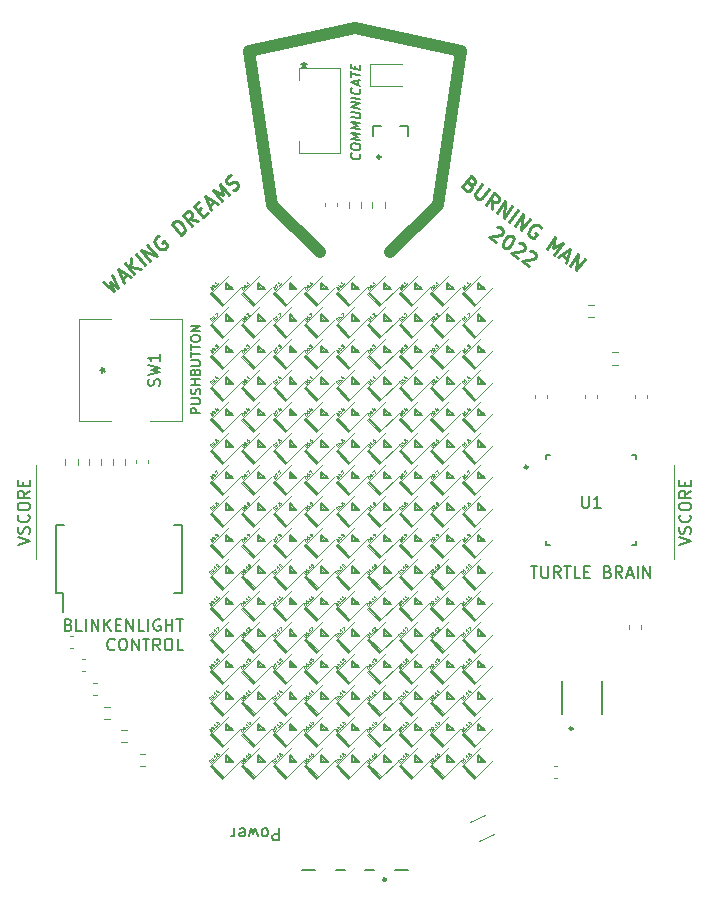
<source format=gbr>
%TF.GenerationSoftware,KiCad,Pcbnew,(5.1.12-1-10_14)*%
%TF.CreationDate,2021-12-01T14:47:09-05:00*%
%TF.ProjectId,blinky,626c696e-6b79-42e6-9b69-6361645f7063,rev?*%
%TF.SameCoordinates,Original*%
%TF.FileFunction,Legend,Top*%
%TF.FilePolarity,Positive*%
%FSLAX46Y46*%
G04 Gerber Fmt 4.6, Leading zero omitted, Abs format (unit mm)*
G04 Created by KiCad (PCBNEW (5.1.12-1-10_14)) date 2021-12-01 14:47:09*
%MOMM*%
%LPD*%
G01*
G04 APERTURE LIST*
%ADD10C,0.150000*%
%ADD11C,0.250000*%
%ADD12C,0.120000*%
%ADD13C,1.000000*%
%ADD14C,0.200000*%
%ADD15C,0.140000*%
%ADD16C,0.062500*%
G04 APERTURE END LIST*
D10*
X183576190Y-108797619D02*
X183576190Y-109797619D01*
X183195238Y-109797619D01*
X183100000Y-109750000D01*
X183052380Y-109702380D01*
X183004761Y-109607142D01*
X183004761Y-109464285D01*
X183052380Y-109369047D01*
X183100000Y-109321428D01*
X183195238Y-109273809D01*
X183576190Y-109273809D01*
X182433333Y-108797619D02*
X182528571Y-108845238D01*
X182576190Y-108892857D01*
X182623809Y-108988095D01*
X182623809Y-109273809D01*
X182576190Y-109369047D01*
X182528571Y-109416666D01*
X182433333Y-109464285D01*
X182290476Y-109464285D01*
X182195238Y-109416666D01*
X182147619Y-109369047D01*
X182100000Y-109273809D01*
X182100000Y-108988095D01*
X182147619Y-108892857D01*
X182195238Y-108845238D01*
X182290476Y-108797619D01*
X182433333Y-108797619D01*
X181766666Y-109464285D02*
X181576190Y-108797619D01*
X181385714Y-109273809D01*
X181195238Y-108797619D01*
X181004761Y-109464285D01*
X180242857Y-108845238D02*
X180338095Y-108797619D01*
X180528571Y-108797619D01*
X180623809Y-108845238D01*
X180671428Y-108940476D01*
X180671428Y-109321428D01*
X180623809Y-109416666D01*
X180528571Y-109464285D01*
X180338095Y-109464285D01*
X180242857Y-109416666D01*
X180195238Y-109321428D01*
X180195238Y-109226190D01*
X180671428Y-109130952D01*
X179766666Y-108797619D02*
X179766666Y-109464285D01*
X179766666Y-109273809D02*
X179719047Y-109369047D01*
X179671428Y-109416666D01*
X179576190Y-109464285D01*
X179480952Y-109464285D01*
X176911904Y-73645238D02*
X176111904Y-73645238D01*
X176111904Y-73340476D01*
X176150000Y-73264285D01*
X176188095Y-73226190D01*
X176264285Y-73188095D01*
X176378571Y-73188095D01*
X176454761Y-73226190D01*
X176492857Y-73264285D01*
X176530952Y-73340476D01*
X176530952Y-73645238D01*
X176111904Y-72845238D02*
X176759523Y-72845238D01*
X176835714Y-72807142D01*
X176873809Y-72769047D01*
X176911904Y-72692857D01*
X176911904Y-72540476D01*
X176873809Y-72464285D01*
X176835714Y-72426190D01*
X176759523Y-72388095D01*
X176111904Y-72388095D01*
X176873809Y-72045238D02*
X176911904Y-71930952D01*
X176911904Y-71740476D01*
X176873809Y-71664285D01*
X176835714Y-71626190D01*
X176759523Y-71588095D01*
X176683333Y-71588095D01*
X176607142Y-71626190D01*
X176569047Y-71664285D01*
X176530952Y-71740476D01*
X176492857Y-71892857D01*
X176454761Y-71969047D01*
X176416666Y-72007142D01*
X176340476Y-72045238D01*
X176264285Y-72045238D01*
X176188095Y-72007142D01*
X176150000Y-71969047D01*
X176111904Y-71892857D01*
X176111904Y-71702380D01*
X176150000Y-71588095D01*
X176911904Y-71245238D02*
X176111904Y-71245238D01*
X176492857Y-71245238D02*
X176492857Y-70788095D01*
X176911904Y-70788095D02*
X176111904Y-70788095D01*
X176492857Y-70140476D02*
X176530952Y-70026190D01*
X176569047Y-69988095D01*
X176645238Y-69950000D01*
X176759523Y-69950000D01*
X176835714Y-69988095D01*
X176873809Y-70026190D01*
X176911904Y-70102380D01*
X176911904Y-70407142D01*
X176111904Y-70407142D01*
X176111904Y-70140476D01*
X176150000Y-70064285D01*
X176188095Y-70026190D01*
X176264285Y-69988095D01*
X176340476Y-69988095D01*
X176416666Y-70026190D01*
X176454761Y-70064285D01*
X176492857Y-70140476D01*
X176492857Y-70407142D01*
X176111904Y-69607142D02*
X176759523Y-69607142D01*
X176835714Y-69569047D01*
X176873809Y-69530952D01*
X176911904Y-69454761D01*
X176911904Y-69302380D01*
X176873809Y-69226190D01*
X176835714Y-69188095D01*
X176759523Y-69150000D01*
X176111904Y-69150000D01*
X176111904Y-68883333D02*
X176111904Y-68426190D01*
X176911904Y-68654761D02*
X176111904Y-68654761D01*
X176111904Y-68273809D02*
X176111904Y-67816666D01*
X176911904Y-68045238D02*
X176111904Y-68045238D01*
X176111904Y-67397619D02*
X176111904Y-67245238D01*
X176150000Y-67169047D01*
X176226190Y-67092857D01*
X176378571Y-67054761D01*
X176645238Y-67054761D01*
X176797619Y-67092857D01*
X176873809Y-67169047D01*
X176911904Y-67245238D01*
X176911904Y-67397619D01*
X176873809Y-67473809D01*
X176797619Y-67550000D01*
X176645238Y-67588095D01*
X176378571Y-67588095D01*
X176226190Y-67550000D01*
X176150000Y-67473809D01*
X176111904Y-67397619D01*
X176911904Y-66711904D02*
X176111904Y-66711904D01*
X176911904Y-66254761D01*
X176111904Y-66254761D01*
X190385714Y-51696711D02*
X190423809Y-51739568D01*
X190461904Y-51858616D01*
X190461904Y-51934806D01*
X190423809Y-52044330D01*
X190347619Y-52110997D01*
X190271428Y-52139568D01*
X190119047Y-52158616D01*
X190004761Y-52144330D01*
X189852380Y-52087187D01*
X189776190Y-52039568D01*
X189700000Y-51953854D01*
X189661904Y-51834806D01*
X189661904Y-51758616D01*
X189700000Y-51649092D01*
X189738095Y-51615758D01*
X189661904Y-51110997D02*
X189661904Y-50958616D01*
X189700000Y-50887187D01*
X189776190Y-50820520D01*
X189928571Y-50801473D01*
X190195238Y-50834806D01*
X190347619Y-50891949D01*
X190423809Y-50977663D01*
X190461904Y-51058616D01*
X190461904Y-51210997D01*
X190423809Y-51282425D01*
X190347619Y-51349092D01*
X190195238Y-51368139D01*
X189928571Y-51334806D01*
X189776190Y-51277663D01*
X189700000Y-51191949D01*
X189661904Y-51110997D01*
X190461904Y-50525282D02*
X189661904Y-50425282D01*
X190233333Y-50230044D01*
X189661904Y-49891949D01*
X190461904Y-49991949D01*
X190461904Y-49610997D02*
X189661904Y-49510997D01*
X190233333Y-49315758D01*
X189661904Y-48977663D01*
X190461904Y-49077663D01*
X189661904Y-48596711D02*
X190309523Y-48677663D01*
X190385714Y-48649092D01*
X190423809Y-48615758D01*
X190461904Y-48544330D01*
X190461904Y-48391949D01*
X190423809Y-48310997D01*
X190385714Y-48268139D01*
X190309523Y-48220520D01*
X189661904Y-48139568D01*
X190461904Y-47858616D02*
X189661904Y-47758616D01*
X190461904Y-47401473D01*
X189661904Y-47301473D01*
X190461904Y-47020520D02*
X189661904Y-46920520D01*
X190385714Y-46172901D02*
X190423809Y-46215758D01*
X190461904Y-46334806D01*
X190461904Y-46410997D01*
X190423809Y-46520520D01*
X190347619Y-46587187D01*
X190271428Y-46615758D01*
X190119047Y-46634806D01*
X190004761Y-46620520D01*
X189852380Y-46563377D01*
X189776190Y-46515758D01*
X189700000Y-46430044D01*
X189661904Y-46310997D01*
X189661904Y-46234806D01*
X189700000Y-46125282D01*
X189738095Y-46091949D01*
X190233333Y-45849092D02*
X190233333Y-45468139D01*
X190461904Y-45953854D02*
X189661904Y-45587187D01*
X190461904Y-45420520D01*
X189661904Y-45168139D02*
X189661904Y-44710997D01*
X190461904Y-45039568D02*
X189661904Y-44939568D01*
X190042857Y-44491949D02*
X190042857Y-44225282D01*
X190461904Y-44163377D02*
X190461904Y-44544330D01*
X189661904Y-44444330D01*
X189661904Y-44063377D01*
X165742976Y-91553571D02*
X165885833Y-91601190D01*
X165933452Y-91648809D01*
X165981071Y-91744047D01*
X165981071Y-91886904D01*
X165933452Y-91982142D01*
X165885833Y-92029761D01*
X165790595Y-92077380D01*
X165409642Y-92077380D01*
X165409642Y-91077380D01*
X165742976Y-91077380D01*
X165838214Y-91125000D01*
X165885833Y-91172619D01*
X165933452Y-91267857D01*
X165933452Y-91363095D01*
X165885833Y-91458333D01*
X165838214Y-91505952D01*
X165742976Y-91553571D01*
X165409642Y-91553571D01*
X166885833Y-92077380D02*
X166409642Y-92077380D01*
X166409642Y-91077380D01*
X167219166Y-92077380D02*
X167219166Y-91077380D01*
X167695357Y-92077380D02*
X167695357Y-91077380D01*
X168266785Y-92077380D01*
X168266785Y-91077380D01*
X168742976Y-92077380D02*
X168742976Y-91077380D01*
X169314404Y-92077380D02*
X168885833Y-91505952D01*
X169314404Y-91077380D02*
X168742976Y-91648809D01*
X169742976Y-91553571D02*
X170076309Y-91553571D01*
X170219166Y-92077380D02*
X169742976Y-92077380D01*
X169742976Y-91077380D01*
X170219166Y-91077380D01*
X170647738Y-92077380D02*
X170647738Y-91077380D01*
X171219166Y-92077380D01*
X171219166Y-91077380D01*
X172171547Y-92077380D02*
X171695357Y-92077380D01*
X171695357Y-91077380D01*
X172504880Y-92077380D02*
X172504880Y-91077380D01*
X173504880Y-91125000D02*
X173409642Y-91077380D01*
X173266785Y-91077380D01*
X173123928Y-91125000D01*
X173028690Y-91220238D01*
X172981071Y-91315476D01*
X172933452Y-91505952D01*
X172933452Y-91648809D01*
X172981071Y-91839285D01*
X173028690Y-91934523D01*
X173123928Y-92029761D01*
X173266785Y-92077380D01*
X173362023Y-92077380D01*
X173504880Y-92029761D01*
X173552500Y-91982142D01*
X173552500Y-91648809D01*
X173362023Y-91648809D01*
X173981071Y-92077380D02*
X173981071Y-91077380D01*
X173981071Y-91553571D02*
X174552500Y-91553571D01*
X174552500Y-92077380D02*
X174552500Y-91077380D01*
X174885833Y-91077380D02*
X175457261Y-91077380D01*
X175171547Y-92077380D02*
X175171547Y-91077380D01*
X169647738Y-93632142D02*
X169600119Y-93679761D01*
X169457261Y-93727380D01*
X169362023Y-93727380D01*
X169219166Y-93679761D01*
X169123928Y-93584523D01*
X169076309Y-93489285D01*
X169028690Y-93298809D01*
X169028690Y-93155952D01*
X169076309Y-92965476D01*
X169123928Y-92870238D01*
X169219166Y-92775000D01*
X169362023Y-92727380D01*
X169457261Y-92727380D01*
X169600119Y-92775000D01*
X169647738Y-92822619D01*
X170266785Y-92727380D02*
X170457261Y-92727380D01*
X170552500Y-92775000D01*
X170647738Y-92870238D01*
X170695357Y-93060714D01*
X170695357Y-93394047D01*
X170647738Y-93584523D01*
X170552500Y-93679761D01*
X170457261Y-93727380D01*
X170266785Y-93727380D01*
X170171547Y-93679761D01*
X170076309Y-93584523D01*
X170028690Y-93394047D01*
X170028690Y-93060714D01*
X170076309Y-92870238D01*
X170171547Y-92775000D01*
X170266785Y-92727380D01*
X171123928Y-93727380D02*
X171123928Y-92727380D01*
X171695357Y-93727380D01*
X171695357Y-92727380D01*
X172028690Y-92727380D02*
X172600119Y-92727380D01*
X172314404Y-93727380D02*
X172314404Y-92727380D01*
X173504880Y-93727380D02*
X173171547Y-93251190D01*
X172933452Y-93727380D02*
X172933452Y-92727380D01*
X173314404Y-92727380D01*
X173409642Y-92775000D01*
X173457261Y-92822619D01*
X173504880Y-92917857D01*
X173504880Y-93060714D01*
X173457261Y-93155952D01*
X173409642Y-93203571D01*
X173314404Y-93251190D01*
X172933452Y-93251190D01*
X174123928Y-92727380D02*
X174314404Y-92727380D01*
X174409642Y-92775000D01*
X174504880Y-92870238D01*
X174552500Y-93060714D01*
X174552500Y-93394047D01*
X174504880Y-93584523D01*
X174409642Y-93679761D01*
X174314404Y-93727380D01*
X174123928Y-93727380D01*
X174028690Y-93679761D01*
X173933452Y-93584523D01*
X173885833Y-93394047D01*
X173885833Y-93060714D01*
X173933452Y-92870238D01*
X174028690Y-92775000D01*
X174123928Y-92727380D01*
X175457261Y-93727380D02*
X174981071Y-93727380D01*
X174981071Y-92727380D01*
X204880952Y-86602380D02*
X205452380Y-86602380D01*
X205166666Y-87602380D02*
X205166666Y-86602380D01*
X205785714Y-86602380D02*
X205785714Y-87411904D01*
X205833333Y-87507142D01*
X205880952Y-87554761D01*
X205976190Y-87602380D01*
X206166666Y-87602380D01*
X206261904Y-87554761D01*
X206309523Y-87507142D01*
X206357142Y-87411904D01*
X206357142Y-86602380D01*
X207404761Y-87602380D02*
X207071428Y-87126190D01*
X206833333Y-87602380D02*
X206833333Y-86602380D01*
X207214285Y-86602380D01*
X207309523Y-86650000D01*
X207357142Y-86697619D01*
X207404761Y-86792857D01*
X207404761Y-86935714D01*
X207357142Y-87030952D01*
X207309523Y-87078571D01*
X207214285Y-87126190D01*
X206833333Y-87126190D01*
X207690476Y-86602380D02*
X208261904Y-86602380D01*
X207976190Y-87602380D02*
X207976190Y-86602380D01*
X209071428Y-87602380D02*
X208595238Y-87602380D01*
X208595238Y-86602380D01*
X209404761Y-87078571D02*
X209738095Y-87078571D01*
X209880952Y-87602380D02*
X209404761Y-87602380D01*
X209404761Y-86602380D01*
X209880952Y-86602380D01*
X211404761Y-87078571D02*
X211547619Y-87126190D01*
X211595238Y-87173809D01*
X211642857Y-87269047D01*
X211642857Y-87411904D01*
X211595238Y-87507142D01*
X211547619Y-87554761D01*
X211452380Y-87602380D01*
X211071428Y-87602380D01*
X211071428Y-86602380D01*
X211404761Y-86602380D01*
X211500000Y-86650000D01*
X211547619Y-86697619D01*
X211595238Y-86792857D01*
X211595238Y-86888095D01*
X211547619Y-86983333D01*
X211500000Y-87030952D01*
X211404761Y-87078571D01*
X211071428Y-87078571D01*
X212642857Y-87602380D02*
X212309523Y-87126190D01*
X212071428Y-87602380D02*
X212071428Y-86602380D01*
X212452380Y-86602380D01*
X212547619Y-86650000D01*
X212595238Y-86697619D01*
X212642857Y-86792857D01*
X212642857Y-86935714D01*
X212595238Y-87030952D01*
X212547619Y-87078571D01*
X212452380Y-87126190D01*
X212071428Y-87126190D01*
X213023809Y-87316666D02*
X213500000Y-87316666D01*
X212928571Y-87602380D02*
X213261904Y-86602380D01*
X213595238Y-87602380D01*
X213928571Y-87602380D02*
X213928571Y-86602380D01*
X214404761Y-87602380D02*
X214404761Y-86602380D01*
X214976190Y-87602380D01*
X214976190Y-86602380D01*
D11*
X199775644Y-54257908D02*
X199880745Y-54404901D01*
X199893387Y-54484718D01*
X199872441Y-54610765D01*
X199771678Y-54749453D01*
X199658273Y-54808325D01*
X199578456Y-54820966D01*
X199452409Y-54800021D01*
X199082573Y-54531319D01*
X199787915Y-53560498D01*
X200111522Y-53795612D01*
X200170393Y-53909017D01*
X200183035Y-53988835D01*
X200162089Y-54114881D01*
X200094913Y-54207341D01*
X199981508Y-54266212D01*
X199901691Y-54278854D01*
X199775644Y-54257908D01*
X199452038Y-54022794D01*
X200758735Y-54265841D02*
X200187744Y-55051743D01*
X200166798Y-55177790D01*
X200179440Y-55257607D01*
X200238311Y-55371012D01*
X200423229Y-55505363D01*
X200549276Y-55526309D01*
X200629093Y-55513667D01*
X200742498Y-55454796D01*
X201313490Y-54668893D01*
X201625197Y-56378644D02*
X201637468Y-55681234D01*
X201070443Y-55975591D02*
X201775785Y-55004771D01*
X202145622Y-55273472D01*
X202204493Y-55386877D01*
X202217135Y-55466695D01*
X202196189Y-55592742D01*
X202095426Y-55731430D01*
X201982021Y-55790302D01*
X201902203Y-55802943D01*
X201776156Y-55781997D01*
X201406320Y-55513296D01*
X202041263Y-56680933D02*
X202746606Y-55710113D01*
X202596018Y-57083986D01*
X203301360Y-56113166D01*
X203058313Y-57419863D02*
X203763656Y-56449043D01*
X203520609Y-57755741D02*
X204225951Y-56784920D01*
X204075363Y-58158793D01*
X204780705Y-57187973D01*
X205717938Y-57939545D02*
X205659067Y-57826140D01*
X205520378Y-57725377D01*
X205348102Y-57670843D01*
X205188467Y-57696127D01*
X205075062Y-57754998D01*
X204894482Y-57906328D01*
X204793719Y-58045017D01*
X204705597Y-58263523D01*
X204684651Y-58389570D01*
X204709935Y-58549204D01*
X204815036Y-58696197D01*
X204907495Y-58763372D01*
X205079771Y-58817906D01*
X205159589Y-58805264D01*
X205394703Y-58481658D01*
X205209784Y-58347307D01*
X206248152Y-59737417D02*
X206953494Y-58766596D01*
X206773285Y-59695153D01*
X207600708Y-59236824D01*
X206895365Y-60207645D01*
X207512957Y-60232557D02*
X207975253Y-60568434D01*
X207218972Y-60442759D02*
X208247921Y-59707053D01*
X207866186Y-60912987D01*
X208189792Y-61148101D02*
X208895135Y-60177281D01*
X208744547Y-61551154D01*
X209449889Y-60580334D01*
X202052339Y-57880904D02*
X202132157Y-57868262D01*
X202258203Y-57889208D01*
X202489351Y-58057146D01*
X202548223Y-58170551D01*
X202560864Y-58250369D01*
X202539918Y-58376415D01*
X202472743Y-58468875D01*
X202325750Y-58573975D01*
X201367943Y-58725677D01*
X201968927Y-59162318D01*
X203275253Y-58628138D02*
X203367712Y-58695313D01*
X203426584Y-58808718D01*
X203439226Y-58888535D01*
X203418280Y-59014582D01*
X203330158Y-59233088D01*
X203162220Y-59464236D01*
X202981639Y-59615566D01*
X202868234Y-59674438D01*
X202788417Y-59687080D01*
X202662370Y-59666134D01*
X202569911Y-59598958D01*
X202511040Y-59485553D01*
X202498398Y-59405736D01*
X202519344Y-59279689D01*
X202607465Y-59061183D01*
X202775404Y-58830035D01*
X202955984Y-58678705D01*
X203069389Y-58619834D01*
X203149207Y-58607192D01*
X203275253Y-58628138D01*
X203901521Y-59224413D02*
X203981338Y-59211771D01*
X204107385Y-59232717D01*
X204338533Y-59400656D01*
X204397404Y-59514061D01*
X204410046Y-59593878D01*
X204389100Y-59719925D01*
X204321925Y-59812384D01*
X204174932Y-59917485D01*
X203217125Y-60069186D01*
X203818109Y-60505827D01*
X204826112Y-59896167D02*
X204905929Y-59883526D01*
X205031976Y-59904471D01*
X205263124Y-60072410D01*
X205321995Y-60185815D01*
X205334637Y-60265632D01*
X205313691Y-60391679D01*
X205246516Y-60484138D01*
X205099523Y-60589239D01*
X204141716Y-60740941D01*
X204742700Y-61177581D01*
X168627737Y-62569574D02*
X169617952Y-63305173D01*
X169242087Y-62501641D01*
X169968144Y-63011328D01*
X169415669Y-61908421D01*
X170273047Y-62307915D02*
X170710787Y-61940608D01*
X170405884Y-62644020D02*
X169940956Y-61467652D01*
X171018719Y-62129790D01*
X171325137Y-61872675D02*
X170553792Y-60953422D01*
X171850425Y-61431907D02*
X171015690Y-61237195D01*
X171079079Y-60512653D02*
X170994560Y-61478709D01*
X172244390Y-61101330D02*
X171473045Y-60182077D01*
X172682130Y-60734023D02*
X171910785Y-59814770D01*
X173207418Y-60293254D01*
X172436072Y-59374001D01*
X173392056Y-58646430D02*
X173267778Y-58676117D01*
X173136456Y-58786309D01*
X173041865Y-58940275D01*
X173027778Y-59101285D01*
X173057466Y-59225564D01*
X173160615Y-59437390D01*
X173270807Y-59568712D01*
X173461504Y-59707077D01*
X173578739Y-59757894D01*
X173739748Y-59771981D01*
X173907801Y-59705563D01*
X173995349Y-59632101D01*
X174089940Y-59478135D01*
X174096983Y-59397630D01*
X173839868Y-59091213D01*
X173664772Y-59238136D01*
X175264794Y-58566910D02*
X174493449Y-57647657D01*
X174712319Y-57464003D01*
X174880371Y-57397585D01*
X175041381Y-57411672D01*
X175158616Y-57462489D01*
X175349313Y-57600854D01*
X175459505Y-57732176D01*
X175562654Y-57944003D01*
X175592342Y-58068281D01*
X175578255Y-58229291D01*
X175483664Y-58383257D01*
X175264794Y-58566910D01*
X176709335Y-57354797D02*
X176035610Y-57174172D01*
X176184047Y-57795565D02*
X175412702Y-56876312D01*
X175762894Y-56582466D01*
X175887173Y-56552779D01*
X175967677Y-56559822D01*
X176084913Y-56610639D01*
X176195105Y-56741961D01*
X176224792Y-56866240D01*
X176217749Y-56946744D01*
X176166932Y-57063980D01*
X175816740Y-57357826D01*
X176699263Y-56542706D02*
X177005681Y-56285591D01*
X177541040Y-56656913D02*
X177103301Y-57024220D01*
X176331956Y-56104967D01*
X176769695Y-55737660D01*
X177670848Y-56100423D02*
X178108587Y-55733116D01*
X177803684Y-56436529D02*
X177338757Y-55260160D01*
X178416520Y-55922298D01*
X178722938Y-55665183D02*
X177951592Y-54745930D01*
X178808971Y-55145425D01*
X178564428Y-54231700D01*
X179335773Y-55150953D01*
X179693008Y-54776603D02*
X179861061Y-54710185D01*
X180079931Y-54526531D01*
X180130748Y-54409296D01*
X180137791Y-54328791D01*
X180108104Y-54204512D01*
X180034642Y-54116964D01*
X179917407Y-54066147D01*
X179836902Y-54059104D01*
X179712623Y-54088791D01*
X179500797Y-54191940D01*
X179376518Y-54221628D01*
X179296013Y-54214585D01*
X179178778Y-54163767D01*
X179105317Y-54076219D01*
X179075629Y-53951941D01*
X179082672Y-53871436D01*
X179133490Y-53754201D01*
X179352359Y-53570547D01*
X179520412Y-53504129D01*
D12*
X217000000Y-78000000D02*
X217000000Y-86000000D01*
X163000000Y-78000000D02*
X163000000Y-86000000D01*
D10*
X217452380Y-84785714D02*
X218452380Y-84452380D01*
X217452380Y-84119047D01*
X218404761Y-83833333D02*
X218452380Y-83690476D01*
X218452380Y-83452380D01*
X218404761Y-83357142D01*
X218357142Y-83309523D01*
X218261904Y-83261904D01*
X218166666Y-83261904D01*
X218071428Y-83309523D01*
X218023809Y-83357142D01*
X217976190Y-83452380D01*
X217928571Y-83642857D01*
X217880952Y-83738095D01*
X217833333Y-83785714D01*
X217738095Y-83833333D01*
X217642857Y-83833333D01*
X217547619Y-83785714D01*
X217500000Y-83738095D01*
X217452380Y-83642857D01*
X217452380Y-83404761D01*
X217500000Y-83261904D01*
X218357142Y-82261904D02*
X218404761Y-82309523D01*
X218452380Y-82452380D01*
X218452380Y-82547619D01*
X218404761Y-82690476D01*
X218309523Y-82785714D01*
X218214285Y-82833333D01*
X218023809Y-82880952D01*
X217880952Y-82880952D01*
X217690476Y-82833333D01*
X217595238Y-82785714D01*
X217500000Y-82690476D01*
X217452380Y-82547619D01*
X217452380Y-82452380D01*
X217500000Y-82309523D01*
X217547619Y-82261904D01*
X217452380Y-81642857D02*
X217452380Y-81452380D01*
X217500000Y-81357142D01*
X217595238Y-81261904D01*
X217785714Y-81214285D01*
X218119047Y-81214285D01*
X218309523Y-81261904D01*
X218404761Y-81357142D01*
X218452380Y-81452380D01*
X218452380Y-81642857D01*
X218404761Y-81738095D01*
X218309523Y-81833333D01*
X218119047Y-81880952D01*
X217785714Y-81880952D01*
X217595238Y-81833333D01*
X217500000Y-81738095D01*
X217452380Y-81642857D01*
X218452380Y-80214285D02*
X217976190Y-80547619D01*
X218452380Y-80785714D02*
X217452380Y-80785714D01*
X217452380Y-80404761D01*
X217500000Y-80309523D01*
X217547619Y-80261904D01*
X217642857Y-80214285D01*
X217785714Y-80214285D01*
X217880952Y-80261904D01*
X217928571Y-80309523D01*
X217976190Y-80404761D01*
X217976190Y-80785714D01*
X217928571Y-79785714D02*
X217928571Y-79452380D01*
X218452380Y-79309523D02*
X218452380Y-79785714D01*
X217452380Y-79785714D01*
X217452380Y-79309523D01*
X161452380Y-84785714D02*
X162452380Y-84452380D01*
X161452380Y-84119047D01*
X162404761Y-83833333D02*
X162452380Y-83690476D01*
X162452380Y-83452380D01*
X162404761Y-83357142D01*
X162357142Y-83309523D01*
X162261904Y-83261904D01*
X162166666Y-83261904D01*
X162071428Y-83309523D01*
X162023809Y-83357142D01*
X161976190Y-83452380D01*
X161928571Y-83642857D01*
X161880952Y-83738095D01*
X161833333Y-83785714D01*
X161738095Y-83833333D01*
X161642857Y-83833333D01*
X161547619Y-83785714D01*
X161500000Y-83738095D01*
X161452380Y-83642857D01*
X161452380Y-83404761D01*
X161500000Y-83261904D01*
X162357142Y-82261904D02*
X162404761Y-82309523D01*
X162452380Y-82452380D01*
X162452380Y-82547619D01*
X162404761Y-82690476D01*
X162309523Y-82785714D01*
X162214285Y-82833333D01*
X162023809Y-82880952D01*
X161880952Y-82880952D01*
X161690476Y-82833333D01*
X161595238Y-82785714D01*
X161500000Y-82690476D01*
X161452380Y-82547619D01*
X161452380Y-82452380D01*
X161500000Y-82309523D01*
X161547619Y-82261904D01*
X161452380Y-81642857D02*
X161452380Y-81452380D01*
X161500000Y-81357142D01*
X161595238Y-81261904D01*
X161785714Y-81214285D01*
X162119047Y-81214285D01*
X162309523Y-81261904D01*
X162404761Y-81357142D01*
X162452380Y-81452380D01*
X162452380Y-81642857D01*
X162404761Y-81738095D01*
X162309523Y-81833333D01*
X162119047Y-81880952D01*
X161785714Y-81880952D01*
X161595238Y-81833333D01*
X161500000Y-81738095D01*
X161452380Y-81642857D01*
X162452380Y-80214285D02*
X161976190Y-80547619D01*
X162452380Y-80785714D02*
X161452380Y-80785714D01*
X161452380Y-80404761D01*
X161500000Y-80309523D01*
X161547619Y-80261904D01*
X161642857Y-80214285D01*
X161785714Y-80214285D01*
X161880952Y-80261904D01*
X161928571Y-80309523D01*
X161976190Y-80404761D01*
X161976190Y-80785714D01*
X161928571Y-79785714D02*
X161928571Y-79452380D01*
X162452380Y-79309523D02*
X162452380Y-79785714D01*
X161452380Y-79785714D01*
X161452380Y-79309523D01*
D13*
X197000000Y-56000000D02*
X193000000Y-60000000D01*
X199000000Y-43000000D02*
X197000000Y-56000000D01*
X183000000Y-56000000D02*
X187000000Y-60000000D01*
X181000000Y-43000000D02*
X183000000Y-56000000D01*
X190000000Y-41000000D02*
X199000000Y-43000000D01*
X181000000Y-43000000D02*
X190000000Y-41000000D01*
D11*
%TO.C,SW2*%
X192625000Y-113125000D02*
G75*
G03*
X192625000Y-113125000I-125000J0D01*
G01*
D10*
X186625000Y-112300000D02*
X185500000Y-112300000D01*
X189125000Y-112300000D02*
X188375000Y-112300000D01*
X191625000Y-112300000D02*
X190875000Y-112300000D01*
X194500000Y-112300000D02*
X193375000Y-112300000D01*
D12*
%TO.C,U3*%
X185298200Y-50567940D02*
X185298200Y-51606800D01*
X185298200Y-44393200D02*
X185298200Y-45432060D01*
X188701800Y-44393200D02*
X185298200Y-44393200D01*
X188701800Y-51606800D02*
X188701800Y-44393200D01*
X185298200Y-51606800D02*
X188701800Y-51606800D01*
%TO.C,D3.3*%
X194731940Y-69922879D02*
X196347679Y-68307140D01*
X193692493Y-68883432D02*
X194731940Y-69922879D01*
X195308232Y-67267693D02*
X193692493Y-68883432D01*
D14*
X195120849Y-67928838D02*
X195686534Y-68494524D01*
X195686534Y-68494524D02*
X195120849Y-68494524D01*
X195120849Y-68494524D02*
X195120849Y-67928838D01*
D15*
X193810000Y-68833332D02*
X194810000Y-69833332D01*
D12*
X193860000Y-68733332D02*
X194860000Y-69733332D01*
X195210000Y-68233332D02*
X195360000Y-68383332D01*
X195360000Y-68383332D02*
X195210000Y-68383332D01*
X195210000Y-68383332D02*
X195510000Y-68383332D01*
%TO.C,D9.14*%
X178731940Y-99256205D02*
X180347679Y-97640466D01*
X177692493Y-98216758D02*
X178731940Y-99256205D01*
X179308232Y-96601019D02*
X177692493Y-98216758D01*
D14*
X179120849Y-97262164D02*
X179686534Y-97827850D01*
X179686534Y-97827850D02*
X179120849Y-97827850D01*
X179120849Y-97827850D02*
X179120849Y-97262164D01*
D15*
X177810000Y-98166658D02*
X178810000Y-99166658D01*
D12*
X177860000Y-98066658D02*
X178860000Y-99066658D01*
X179210000Y-97566658D02*
X179360000Y-97716658D01*
X179360000Y-97716658D02*
X179210000Y-97716658D01*
X179210000Y-97716658D02*
X179510000Y-97716658D01*
%TO.C,D9.13*%
X178731940Y-96589539D02*
X180347679Y-94973800D01*
X177692493Y-95550092D02*
X178731940Y-96589539D01*
X179308232Y-93934353D02*
X177692493Y-95550092D01*
D14*
X179120849Y-94595498D02*
X179686534Y-95161184D01*
X179686534Y-95161184D02*
X179120849Y-95161184D01*
X179120849Y-95161184D02*
X179120849Y-94595498D01*
D15*
X177810000Y-95499992D02*
X178810000Y-96499992D01*
D12*
X177860000Y-95399992D02*
X178860000Y-96399992D01*
X179210000Y-94899992D02*
X179360000Y-95049992D01*
X179360000Y-95049992D02*
X179210000Y-95049992D01*
X179210000Y-95049992D02*
X179510000Y-95049992D01*
%TO.C,D9.12*%
X178731940Y-93922873D02*
X180347679Y-92307134D01*
X177692493Y-92883426D02*
X178731940Y-93922873D01*
X179308232Y-91267687D02*
X177692493Y-92883426D01*
D14*
X179120849Y-91928832D02*
X179686534Y-92494518D01*
X179686534Y-92494518D02*
X179120849Y-92494518D01*
X179120849Y-92494518D02*
X179120849Y-91928832D01*
D15*
X177810000Y-92833326D02*
X178810000Y-93833326D01*
D12*
X177860000Y-92733326D02*
X178860000Y-93733326D01*
X179210000Y-92233326D02*
X179360000Y-92383326D01*
X179360000Y-92383326D02*
X179210000Y-92383326D01*
X179210000Y-92383326D02*
X179510000Y-92383326D01*
%TO.C,D9.1*%
X178731940Y-64589547D02*
X180347679Y-62973808D01*
X177692493Y-63550100D02*
X178731940Y-64589547D01*
X179308232Y-61934361D02*
X177692493Y-63550100D01*
D14*
X179120849Y-62595506D02*
X179686534Y-63161192D01*
X179686534Y-63161192D02*
X179120849Y-63161192D01*
X179120849Y-63161192D02*
X179120849Y-62595506D01*
D15*
X177810000Y-63500000D02*
X178810000Y-64500000D01*
D12*
X177860000Y-63400000D02*
X178860000Y-64400000D01*
X179210000Y-62900000D02*
X179360000Y-63050000D01*
X179360000Y-63050000D02*
X179210000Y-63050000D01*
X179210000Y-63050000D02*
X179510000Y-63050000D01*
%TO.C,D9.2*%
X178731940Y-67256213D02*
X180347679Y-65640474D01*
X177692493Y-66216766D02*
X178731940Y-67256213D01*
X179308232Y-64601027D02*
X177692493Y-66216766D01*
D14*
X179120849Y-65262172D02*
X179686534Y-65827858D01*
X179686534Y-65827858D02*
X179120849Y-65827858D01*
X179120849Y-65827858D02*
X179120849Y-65262172D01*
D15*
X177810000Y-66166666D02*
X178810000Y-67166666D01*
D12*
X177860000Y-66066666D02*
X178860000Y-67066666D01*
X179210000Y-65566666D02*
X179360000Y-65716666D01*
X179360000Y-65716666D02*
X179210000Y-65716666D01*
X179210000Y-65716666D02*
X179510000Y-65716666D01*
%TO.C,D9.3*%
X178731940Y-69922879D02*
X180347679Y-68307140D01*
X177692493Y-68883432D02*
X178731940Y-69922879D01*
X179308232Y-67267693D02*
X177692493Y-68883432D01*
D14*
X179120849Y-67928838D02*
X179686534Y-68494524D01*
X179686534Y-68494524D02*
X179120849Y-68494524D01*
X179120849Y-68494524D02*
X179120849Y-67928838D01*
D15*
X177810000Y-68833332D02*
X178810000Y-69833332D01*
D12*
X177860000Y-68733332D02*
X178860000Y-69733332D01*
X179210000Y-68233332D02*
X179360000Y-68383332D01*
X179360000Y-68383332D02*
X179210000Y-68383332D01*
X179210000Y-68383332D02*
X179510000Y-68383332D01*
%TO.C,D9.4*%
X178731940Y-72589545D02*
X180347679Y-70973806D01*
X177692493Y-71550098D02*
X178731940Y-72589545D01*
X179308232Y-69934359D02*
X177692493Y-71550098D01*
D14*
X179120849Y-70595504D02*
X179686534Y-71161190D01*
X179686534Y-71161190D02*
X179120849Y-71161190D01*
X179120849Y-71161190D02*
X179120849Y-70595504D01*
D15*
X177810000Y-71499998D02*
X178810000Y-72499998D01*
D12*
X177860000Y-71399998D02*
X178860000Y-72399998D01*
X179210000Y-70899998D02*
X179360000Y-71049998D01*
X179360000Y-71049998D02*
X179210000Y-71049998D01*
X179210000Y-71049998D02*
X179510000Y-71049998D01*
%TO.C,D9.5*%
X178731940Y-75256211D02*
X180347679Y-73640472D01*
X177692493Y-74216764D02*
X178731940Y-75256211D01*
X179308232Y-72601025D02*
X177692493Y-74216764D01*
D14*
X179120849Y-73262170D02*
X179686534Y-73827856D01*
X179686534Y-73827856D02*
X179120849Y-73827856D01*
X179120849Y-73827856D02*
X179120849Y-73262170D01*
D15*
X177810000Y-74166664D02*
X178810000Y-75166664D01*
D12*
X177860000Y-74066664D02*
X178860000Y-75066664D01*
X179210000Y-73566664D02*
X179360000Y-73716664D01*
X179360000Y-73716664D02*
X179210000Y-73716664D01*
X179210000Y-73716664D02*
X179510000Y-73716664D01*
%TO.C,D9.15*%
X178731940Y-101922871D02*
X180347679Y-100307132D01*
X177692493Y-100883424D02*
X178731940Y-101922871D01*
X179308232Y-99267685D02*
X177692493Y-100883424D01*
D14*
X179120849Y-99928830D02*
X179686534Y-100494516D01*
X179686534Y-100494516D02*
X179120849Y-100494516D01*
X179120849Y-100494516D02*
X179120849Y-99928830D01*
D15*
X177810000Y-100833324D02*
X178810000Y-101833324D01*
D12*
X177860000Y-100733324D02*
X178860000Y-101733324D01*
X179210000Y-100233324D02*
X179360000Y-100383324D01*
X179360000Y-100383324D02*
X179210000Y-100383324D01*
X179210000Y-100383324D02*
X179510000Y-100383324D01*
%TO.C,D9.6*%
X178731940Y-77922877D02*
X180347679Y-76307138D01*
X177692493Y-76883430D02*
X178731940Y-77922877D01*
X179308232Y-75267691D02*
X177692493Y-76883430D01*
D14*
X179120849Y-75928836D02*
X179686534Y-76494522D01*
X179686534Y-76494522D02*
X179120849Y-76494522D01*
X179120849Y-76494522D02*
X179120849Y-75928836D01*
D15*
X177810000Y-76833330D02*
X178810000Y-77833330D01*
D12*
X177860000Y-76733330D02*
X178860000Y-77733330D01*
X179210000Y-76233330D02*
X179360000Y-76383330D01*
X179360000Y-76383330D02*
X179210000Y-76383330D01*
X179210000Y-76383330D02*
X179510000Y-76383330D01*
%TO.C,D9.7*%
X178731940Y-80589543D02*
X180347679Y-78973804D01*
X177692493Y-79550096D02*
X178731940Y-80589543D01*
X179308232Y-77934357D02*
X177692493Y-79550096D01*
D14*
X179120849Y-78595502D02*
X179686534Y-79161188D01*
X179686534Y-79161188D02*
X179120849Y-79161188D01*
X179120849Y-79161188D02*
X179120849Y-78595502D01*
D15*
X177810000Y-79499996D02*
X178810000Y-80499996D01*
D12*
X177860000Y-79399996D02*
X178860000Y-80399996D01*
X179210000Y-78899996D02*
X179360000Y-79049996D01*
X179360000Y-79049996D02*
X179210000Y-79049996D01*
X179210000Y-79049996D02*
X179510000Y-79049996D01*
%TO.C,D9.8*%
X178731940Y-83256209D02*
X180347679Y-81640470D01*
X177692493Y-82216762D02*
X178731940Y-83256209D01*
X179308232Y-80601023D02*
X177692493Y-82216762D01*
D14*
X179120849Y-81262168D02*
X179686534Y-81827854D01*
X179686534Y-81827854D02*
X179120849Y-81827854D01*
X179120849Y-81827854D02*
X179120849Y-81262168D01*
D15*
X177810000Y-82166662D02*
X178810000Y-83166662D01*
D12*
X177860000Y-82066662D02*
X178860000Y-83066662D01*
X179210000Y-81566662D02*
X179360000Y-81716662D01*
X179360000Y-81716662D02*
X179210000Y-81716662D01*
X179210000Y-81716662D02*
X179510000Y-81716662D01*
%TO.C,D9.9*%
X178731940Y-85922875D02*
X180347679Y-84307136D01*
X177692493Y-84883428D02*
X178731940Y-85922875D01*
X179308232Y-83267689D02*
X177692493Y-84883428D01*
D14*
X179120849Y-83928834D02*
X179686534Y-84494520D01*
X179686534Y-84494520D02*
X179120849Y-84494520D01*
X179120849Y-84494520D02*
X179120849Y-83928834D01*
D15*
X177810000Y-84833328D02*
X178810000Y-85833328D01*
D12*
X177860000Y-84733328D02*
X178860000Y-85733328D01*
X179210000Y-84233328D02*
X179360000Y-84383328D01*
X179360000Y-84383328D02*
X179210000Y-84383328D01*
X179210000Y-84383328D02*
X179510000Y-84383328D01*
%TO.C,D9.10*%
X178731940Y-88589541D02*
X180347679Y-86973802D01*
X177692493Y-87550094D02*
X178731940Y-88589541D01*
X179308232Y-85934355D02*
X177692493Y-87550094D01*
D14*
X179120849Y-86595500D02*
X179686534Y-87161186D01*
X179686534Y-87161186D02*
X179120849Y-87161186D01*
X179120849Y-87161186D02*
X179120849Y-86595500D01*
D15*
X177810000Y-87499994D02*
X178810000Y-88499994D01*
D12*
X177860000Y-87399994D02*
X178860000Y-88399994D01*
X179210000Y-86899994D02*
X179360000Y-87049994D01*
X179360000Y-87049994D02*
X179210000Y-87049994D01*
X179210000Y-87049994D02*
X179510000Y-87049994D01*
%TO.C,D9.11*%
X178731940Y-91256207D02*
X180347679Y-89640468D01*
X177692493Y-90216760D02*
X178731940Y-91256207D01*
X179308232Y-88601021D02*
X177692493Y-90216760D01*
D14*
X179120849Y-89262166D02*
X179686534Y-89827852D01*
X179686534Y-89827852D02*
X179120849Y-89827852D01*
X179120849Y-89827852D02*
X179120849Y-89262166D01*
D15*
X177810000Y-90166660D02*
X178810000Y-91166660D01*
D12*
X177860000Y-90066660D02*
X178860000Y-91066660D01*
X179210000Y-89566660D02*
X179360000Y-89716660D01*
X179360000Y-89716660D02*
X179210000Y-89716660D01*
X179210000Y-89716660D02*
X179510000Y-89716660D01*
%TO.C,D9.16*%
X178731940Y-104589537D02*
X180347679Y-102973798D01*
X177692493Y-103550090D02*
X178731940Y-104589537D01*
X179308232Y-101934351D02*
X177692493Y-103550090D01*
D14*
X179120849Y-102595496D02*
X179686534Y-103161182D01*
X179686534Y-103161182D02*
X179120849Y-103161182D01*
X179120849Y-103161182D02*
X179120849Y-102595496D01*
D15*
X177810000Y-103499990D02*
X178810000Y-104499990D01*
D12*
X177860000Y-103399990D02*
X178860000Y-104399990D01*
X179210000Y-102899990D02*
X179360000Y-103049990D01*
X179360000Y-103049990D02*
X179210000Y-103049990D01*
X179210000Y-103049990D02*
X179510000Y-103049990D01*
%TO.C,D8.14*%
X181401940Y-99256205D02*
X183017679Y-97640466D01*
X180362493Y-98216758D02*
X181401940Y-99256205D01*
X181978232Y-96601019D02*
X180362493Y-98216758D01*
D14*
X181790849Y-97262164D02*
X182356534Y-97827850D01*
X182356534Y-97827850D02*
X181790849Y-97827850D01*
X181790849Y-97827850D02*
X181790849Y-97262164D01*
D15*
X180480000Y-98166658D02*
X181480000Y-99166658D01*
D12*
X180530000Y-98066658D02*
X181530000Y-99066658D01*
X181880000Y-97566658D02*
X182030000Y-97716658D01*
X182030000Y-97716658D02*
X181880000Y-97716658D01*
X181880000Y-97716658D02*
X182180000Y-97716658D01*
%TO.C,D8.13*%
X181401940Y-96589539D02*
X183017679Y-94973800D01*
X180362493Y-95550092D02*
X181401940Y-96589539D01*
X181978232Y-93934353D02*
X180362493Y-95550092D01*
D14*
X181790849Y-94595498D02*
X182356534Y-95161184D01*
X182356534Y-95161184D02*
X181790849Y-95161184D01*
X181790849Y-95161184D02*
X181790849Y-94595498D01*
D15*
X180480000Y-95499992D02*
X181480000Y-96499992D01*
D12*
X180530000Y-95399992D02*
X181530000Y-96399992D01*
X181880000Y-94899992D02*
X182030000Y-95049992D01*
X182030000Y-95049992D02*
X181880000Y-95049992D01*
X181880000Y-95049992D02*
X182180000Y-95049992D01*
%TO.C,D8.12*%
X181401940Y-93922873D02*
X183017679Y-92307134D01*
X180362493Y-92883426D02*
X181401940Y-93922873D01*
X181978232Y-91267687D02*
X180362493Y-92883426D01*
D14*
X181790849Y-91928832D02*
X182356534Y-92494518D01*
X182356534Y-92494518D02*
X181790849Y-92494518D01*
X181790849Y-92494518D02*
X181790849Y-91928832D01*
D15*
X180480000Y-92833326D02*
X181480000Y-93833326D01*
D12*
X180530000Y-92733326D02*
X181530000Y-93733326D01*
X181880000Y-92233326D02*
X182030000Y-92383326D01*
X182030000Y-92383326D02*
X181880000Y-92383326D01*
X181880000Y-92383326D02*
X182180000Y-92383326D01*
%TO.C,D8.1*%
X181401940Y-64589547D02*
X183017679Y-62973808D01*
X180362493Y-63550100D02*
X181401940Y-64589547D01*
X181978232Y-61934361D02*
X180362493Y-63550100D01*
D14*
X181790849Y-62595506D02*
X182356534Y-63161192D01*
X182356534Y-63161192D02*
X181790849Y-63161192D01*
X181790849Y-63161192D02*
X181790849Y-62595506D01*
D15*
X180480000Y-63500000D02*
X181480000Y-64500000D01*
D12*
X180530000Y-63400000D02*
X181530000Y-64400000D01*
X181880000Y-62900000D02*
X182030000Y-63050000D01*
X182030000Y-63050000D02*
X181880000Y-63050000D01*
X181880000Y-63050000D02*
X182180000Y-63050000D01*
%TO.C,D8.2*%
X181401940Y-67256213D02*
X183017679Y-65640474D01*
X180362493Y-66216766D02*
X181401940Y-67256213D01*
X181978232Y-64601027D02*
X180362493Y-66216766D01*
D14*
X181790849Y-65262172D02*
X182356534Y-65827858D01*
X182356534Y-65827858D02*
X181790849Y-65827858D01*
X181790849Y-65827858D02*
X181790849Y-65262172D01*
D15*
X180480000Y-66166666D02*
X181480000Y-67166666D01*
D12*
X180530000Y-66066666D02*
X181530000Y-67066666D01*
X181880000Y-65566666D02*
X182030000Y-65716666D01*
X182030000Y-65716666D02*
X181880000Y-65716666D01*
X181880000Y-65716666D02*
X182180000Y-65716666D01*
%TO.C,D8.3*%
X181401940Y-69922879D02*
X183017679Y-68307140D01*
X180362493Y-68883432D02*
X181401940Y-69922879D01*
X181978232Y-67267693D02*
X180362493Y-68883432D01*
D14*
X181790849Y-67928838D02*
X182356534Y-68494524D01*
X182356534Y-68494524D02*
X181790849Y-68494524D01*
X181790849Y-68494524D02*
X181790849Y-67928838D01*
D15*
X180480000Y-68833332D02*
X181480000Y-69833332D01*
D12*
X180530000Y-68733332D02*
X181530000Y-69733332D01*
X181880000Y-68233332D02*
X182030000Y-68383332D01*
X182030000Y-68383332D02*
X181880000Y-68383332D01*
X181880000Y-68383332D02*
X182180000Y-68383332D01*
%TO.C,D8.4*%
X181401940Y-72589545D02*
X183017679Y-70973806D01*
X180362493Y-71550098D02*
X181401940Y-72589545D01*
X181978232Y-69934359D02*
X180362493Y-71550098D01*
D14*
X181790849Y-70595504D02*
X182356534Y-71161190D01*
X182356534Y-71161190D02*
X181790849Y-71161190D01*
X181790849Y-71161190D02*
X181790849Y-70595504D01*
D15*
X180480000Y-71499998D02*
X181480000Y-72499998D01*
D12*
X180530000Y-71399998D02*
X181530000Y-72399998D01*
X181880000Y-70899998D02*
X182030000Y-71049998D01*
X182030000Y-71049998D02*
X181880000Y-71049998D01*
X181880000Y-71049998D02*
X182180000Y-71049998D01*
%TO.C,D8.5*%
X181401940Y-75256211D02*
X183017679Y-73640472D01*
X180362493Y-74216764D02*
X181401940Y-75256211D01*
X181978232Y-72601025D02*
X180362493Y-74216764D01*
D14*
X181790849Y-73262170D02*
X182356534Y-73827856D01*
X182356534Y-73827856D02*
X181790849Y-73827856D01*
X181790849Y-73827856D02*
X181790849Y-73262170D01*
D15*
X180480000Y-74166664D02*
X181480000Y-75166664D01*
D12*
X180530000Y-74066664D02*
X181530000Y-75066664D01*
X181880000Y-73566664D02*
X182030000Y-73716664D01*
X182030000Y-73716664D02*
X181880000Y-73716664D01*
X181880000Y-73716664D02*
X182180000Y-73716664D01*
%TO.C,D8.15*%
X181401940Y-101922871D02*
X183017679Y-100307132D01*
X180362493Y-100883424D02*
X181401940Y-101922871D01*
X181978232Y-99267685D02*
X180362493Y-100883424D01*
D14*
X181790849Y-99928830D02*
X182356534Y-100494516D01*
X182356534Y-100494516D02*
X181790849Y-100494516D01*
X181790849Y-100494516D02*
X181790849Y-99928830D01*
D15*
X180480000Y-100833324D02*
X181480000Y-101833324D01*
D12*
X180530000Y-100733324D02*
X181530000Y-101733324D01*
X181880000Y-100233324D02*
X182030000Y-100383324D01*
X182030000Y-100383324D02*
X181880000Y-100383324D01*
X181880000Y-100383324D02*
X182180000Y-100383324D01*
%TO.C,D8.6*%
X181401940Y-77922877D02*
X183017679Y-76307138D01*
X180362493Y-76883430D02*
X181401940Y-77922877D01*
X181978232Y-75267691D02*
X180362493Y-76883430D01*
D14*
X181790849Y-75928836D02*
X182356534Y-76494522D01*
X182356534Y-76494522D02*
X181790849Y-76494522D01*
X181790849Y-76494522D02*
X181790849Y-75928836D01*
D15*
X180480000Y-76833330D02*
X181480000Y-77833330D01*
D12*
X180530000Y-76733330D02*
X181530000Y-77733330D01*
X181880000Y-76233330D02*
X182030000Y-76383330D01*
X182030000Y-76383330D02*
X181880000Y-76383330D01*
X181880000Y-76383330D02*
X182180000Y-76383330D01*
%TO.C,D8.7*%
X181401940Y-80589543D02*
X183017679Y-78973804D01*
X180362493Y-79550096D02*
X181401940Y-80589543D01*
X181978232Y-77934357D02*
X180362493Y-79550096D01*
D14*
X181790849Y-78595502D02*
X182356534Y-79161188D01*
X182356534Y-79161188D02*
X181790849Y-79161188D01*
X181790849Y-79161188D02*
X181790849Y-78595502D01*
D15*
X180480000Y-79499996D02*
X181480000Y-80499996D01*
D12*
X180530000Y-79399996D02*
X181530000Y-80399996D01*
X181880000Y-78899996D02*
X182030000Y-79049996D01*
X182030000Y-79049996D02*
X181880000Y-79049996D01*
X181880000Y-79049996D02*
X182180000Y-79049996D01*
%TO.C,D8.8*%
X181401940Y-83256209D02*
X183017679Y-81640470D01*
X180362493Y-82216762D02*
X181401940Y-83256209D01*
X181978232Y-80601023D02*
X180362493Y-82216762D01*
D14*
X181790849Y-81262168D02*
X182356534Y-81827854D01*
X182356534Y-81827854D02*
X181790849Y-81827854D01*
X181790849Y-81827854D02*
X181790849Y-81262168D01*
D15*
X180480000Y-82166662D02*
X181480000Y-83166662D01*
D12*
X180530000Y-82066662D02*
X181530000Y-83066662D01*
X181880000Y-81566662D02*
X182030000Y-81716662D01*
X182030000Y-81716662D02*
X181880000Y-81716662D01*
X181880000Y-81716662D02*
X182180000Y-81716662D01*
%TO.C,D8.9*%
X181401940Y-85922875D02*
X183017679Y-84307136D01*
X180362493Y-84883428D02*
X181401940Y-85922875D01*
X181978232Y-83267689D02*
X180362493Y-84883428D01*
D14*
X181790849Y-83928834D02*
X182356534Y-84494520D01*
X182356534Y-84494520D02*
X181790849Y-84494520D01*
X181790849Y-84494520D02*
X181790849Y-83928834D01*
D15*
X180480000Y-84833328D02*
X181480000Y-85833328D01*
D12*
X180530000Y-84733328D02*
X181530000Y-85733328D01*
X181880000Y-84233328D02*
X182030000Y-84383328D01*
X182030000Y-84383328D02*
X181880000Y-84383328D01*
X181880000Y-84383328D02*
X182180000Y-84383328D01*
%TO.C,D8.10*%
X181401940Y-88589541D02*
X183017679Y-86973802D01*
X180362493Y-87550094D02*
X181401940Y-88589541D01*
X181978232Y-85934355D02*
X180362493Y-87550094D01*
D14*
X181790849Y-86595500D02*
X182356534Y-87161186D01*
X182356534Y-87161186D02*
X181790849Y-87161186D01*
X181790849Y-87161186D02*
X181790849Y-86595500D01*
D15*
X180480000Y-87499994D02*
X181480000Y-88499994D01*
D12*
X180530000Y-87399994D02*
X181530000Y-88399994D01*
X181880000Y-86899994D02*
X182030000Y-87049994D01*
X182030000Y-87049994D02*
X181880000Y-87049994D01*
X181880000Y-87049994D02*
X182180000Y-87049994D01*
%TO.C,D8.11*%
X181401940Y-91256207D02*
X183017679Y-89640468D01*
X180362493Y-90216760D02*
X181401940Y-91256207D01*
X181978232Y-88601021D02*
X180362493Y-90216760D01*
D14*
X181790849Y-89262166D02*
X182356534Y-89827852D01*
X182356534Y-89827852D02*
X181790849Y-89827852D01*
X181790849Y-89827852D02*
X181790849Y-89262166D01*
D15*
X180480000Y-90166660D02*
X181480000Y-91166660D01*
D12*
X180530000Y-90066660D02*
X181530000Y-91066660D01*
X181880000Y-89566660D02*
X182030000Y-89716660D01*
X182030000Y-89716660D02*
X181880000Y-89716660D01*
X181880000Y-89716660D02*
X182180000Y-89716660D01*
%TO.C,D8.16*%
X181401940Y-104589537D02*
X183017679Y-102973798D01*
X180362493Y-103550090D02*
X181401940Y-104589537D01*
X181978232Y-101934351D02*
X180362493Y-103550090D01*
D14*
X181790849Y-102595496D02*
X182356534Y-103161182D01*
X182356534Y-103161182D02*
X181790849Y-103161182D01*
X181790849Y-103161182D02*
X181790849Y-102595496D01*
D15*
X180480000Y-103499990D02*
X181480000Y-104499990D01*
D12*
X180530000Y-103399990D02*
X181530000Y-104399990D01*
X181880000Y-102899990D02*
X182030000Y-103049990D01*
X182030000Y-103049990D02*
X181880000Y-103049990D01*
X181880000Y-103049990D02*
X182180000Y-103049990D01*
%TO.C,D7.14*%
X184071940Y-99256205D02*
X185687679Y-97640466D01*
X183032493Y-98216758D02*
X184071940Y-99256205D01*
X184648232Y-96601019D02*
X183032493Y-98216758D01*
D14*
X184460849Y-97262164D02*
X185026534Y-97827850D01*
X185026534Y-97827850D02*
X184460849Y-97827850D01*
X184460849Y-97827850D02*
X184460849Y-97262164D01*
D15*
X183150000Y-98166658D02*
X184150000Y-99166658D01*
D12*
X183200000Y-98066658D02*
X184200000Y-99066658D01*
X184550000Y-97566658D02*
X184700000Y-97716658D01*
X184700000Y-97716658D02*
X184550000Y-97716658D01*
X184550000Y-97716658D02*
X184850000Y-97716658D01*
%TO.C,D7.13*%
X184071940Y-96589539D02*
X185687679Y-94973800D01*
X183032493Y-95550092D02*
X184071940Y-96589539D01*
X184648232Y-93934353D02*
X183032493Y-95550092D01*
D14*
X184460849Y-94595498D02*
X185026534Y-95161184D01*
X185026534Y-95161184D02*
X184460849Y-95161184D01*
X184460849Y-95161184D02*
X184460849Y-94595498D01*
D15*
X183150000Y-95499992D02*
X184150000Y-96499992D01*
D12*
X183200000Y-95399992D02*
X184200000Y-96399992D01*
X184550000Y-94899992D02*
X184700000Y-95049992D01*
X184700000Y-95049992D02*
X184550000Y-95049992D01*
X184550000Y-95049992D02*
X184850000Y-95049992D01*
%TO.C,D7.12*%
X184071940Y-93922873D02*
X185687679Y-92307134D01*
X183032493Y-92883426D02*
X184071940Y-93922873D01*
X184648232Y-91267687D02*
X183032493Y-92883426D01*
D14*
X184460849Y-91928832D02*
X185026534Y-92494518D01*
X185026534Y-92494518D02*
X184460849Y-92494518D01*
X184460849Y-92494518D02*
X184460849Y-91928832D01*
D15*
X183150000Y-92833326D02*
X184150000Y-93833326D01*
D12*
X183200000Y-92733326D02*
X184200000Y-93733326D01*
X184550000Y-92233326D02*
X184700000Y-92383326D01*
X184700000Y-92383326D02*
X184550000Y-92383326D01*
X184550000Y-92383326D02*
X184850000Y-92383326D01*
%TO.C,D7.1*%
X184071940Y-64589547D02*
X185687679Y-62973808D01*
X183032493Y-63550100D02*
X184071940Y-64589547D01*
X184648232Y-61934361D02*
X183032493Y-63550100D01*
D14*
X184460849Y-62595506D02*
X185026534Y-63161192D01*
X185026534Y-63161192D02*
X184460849Y-63161192D01*
X184460849Y-63161192D02*
X184460849Y-62595506D01*
D15*
X183150000Y-63500000D02*
X184150000Y-64500000D01*
D12*
X183200000Y-63400000D02*
X184200000Y-64400000D01*
X184550000Y-62900000D02*
X184700000Y-63050000D01*
X184700000Y-63050000D02*
X184550000Y-63050000D01*
X184550000Y-63050000D02*
X184850000Y-63050000D01*
%TO.C,D7.2*%
X184071940Y-67256213D02*
X185687679Y-65640474D01*
X183032493Y-66216766D02*
X184071940Y-67256213D01*
X184648232Y-64601027D02*
X183032493Y-66216766D01*
D14*
X184460849Y-65262172D02*
X185026534Y-65827858D01*
X185026534Y-65827858D02*
X184460849Y-65827858D01*
X184460849Y-65827858D02*
X184460849Y-65262172D01*
D15*
X183150000Y-66166666D02*
X184150000Y-67166666D01*
D12*
X183200000Y-66066666D02*
X184200000Y-67066666D01*
X184550000Y-65566666D02*
X184700000Y-65716666D01*
X184700000Y-65716666D02*
X184550000Y-65716666D01*
X184550000Y-65716666D02*
X184850000Y-65716666D01*
%TO.C,D7.3*%
X184071940Y-69922879D02*
X185687679Y-68307140D01*
X183032493Y-68883432D02*
X184071940Y-69922879D01*
X184648232Y-67267693D02*
X183032493Y-68883432D01*
D14*
X184460849Y-67928838D02*
X185026534Y-68494524D01*
X185026534Y-68494524D02*
X184460849Y-68494524D01*
X184460849Y-68494524D02*
X184460849Y-67928838D01*
D15*
X183150000Y-68833332D02*
X184150000Y-69833332D01*
D12*
X183200000Y-68733332D02*
X184200000Y-69733332D01*
X184550000Y-68233332D02*
X184700000Y-68383332D01*
X184700000Y-68383332D02*
X184550000Y-68383332D01*
X184550000Y-68383332D02*
X184850000Y-68383332D01*
%TO.C,D7.4*%
X184071940Y-72589545D02*
X185687679Y-70973806D01*
X183032493Y-71550098D02*
X184071940Y-72589545D01*
X184648232Y-69934359D02*
X183032493Y-71550098D01*
D14*
X184460849Y-70595504D02*
X185026534Y-71161190D01*
X185026534Y-71161190D02*
X184460849Y-71161190D01*
X184460849Y-71161190D02*
X184460849Y-70595504D01*
D15*
X183150000Y-71499998D02*
X184150000Y-72499998D01*
D12*
X183200000Y-71399998D02*
X184200000Y-72399998D01*
X184550000Y-70899998D02*
X184700000Y-71049998D01*
X184700000Y-71049998D02*
X184550000Y-71049998D01*
X184550000Y-71049998D02*
X184850000Y-71049998D01*
%TO.C,D7.5*%
X184071940Y-75256211D02*
X185687679Y-73640472D01*
X183032493Y-74216764D02*
X184071940Y-75256211D01*
X184648232Y-72601025D02*
X183032493Y-74216764D01*
D14*
X184460849Y-73262170D02*
X185026534Y-73827856D01*
X185026534Y-73827856D02*
X184460849Y-73827856D01*
X184460849Y-73827856D02*
X184460849Y-73262170D01*
D15*
X183150000Y-74166664D02*
X184150000Y-75166664D01*
D12*
X183200000Y-74066664D02*
X184200000Y-75066664D01*
X184550000Y-73566664D02*
X184700000Y-73716664D01*
X184700000Y-73716664D02*
X184550000Y-73716664D01*
X184550000Y-73716664D02*
X184850000Y-73716664D01*
%TO.C,D7.15*%
X184071940Y-101922871D02*
X185687679Y-100307132D01*
X183032493Y-100883424D02*
X184071940Y-101922871D01*
X184648232Y-99267685D02*
X183032493Y-100883424D01*
D14*
X184460849Y-99928830D02*
X185026534Y-100494516D01*
X185026534Y-100494516D02*
X184460849Y-100494516D01*
X184460849Y-100494516D02*
X184460849Y-99928830D01*
D15*
X183150000Y-100833324D02*
X184150000Y-101833324D01*
D12*
X183200000Y-100733324D02*
X184200000Y-101733324D01*
X184550000Y-100233324D02*
X184700000Y-100383324D01*
X184700000Y-100383324D02*
X184550000Y-100383324D01*
X184550000Y-100383324D02*
X184850000Y-100383324D01*
%TO.C,D7.6*%
X184071940Y-77922877D02*
X185687679Y-76307138D01*
X183032493Y-76883430D02*
X184071940Y-77922877D01*
X184648232Y-75267691D02*
X183032493Y-76883430D01*
D14*
X184460849Y-75928836D02*
X185026534Y-76494522D01*
X185026534Y-76494522D02*
X184460849Y-76494522D01*
X184460849Y-76494522D02*
X184460849Y-75928836D01*
D15*
X183150000Y-76833330D02*
X184150000Y-77833330D01*
D12*
X183200000Y-76733330D02*
X184200000Y-77733330D01*
X184550000Y-76233330D02*
X184700000Y-76383330D01*
X184700000Y-76383330D02*
X184550000Y-76383330D01*
X184550000Y-76383330D02*
X184850000Y-76383330D01*
%TO.C,D7.7*%
X184071940Y-80589543D02*
X185687679Y-78973804D01*
X183032493Y-79550096D02*
X184071940Y-80589543D01*
X184648232Y-77934357D02*
X183032493Y-79550096D01*
D14*
X184460849Y-78595502D02*
X185026534Y-79161188D01*
X185026534Y-79161188D02*
X184460849Y-79161188D01*
X184460849Y-79161188D02*
X184460849Y-78595502D01*
D15*
X183150000Y-79499996D02*
X184150000Y-80499996D01*
D12*
X183200000Y-79399996D02*
X184200000Y-80399996D01*
X184550000Y-78899996D02*
X184700000Y-79049996D01*
X184700000Y-79049996D02*
X184550000Y-79049996D01*
X184550000Y-79049996D02*
X184850000Y-79049996D01*
%TO.C,D7.8*%
X184071940Y-83256209D02*
X185687679Y-81640470D01*
X183032493Y-82216762D02*
X184071940Y-83256209D01*
X184648232Y-80601023D02*
X183032493Y-82216762D01*
D14*
X184460849Y-81262168D02*
X185026534Y-81827854D01*
X185026534Y-81827854D02*
X184460849Y-81827854D01*
X184460849Y-81827854D02*
X184460849Y-81262168D01*
D15*
X183150000Y-82166662D02*
X184150000Y-83166662D01*
D12*
X183200000Y-82066662D02*
X184200000Y-83066662D01*
X184550000Y-81566662D02*
X184700000Y-81716662D01*
X184700000Y-81716662D02*
X184550000Y-81716662D01*
X184550000Y-81716662D02*
X184850000Y-81716662D01*
%TO.C,D7.9*%
X184071940Y-85922875D02*
X185687679Y-84307136D01*
X183032493Y-84883428D02*
X184071940Y-85922875D01*
X184648232Y-83267689D02*
X183032493Y-84883428D01*
D14*
X184460849Y-83928834D02*
X185026534Y-84494520D01*
X185026534Y-84494520D02*
X184460849Y-84494520D01*
X184460849Y-84494520D02*
X184460849Y-83928834D01*
D15*
X183150000Y-84833328D02*
X184150000Y-85833328D01*
D12*
X183200000Y-84733328D02*
X184200000Y-85733328D01*
X184550000Y-84233328D02*
X184700000Y-84383328D01*
X184700000Y-84383328D02*
X184550000Y-84383328D01*
X184550000Y-84383328D02*
X184850000Y-84383328D01*
%TO.C,D7.10*%
X184071940Y-88589541D02*
X185687679Y-86973802D01*
X183032493Y-87550094D02*
X184071940Y-88589541D01*
X184648232Y-85934355D02*
X183032493Y-87550094D01*
D14*
X184460849Y-86595500D02*
X185026534Y-87161186D01*
X185026534Y-87161186D02*
X184460849Y-87161186D01*
X184460849Y-87161186D02*
X184460849Y-86595500D01*
D15*
X183150000Y-87499994D02*
X184150000Y-88499994D01*
D12*
X183200000Y-87399994D02*
X184200000Y-88399994D01*
X184550000Y-86899994D02*
X184700000Y-87049994D01*
X184700000Y-87049994D02*
X184550000Y-87049994D01*
X184550000Y-87049994D02*
X184850000Y-87049994D01*
%TO.C,D7.11*%
X184071940Y-91256207D02*
X185687679Y-89640468D01*
X183032493Y-90216760D02*
X184071940Y-91256207D01*
X184648232Y-88601021D02*
X183032493Y-90216760D01*
D14*
X184460849Y-89262166D02*
X185026534Y-89827852D01*
X185026534Y-89827852D02*
X184460849Y-89827852D01*
X184460849Y-89827852D02*
X184460849Y-89262166D01*
D15*
X183150000Y-90166660D02*
X184150000Y-91166660D01*
D12*
X183200000Y-90066660D02*
X184200000Y-91066660D01*
X184550000Y-89566660D02*
X184700000Y-89716660D01*
X184700000Y-89716660D02*
X184550000Y-89716660D01*
X184550000Y-89716660D02*
X184850000Y-89716660D01*
%TO.C,D7.16*%
X184071940Y-104589537D02*
X185687679Y-102973798D01*
X183032493Y-103550090D02*
X184071940Y-104589537D01*
X184648232Y-101934351D02*
X183032493Y-103550090D01*
D14*
X184460849Y-102595496D02*
X185026534Y-103161182D01*
X185026534Y-103161182D02*
X184460849Y-103161182D01*
X184460849Y-103161182D02*
X184460849Y-102595496D01*
D15*
X183150000Y-103499990D02*
X184150000Y-104499990D01*
D12*
X183200000Y-103399990D02*
X184200000Y-104399990D01*
X184550000Y-102899990D02*
X184700000Y-103049990D01*
X184700000Y-103049990D02*
X184550000Y-103049990D01*
X184550000Y-103049990D02*
X184850000Y-103049990D01*
%TO.C,D6.14*%
X186731940Y-99256205D02*
X188347679Y-97640466D01*
X185692493Y-98216758D02*
X186731940Y-99256205D01*
X187308232Y-96601019D02*
X185692493Y-98216758D01*
D14*
X187120849Y-97262164D02*
X187686534Y-97827850D01*
X187686534Y-97827850D02*
X187120849Y-97827850D01*
X187120849Y-97827850D02*
X187120849Y-97262164D01*
D15*
X185810000Y-98166658D02*
X186810000Y-99166658D01*
D12*
X185860000Y-98066658D02*
X186860000Y-99066658D01*
X187210000Y-97566658D02*
X187360000Y-97716658D01*
X187360000Y-97716658D02*
X187210000Y-97716658D01*
X187210000Y-97716658D02*
X187510000Y-97716658D01*
%TO.C,D6.13*%
X186731940Y-96589539D02*
X188347679Y-94973800D01*
X185692493Y-95550092D02*
X186731940Y-96589539D01*
X187308232Y-93934353D02*
X185692493Y-95550092D01*
D14*
X187120849Y-94595498D02*
X187686534Y-95161184D01*
X187686534Y-95161184D02*
X187120849Y-95161184D01*
X187120849Y-95161184D02*
X187120849Y-94595498D01*
D15*
X185810000Y-95499992D02*
X186810000Y-96499992D01*
D12*
X185860000Y-95399992D02*
X186860000Y-96399992D01*
X187210000Y-94899992D02*
X187360000Y-95049992D01*
X187360000Y-95049992D02*
X187210000Y-95049992D01*
X187210000Y-95049992D02*
X187510000Y-95049992D01*
%TO.C,D6.12*%
X186731940Y-93922873D02*
X188347679Y-92307134D01*
X185692493Y-92883426D02*
X186731940Y-93922873D01*
X187308232Y-91267687D02*
X185692493Y-92883426D01*
D14*
X187120849Y-91928832D02*
X187686534Y-92494518D01*
X187686534Y-92494518D02*
X187120849Y-92494518D01*
X187120849Y-92494518D02*
X187120849Y-91928832D01*
D15*
X185810000Y-92833326D02*
X186810000Y-93833326D01*
D12*
X185860000Y-92733326D02*
X186860000Y-93733326D01*
X187210000Y-92233326D02*
X187360000Y-92383326D01*
X187360000Y-92383326D02*
X187210000Y-92383326D01*
X187210000Y-92383326D02*
X187510000Y-92383326D01*
%TO.C,D6.1*%
X186731940Y-64589547D02*
X188347679Y-62973808D01*
X185692493Y-63550100D02*
X186731940Y-64589547D01*
X187308232Y-61934361D02*
X185692493Y-63550100D01*
D14*
X187120849Y-62595506D02*
X187686534Y-63161192D01*
X187686534Y-63161192D02*
X187120849Y-63161192D01*
X187120849Y-63161192D02*
X187120849Y-62595506D01*
D15*
X185810000Y-63500000D02*
X186810000Y-64500000D01*
D12*
X185860000Y-63400000D02*
X186860000Y-64400000D01*
X187210000Y-62900000D02*
X187360000Y-63050000D01*
X187360000Y-63050000D02*
X187210000Y-63050000D01*
X187210000Y-63050000D02*
X187510000Y-63050000D01*
%TO.C,D6.2*%
X186731940Y-67256213D02*
X188347679Y-65640474D01*
X185692493Y-66216766D02*
X186731940Y-67256213D01*
X187308232Y-64601027D02*
X185692493Y-66216766D01*
D14*
X187120849Y-65262172D02*
X187686534Y-65827858D01*
X187686534Y-65827858D02*
X187120849Y-65827858D01*
X187120849Y-65827858D02*
X187120849Y-65262172D01*
D15*
X185810000Y-66166666D02*
X186810000Y-67166666D01*
D12*
X185860000Y-66066666D02*
X186860000Y-67066666D01*
X187210000Y-65566666D02*
X187360000Y-65716666D01*
X187360000Y-65716666D02*
X187210000Y-65716666D01*
X187210000Y-65716666D02*
X187510000Y-65716666D01*
%TO.C,D6.3*%
X186731940Y-69922879D02*
X188347679Y-68307140D01*
X185692493Y-68883432D02*
X186731940Y-69922879D01*
X187308232Y-67267693D02*
X185692493Y-68883432D01*
D14*
X187120849Y-67928838D02*
X187686534Y-68494524D01*
X187686534Y-68494524D02*
X187120849Y-68494524D01*
X187120849Y-68494524D02*
X187120849Y-67928838D01*
D15*
X185810000Y-68833332D02*
X186810000Y-69833332D01*
D12*
X185860000Y-68733332D02*
X186860000Y-69733332D01*
X187210000Y-68233332D02*
X187360000Y-68383332D01*
X187360000Y-68383332D02*
X187210000Y-68383332D01*
X187210000Y-68383332D02*
X187510000Y-68383332D01*
%TO.C,D6.4*%
X186731940Y-72589545D02*
X188347679Y-70973806D01*
X185692493Y-71550098D02*
X186731940Y-72589545D01*
X187308232Y-69934359D02*
X185692493Y-71550098D01*
D14*
X187120849Y-70595504D02*
X187686534Y-71161190D01*
X187686534Y-71161190D02*
X187120849Y-71161190D01*
X187120849Y-71161190D02*
X187120849Y-70595504D01*
D15*
X185810000Y-71499998D02*
X186810000Y-72499998D01*
D12*
X185860000Y-71399998D02*
X186860000Y-72399998D01*
X187210000Y-70899998D02*
X187360000Y-71049998D01*
X187360000Y-71049998D02*
X187210000Y-71049998D01*
X187210000Y-71049998D02*
X187510000Y-71049998D01*
%TO.C,D6.5*%
X186731940Y-75256211D02*
X188347679Y-73640472D01*
X185692493Y-74216764D02*
X186731940Y-75256211D01*
X187308232Y-72601025D02*
X185692493Y-74216764D01*
D14*
X187120849Y-73262170D02*
X187686534Y-73827856D01*
X187686534Y-73827856D02*
X187120849Y-73827856D01*
X187120849Y-73827856D02*
X187120849Y-73262170D01*
D15*
X185810000Y-74166664D02*
X186810000Y-75166664D01*
D12*
X185860000Y-74066664D02*
X186860000Y-75066664D01*
X187210000Y-73566664D02*
X187360000Y-73716664D01*
X187360000Y-73716664D02*
X187210000Y-73716664D01*
X187210000Y-73716664D02*
X187510000Y-73716664D01*
%TO.C,D6.15*%
X186731940Y-101922871D02*
X188347679Y-100307132D01*
X185692493Y-100883424D02*
X186731940Y-101922871D01*
X187308232Y-99267685D02*
X185692493Y-100883424D01*
D14*
X187120849Y-99928830D02*
X187686534Y-100494516D01*
X187686534Y-100494516D02*
X187120849Y-100494516D01*
X187120849Y-100494516D02*
X187120849Y-99928830D01*
D15*
X185810000Y-100833324D02*
X186810000Y-101833324D01*
D12*
X185860000Y-100733324D02*
X186860000Y-101733324D01*
X187210000Y-100233324D02*
X187360000Y-100383324D01*
X187360000Y-100383324D02*
X187210000Y-100383324D01*
X187210000Y-100383324D02*
X187510000Y-100383324D01*
%TO.C,D6.6*%
X186731940Y-77922877D02*
X188347679Y-76307138D01*
X185692493Y-76883430D02*
X186731940Y-77922877D01*
X187308232Y-75267691D02*
X185692493Y-76883430D01*
D14*
X187120849Y-75928836D02*
X187686534Y-76494522D01*
X187686534Y-76494522D02*
X187120849Y-76494522D01*
X187120849Y-76494522D02*
X187120849Y-75928836D01*
D15*
X185810000Y-76833330D02*
X186810000Y-77833330D01*
D12*
X185860000Y-76733330D02*
X186860000Y-77733330D01*
X187210000Y-76233330D02*
X187360000Y-76383330D01*
X187360000Y-76383330D02*
X187210000Y-76383330D01*
X187210000Y-76383330D02*
X187510000Y-76383330D01*
%TO.C,D6.7*%
X186731940Y-80589543D02*
X188347679Y-78973804D01*
X185692493Y-79550096D02*
X186731940Y-80589543D01*
X187308232Y-77934357D02*
X185692493Y-79550096D01*
D14*
X187120849Y-78595502D02*
X187686534Y-79161188D01*
X187686534Y-79161188D02*
X187120849Y-79161188D01*
X187120849Y-79161188D02*
X187120849Y-78595502D01*
D15*
X185810000Y-79499996D02*
X186810000Y-80499996D01*
D12*
X185860000Y-79399996D02*
X186860000Y-80399996D01*
X187210000Y-78899996D02*
X187360000Y-79049996D01*
X187360000Y-79049996D02*
X187210000Y-79049996D01*
X187210000Y-79049996D02*
X187510000Y-79049996D01*
%TO.C,D6.8*%
X186731940Y-83256209D02*
X188347679Y-81640470D01*
X185692493Y-82216762D02*
X186731940Y-83256209D01*
X187308232Y-80601023D02*
X185692493Y-82216762D01*
D14*
X187120849Y-81262168D02*
X187686534Y-81827854D01*
X187686534Y-81827854D02*
X187120849Y-81827854D01*
X187120849Y-81827854D02*
X187120849Y-81262168D01*
D15*
X185810000Y-82166662D02*
X186810000Y-83166662D01*
D12*
X185860000Y-82066662D02*
X186860000Y-83066662D01*
X187210000Y-81566662D02*
X187360000Y-81716662D01*
X187360000Y-81716662D02*
X187210000Y-81716662D01*
X187210000Y-81716662D02*
X187510000Y-81716662D01*
%TO.C,D6.9*%
X186731940Y-85922875D02*
X188347679Y-84307136D01*
X185692493Y-84883428D02*
X186731940Y-85922875D01*
X187308232Y-83267689D02*
X185692493Y-84883428D01*
D14*
X187120849Y-83928834D02*
X187686534Y-84494520D01*
X187686534Y-84494520D02*
X187120849Y-84494520D01*
X187120849Y-84494520D02*
X187120849Y-83928834D01*
D15*
X185810000Y-84833328D02*
X186810000Y-85833328D01*
D12*
X185860000Y-84733328D02*
X186860000Y-85733328D01*
X187210000Y-84233328D02*
X187360000Y-84383328D01*
X187360000Y-84383328D02*
X187210000Y-84383328D01*
X187210000Y-84383328D02*
X187510000Y-84383328D01*
%TO.C,D6.10*%
X186731940Y-88589541D02*
X188347679Y-86973802D01*
X185692493Y-87550094D02*
X186731940Y-88589541D01*
X187308232Y-85934355D02*
X185692493Y-87550094D01*
D14*
X187120849Y-86595500D02*
X187686534Y-87161186D01*
X187686534Y-87161186D02*
X187120849Y-87161186D01*
X187120849Y-87161186D02*
X187120849Y-86595500D01*
D15*
X185810000Y-87499994D02*
X186810000Y-88499994D01*
D12*
X185860000Y-87399994D02*
X186860000Y-88399994D01*
X187210000Y-86899994D02*
X187360000Y-87049994D01*
X187360000Y-87049994D02*
X187210000Y-87049994D01*
X187210000Y-87049994D02*
X187510000Y-87049994D01*
%TO.C,D6.11*%
X186731940Y-91256207D02*
X188347679Y-89640468D01*
X185692493Y-90216760D02*
X186731940Y-91256207D01*
X187308232Y-88601021D02*
X185692493Y-90216760D01*
D14*
X187120849Y-89262166D02*
X187686534Y-89827852D01*
X187686534Y-89827852D02*
X187120849Y-89827852D01*
X187120849Y-89827852D02*
X187120849Y-89262166D01*
D15*
X185810000Y-90166660D02*
X186810000Y-91166660D01*
D12*
X185860000Y-90066660D02*
X186860000Y-91066660D01*
X187210000Y-89566660D02*
X187360000Y-89716660D01*
X187360000Y-89716660D02*
X187210000Y-89716660D01*
X187210000Y-89716660D02*
X187510000Y-89716660D01*
%TO.C,D6.16*%
X186731940Y-104589537D02*
X188347679Y-102973798D01*
X185692493Y-103550090D02*
X186731940Y-104589537D01*
X187308232Y-101934351D02*
X185692493Y-103550090D01*
D14*
X187120849Y-102595496D02*
X187686534Y-103161182D01*
X187686534Y-103161182D02*
X187120849Y-103161182D01*
X187120849Y-103161182D02*
X187120849Y-102595496D01*
D15*
X185810000Y-103499990D02*
X186810000Y-104499990D01*
D12*
X185860000Y-103399990D02*
X186860000Y-104399990D01*
X187210000Y-102899990D02*
X187360000Y-103049990D01*
X187360000Y-103049990D02*
X187210000Y-103049990D01*
X187210000Y-103049990D02*
X187510000Y-103049990D01*
%TO.C,D5.14*%
X189401940Y-99256205D02*
X191017679Y-97640466D01*
X188362493Y-98216758D02*
X189401940Y-99256205D01*
X189978232Y-96601019D02*
X188362493Y-98216758D01*
D14*
X189790849Y-97262164D02*
X190356534Y-97827850D01*
X190356534Y-97827850D02*
X189790849Y-97827850D01*
X189790849Y-97827850D02*
X189790849Y-97262164D01*
D15*
X188480000Y-98166658D02*
X189480000Y-99166658D01*
D12*
X188530000Y-98066658D02*
X189530000Y-99066658D01*
X189880000Y-97566658D02*
X190030000Y-97716658D01*
X190030000Y-97716658D02*
X189880000Y-97716658D01*
X189880000Y-97716658D02*
X190180000Y-97716658D01*
%TO.C,D5.13*%
X189401940Y-96589539D02*
X191017679Y-94973800D01*
X188362493Y-95550092D02*
X189401940Y-96589539D01*
X189978232Y-93934353D02*
X188362493Y-95550092D01*
D14*
X189790849Y-94595498D02*
X190356534Y-95161184D01*
X190356534Y-95161184D02*
X189790849Y-95161184D01*
X189790849Y-95161184D02*
X189790849Y-94595498D01*
D15*
X188480000Y-95499992D02*
X189480000Y-96499992D01*
D12*
X188530000Y-95399992D02*
X189530000Y-96399992D01*
X189880000Y-94899992D02*
X190030000Y-95049992D01*
X190030000Y-95049992D02*
X189880000Y-95049992D01*
X189880000Y-95049992D02*
X190180000Y-95049992D01*
%TO.C,D5.12*%
X189401940Y-93922873D02*
X191017679Y-92307134D01*
X188362493Y-92883426D02*
X189401940Y-93922873D01*
X189978232Y-91267687D02*
X188362493Y-92883426D01*
D14*
X189790849Y-91928832D02*
X190356534Y-92494518D01*
X190356534Y-92494518D02*
X189790849Y-92494518D01*
X189790849Y-92494518D02*
X189790849Y-91928832D01*
D15*
X188480000Y-92833326D02*
X189480000Y-93833326D01*
D12*
X188530000Y-92733326D02*
X189530000Y-93733326D01*
X189880000Y-92233326D02*
X190030000Y-92383326D01*
X190030000Y-92383326D02*
X189880000Y-92383326D01*
X189880000Y-92383326D02*
X190180000Y-92383326D01*
%TO.C,D5.1*%
X189401940Y-64589547D02*
X191017679Y-62973808D01*
X188362493Y-63550100D02*
X189401940Y-64589547D01*
X189978232Y-61934361D02*
X188362493Y-63550100D01*
D14*
X189790849Y-62595506D02*
X190356534Y-63161192D01*
X190356534Y-63161192D02*
X189790849Y-63161192D01*
X189790849Y-63161192D02*
X189790849Y-62595506D01*
D15*
X188480000Y-63500000D02*
X189480000Y-64500000D01*
D12*
X188530000Y-63400000D02*
X189530000Y-64400000D01*
X189880000Y-62900000D02*
X190030000Y-63050000D01*
X190030000Y-63050000D02*
X189880000Y-63050000D01*
X189880000Y-63050000D02*
X190180000Y-63050000D01*
%TO.C,D5.2*%
X189401940Y-67256213D02*
X191017679Y-65640474D01*
X188362493Y-66216766D02*
X189401940Y-67256213D01*
X189978232Y-64601027D02*
X188362493Y-66216766D01*
D14*
X189790849Y-65262172D02*
X190356534Y-65827858D01*
X190356534Y-65827858D02*
X189790849Y-65827858D01*
X189790849Y-65827858D02*
X189790849Y-65262172D01*
D15*
X188480000Y-66166666D02*
X189480000Y-67166666D01*
D12*
X188530000Y-66066666D02*
X189530000Y-67066666D01*
X189880000Y-65566666D02*
X190030000Y-65716666D01*
X190030000Y-65716666D02*
X189880000Y-65716666D01*
X189880000Y-65716666D02*
X190180000Y-65716666D01*
%TO.C,D5.3*%
X189401940Y-69922879D02*
X191017679Y-68307140D01*
X188362493Y-68883432D02*
X189401940Y-69922879D01*
X189978232Y-67267693D02*
X188362493Y-68883432D01*
D14*
X189790849Y-67928838D02*
X190356534Y-68494524D01*
X190356534Y-68494524D02*
X189790849Y-68494524D01*
X189790849Y-68494524D02*
X189790849Y-67928838D01*
D15*
X188480000Y-68833332D02*
X189480000Y-69833332D01*
D12*
X188530000Y-68733332D02*
X189530000Y-69733332D01*
X189880000Y-68233332D02*
X190030000Y-68383332D01*
X190030000Y-68383332D02*
X189880000Y-68383332D01*
X189880000Y-68383332D02*
X190180000Y-68383332D01*
%TO.C,D5.4*%
X189401940Y-72589545D02*
X191017679Y-70973806D01*
X188362493Y-71550098D02*
X189401940Y-72589545D01*
X189978232Y-69934359D02*
X188362493Y-71550098D01*
D14*
X189790849Y-70595504D02*
X190356534Y-71161190D01*
X190356534Y-71161190D02*
X189790849Y-71161190D01*
X189790849Y-71161190D02*
X189790849Y-70595504D01*
D15*
X188480000Y-71499998D02*
X189480000Y-72499998D01*
D12*
X188530000Y-71399998D02*
X189530000Y-72399998D01*
X189880000Y-70899998D02*
X190030000Y-71049998D01*
X190030000Y-71049998D02*
X189880000Y-71049998D01*
X189880000Y-71049998D02*
X190180000Y-71049998D01*
%TO.C,D5.5*%
X189401940Y-75256211D02*
X191017679Y-73640472D01*
X188362493Y-74216764D02*
X189401940Y-75256211D01*
X189978232Y-72601025D02*
X188362493Y-74216764D01*
D14*
X189790849Y-73262170D02*
X190356534Y-73827856D01*
X190356534Y-73827856D02*
X189790849Y-73827856D01*
X189790849Y-73827856D02*
X189790849Y-73262170D01*
D15*
X188480000Y-74166664D02*
X189480000Y-75166664D01*
D12*
X188530000Y-74066664D02*
X189530000Y-75066664D01*
X189880000Y-73566664D02*
X190030000Y-73716664D01*
X190030000Y-73716664D02*
X189880000Y-73716664D01*
X189880000Y-73716664D02*
X190180000Y-73716664D01*
%TO.C,D5.15*%
X189401940Y-101922871D02*
X191017679Y-100307132D01*
X188362493Y-100883424D02*
X189401940Y-101922871D01*
X189978232Y-99267685D02*
X188362493Y-100883424D01*
D14*
X189790849Y-99928830D02*
X190356534Y-100494516D01*
X190356534Y-100494516D02*
X189790849Y-100494516D01*
X189790849Y-100494516D02*
X189790849Y-99928830D01*
D15*
X188480000Y-100833324D02*
X189480000Y-101833324D01*
D12*
X188530000Y-100733324D02*
X189530000Y-101733324D01*
X189880000Y-100233324D02*
X190030000Y-100383324D01*
X190030000Y-100383324D02*
X189880000Y-100383324D01*
X189880000Y-100383324D02*
X190180000Y-100383324D01*
%TO.C,D5.6*%
X189401940Y-77922877D02*
X191017679Y-76307138D01*
X188362493Y-76883430D02*
X189401940Y-77922877D01*
X189978232Y-75267691D02*
X188362493Y-76883430D01*
D14*
X189790849Y-75928836D02*
X190356534Y-76494522D01*
X190356534Y-76494522D02*
X189790849Y-76494522D01*
X189790849Y-76494522D02*
X189790849Y-75928836D01*
D15*
X188480000Y-76833330D02*
X189480000Y-77833330D01*
D12*
X188530000Y-76733330D02*
X189530000Y-77733330D01*
X189880000Y-76233330D02*
X190030000Y-76383330D01*
X190030000Y-76383330D02*
X189880000Y-76383330D01*
X189880000Y-76383330D02*
X190180000Y-76383330D01*
%TO.C,D5.7*%
X189401940Y-80589543D02*
X191017679Y-78973804D01*
X188362493Y-79550096D02*
X189401940Y-80589543D01*
X189978232Y-77934357D02*
X188362493Y-79550096D01*
D14*
X189790849Y-78595502D02*
X190356534Y-79161188D01*
X190356534Y-79161188D02*
X189790849Y-79161188D01*
X189790849Y-79161188D02*
X189790849Y-78595502D01*
D15*
X188480000Y-79499996D02*
X189480000Y-80499996D01*
D12*
X188530000Y-79399996D02*
X189530000Y-80399996D01*
X189880000Y-78899996D02*
X190030000Y-79049996D01*
X190030000Y-79049996D02*
X189880000Y-79049996D01*
X189880000Y-79049996D02*
X190180000Y-79049996D01*
%TO.C,D5.8*%
X189401940Y-83256209D02*
X191017679Y-81640470D01*
X188362493Y-82216762D02*
X189401940Y-83256209D01*
X189978232Y-80601023D02*
X188362493Y-82216762D01*
D14*
X189790849Y-81262168D02*
X190356534Y-81827854D01*
X190356534Y-81827854D02*
X189790849Y-81827854D01*
X189790849Y-81827854D02*
X189790849Y-81262168D01*
D15*
X188480000Y-82166662D02*
X189480000Y-83166662D01*
D12*
X188530000Y-82066662D02*
X189530000Y-83066662D01*
X189880000Y-81566662D02*
X190030000Y-81716662D01*
X190030000Y-81716662D02*
X189880000Y-81716662D01*
X189880000Y-81716662D02*
X190180000Y-81716662D01*
%TO.C,D5.9*%
X189401940Y-85922875D02*
X191017679Y-84307136D01*
X188362493Y-84883428D02*
X189401940Y-85922875D01*
X189978232Y-83267689D02*
X188362493Y-84883428D01*
D14*
X189790849Y-83928834D02*
X190356534Y-84494520D01*
X190356534Y-84494520D02*
X189790849Y-84494520D01*
X189790849Y-84494520D02*
X189790849Y-83928834D01*
D15*
X188480000Y-84833328D02*
X189480000Y-85833328D01*
D12*
X188530000Y-84733328D02*
X189530000Y-85733328D01*
X189880000Y-84233328D02*
X190030000Y-84383328D01*
X190030000Y-84383328D02*
X189880000Y-84383328D01*
X189880000Y-84383328D02*
X190180000Y-84383328D01*
%TO.C,D5.10*%
X189401940Y-88589541D02*
X191017679Y-86973802D01*
X188362493Y-87550094D02*
X189401940Y-88589541D01*
X189978232Y-85934355D02*
X188362493Y-87550094D01*
D14*
X189790849Y-86595500D02*
X190356534Y-87161186D01*
X190356534Y-87161186D02*
X189790849Y-87161186D01*
X189790849Y-87161186D02*
X189790849Y-86595500D01*
D15*
X188480000Y-87499994D02*
X189480000Y-88499994D01*
D12*
X188530000Y-87399994D02*
X189530000Y-88399994D01*
X189880000Y-86899994D02*
X190030000Y-87049994D01*
X190030000Y-87049994D02*
X189880000Y-87049994D01*
X189880000Y-87049994D02*
X190180000Y-87049994D01*
%TO.C,D5.11*%
X189401940Y-91256207D02*
X191017679Y-89640468D01*
X188362493Y-90216760D02*
X189401940Y-91256207D01*
X189978232Y-88601021D02*
X188362493Y-90216760D01*
D14*
X189790849Y-89262166D02*
X190356534Y-89827852D01*
X190356534Y-89827852D02*
X189790849Y-89827852D01*
X189790849Y-89827852D02*
X189790849Y-89262166D01*
D15*
X188480000Y-90166660D02*
X189480000Y-91166660D01*
D12*
X188530000Y-90066660D02*
X189530000Y-91066660D01*
X189880000Y-89566660D02*
X190030000Y-89716660D01*
X190030000Y-89716660D02*
X189880000Y-89716660D01*
X189880000Y-89716660D02*
X190180000Y-89716660D01*
%TO.C,D5.16*%
X189401940Y-104589537D02*
X191017679Y-102973798D01*
X188362493Y-103550090D02*
X189401940Y-104589537D01*
X189978232Y-101934351D02*
X188362493Y-103550090D01*
D14*
X189790849Y-102595496D02*
X190356534Y-103161182D01*
X190356534Y-103161182D02*
X189790849Y-103161182D01*
X189790849Y-103161182D02*
X189790849Y-102595496D01*
D15*
X188480000Y-103499990D02*
X189480000Y-104499990D01*
D12*
X188530000Y-103399990D02*
X189530000Y-104399990D01*
X189880000Y-102899990D02*
X190030000Y-103049990D01*
X190030000Y-103049990D02*
X189880000Y-103049990D01*
X189880000Y-103049990D02*
X190180000Y-103049990D01*
%TO.C,D4.14*%
X192071940Y-99256205D02*
X193687679Y-97640466D01*
X191032493Y-98216758D02*
X192071940Y-99256205D01*
X192648232Y-96601019D02*
X191032493Y-98216758D01*
D14*
X192460849Y-97262164D02*
X193026534Y-97827850D01*
X193026534Y-97827850D02*
X192460849Y-97827850D01*
X192460849Y-97827850D02*
X192460849Y-97262164D01*
D15*
X191150000Y-98166658D02*
X192150000Y-99166658D01*
D12*
X191200000Y-98066658D02*
X192200000Y-99066658D01*
X192550000Y-97566658D02*
X192700000Y-97716658D01*
X192700000Y-97716658D02*
X192550000Y-97716658D01*
X192550000Y-97716658D02*
X192850000Y-97716658D01*
%TO.C,D4.13*%
X192071940Y-96589539D02*
X193687679Y-94973800D01*
X191032493Y-95550092D02*
X192071940Y-96589539D01*
X192648232Y-93934353D02*
X191032493Y-95550092D01*
D14*
X192460849Y-94595498D02*
X193026534Y-95161184D01*
X193026534Y-95161184D02*
X192460849Y-95161184D01*
X192460849Y-95161184D02*
X192460849Y-94595498D01*
D15*
X191150000Y-95499992D02*
X192150000Y-96499992D01*
D12*
X191200000Y-95399992D02*
X192200000Y-96399992D01*
X192550000Y-94899992D02*
X192700000Y-95049992D01*
X192700000Y-95049992D02*
X192550000Y-95049992D01*
X192550000Y-95049992D02*
X192850000Y-95049992D01*
%TO.C,D4.12*%
X192071940Y-93922873D02*
X193687679Y-92307134D01*
X191032493Y-92883426D02*
X192071940Y-93922873D01*
X192648232Y-91267687D02*
X191032493Y-92883426D01*
D14*
X192460849Y-91928832D02*
X193026534Y-92494518D01*
X193026534Y-92494518D02*
X192460849Y-92494518D01*
X192460849Y-92494518D02*
X192460849Y-91928832D01*
D15*
X191150000Y-92833326D02*
X192150000Y-93833326D01*
D12*
X191200000Y-92733326D02*
X192200000Y-93733326D01*
X192550000Y-92233326D02*
X192700000Y-92383326D01*
X192700000Y-92383326D02*
X192550000Y-92383326D01*
X192550000Y-92383326D02*
X192850000Y-92383326D01*
%TO.C,D4.1*%
X192071940Y-64589547D02*
X193687679Y-62973808D01*
X191032493Y-63550100D02*
X192071940Y-64589547D01*
X192648232Y-61934361D02*
X191032493Y-63550100D01*
D14*
X192460849Y-62595506D02*
X193026534Y-63161192D01*
X193026534Y-63161192D02*
X192460849Y-63161192D01*
X192460849Y-63161192D02*
X192460849Y-62595506D01*
D15*
X191150000Y-63500000D02*
X192150000Y-64500000D01*
D12*
X191200000Y-63400000D02*
X192200000Y-64400000D01*
X192550000Y-62900000D02*
X192700000Y-63050000D01*
X192700000Y-63050000D02*
X192550000Y-63050000D01*
X192550000Y-63050000D02*
X192850000Y-63050000D01*
%TO.C,D4.2*%
X192071940Y-67256213D02*
X193687679Y-65640474D01*
X191032493Y-66216766D02*
X192071940Y-67256213D01*
X192648232Y-64601027D02*
X191032493Y-66216766D01*
D14*
X192460849Y-65262172D02*
X193026534Y-65827858D01*
X193026534Y-65827858D02*
X192460849Y-65827858D01*
X192460849Y-65827858D02*
X192460849Y-65262172D01*
D15*
X191150000Y-66166666D02*
X192150000Y-67166666D01*
D12*
X191200000Y-66066666D02*
X192200000Y-67066666D01*
X192550000Y-65566666D02*
X192700000Y-65716666D01*
X192700000Y-65716666D02*
X192550000Y-65716666D01*
X192550000Y-65716666D02*
X192850000Y-65716666D01*
%TO.C,D4.3*%
X192071940Y-69922879D02*
X193687679Y-68307140D01*
X191032493Y-68883432D02*
X192071940Y-69922879D01*
X192648232Y-67267693D02*
X191032493Y-68883432D01*
D14*
X192460849Y-67928838D02*
X193026534Y-68494524D01*
X193026534Y-68494524D02*
X192460849Y-68494524D01*
X192460849Y-68494524D02*
X192460849Y-67928838D01*
D15*
X191150000Y-68833332D02*
X192150000Y-69833332D01*
D12*
X191200000Y-68733332D02*
X192200000Y-69733332D01*
X192550000Y-68233332D02*
X192700000Y-68383332D01*
X192700000Y-68383332D02*
X192550000Y-68383332D01*
X192550000Y-68383332D02*
X192850000Y-68383332D01*
%TO.C,D4.4*%
X192071940Y-72589545D02*
X193687679Y-70973806D01*
X191032493Y-71550098D02*
X192071940Y-72589545D01*
X192648232Y-69934359D02*
X191032493Y-71550098D01*
D14*
X192460849Y-70595504D02*
X193026534Y-71161190D01*
X193026534Y-71161190D02*
X192460849Y-71161190D01*
X192460849Y-71161190D02*
X192460849Y-70595504D01*
D15*
X191150000Y-71499998D02*
X192150000Y-72499998D01*
D12*
X191200000Y-71399998D02*
X192200000Y-72399998D01*
X192550000Y-70899998D02*
X192700000Y-71049998D01*
X192700000Y-71049998D02*
X192550000Y-71049998D01*
X192550000Y-71049998D02*
X192850000Y-71049998D01*
%TO.C,D4.5*%
X192071940Y-75256211D02*
X193687679Y-73640472D01*
X191032493Y-74216764D02*
X192071940Y-75256211D01*
X192648232Y-72601025D02*
X191032493Y-74216764D01*
D14*
X192460849Y-73262170D02*
X193026534Y-73827856D01*
X193026534Y-73827856D02*
X192460849Y-73827856D01*
X192460849Y-73827856D02*
X192460849Y-73262170D01*
D15*
X191150000Y-74166664D02*
X192150000Y-75166664D01*
D12*
X191200000Y-74066664D02*
X192200000Y-75066664D01*
X192550000Y-73566664D02*
X192700000Y-73716664D01*
X192700000Y-73716664D02*
X192550000Y-73716664D01*
X192550000Y-73716664D02*
X192850000Y-73716664D01*
%TO.C,D4.15*%
X192071940Y-101922871D02*
X193687679Y-100307132D01*
X191032493Y-100883424D02*
X192071940Y-101922871D01*
X192648232Y-99267685D02*
X191032493Y-100883424D01*
D14*
X192460849Y-99928830D02*
X193026534Y-100494516D01*
X193026534Y-100494516D02*
X192460849Y-100494516D01*
X192460849Y-100494516D02*
X192460849Y-99928830D01*
D15*
X191150000Y-100833324D02*
X192150000Y-101833324D01*
D12*
X191200000Y-100733324D02*
X192200000Y-101733324D01*
X192550000Y-100233324D02*
X192700000Y-100383324D01*
X192700000Y-100383324D02*
X192550000Y-100383324D01*
X192550000Y-100383324D02*
X192850000Y-100383324D01*
%TO.C,D4.6*%
X192071940Y-77922877D02*
X193687679Y-76307138D01*
X191032493Y-76883430D02*
X192071940Y-77922877D01*
X192648232Y-75267691D02*
X191032493Y-76883430D01*
D14*
X192460849Y-75928836D02*
X193026534Y-76494522D01*
X193026534Y-76494522D02*
X192460849Y-76494522D01*
X192460849Y-76494522D02*
X192460849Y-75928836D01*
D15*
X191150000Y-76833330D02*
X192150000Y-77833330D01*
D12*
X191200000Y-76733330D02*
X192200000Y-77733330D01*
X192550000Y-76233330D02*
X192700000Y-76383330D01*
X192700000Y-76383330D02*
X192550000Y-76383330D01*
X192550000Y-76383330D02*
X192850000Y-76383330D01*
%TO.C,D4.7*%
X192071940Y-80589543D02*
X193687679Y-78973804D01*
X191032493Y-79550096D02*
X192071940Y-80589543D01*
X192648232Y-77934357D02*
X191032493Y-79550096D01*
D14*
X192460849Y-78595502D02*
X193026534Y-79161188D01*
X193026534Y-79161188D02*
X192460849Y-79161188D01*
X192460849Y-79161188D02*
X192460849Y-78595502D01*
D15*
X191150000Y-79499996D02*
X192150000Y-80499996D01*
D12*
X191200000Y-79399996D02*
X192200000Y-80399996D01*
X192550000Y-78899996D02*
X192700000Y-79049996D01*
X192700000Y-79049996D02*
X192550000Y-79049996D01*
X192550000Y-79049996D02*
X192850000Y-79049996D01*
%TO.C,D4.8*%
X192071940Y-83256209D02*
X193687679Y-81640470D01*
X191032493Y-82216762D02*
X192071940Y-83256209D01*
X192648232Y-80601023D02*
X191032493Y-82216762D01*
D14*
X192460849Y-81262168D02*
X193026534Y-81827854D01*
X193026534Y-81827854D02*
X192460849Y-81827854D01*
X192460849Y-81827854D02*
X192460849Y-81262168D01*
D15*
X191150000Y-82166662D02*
X192150000Y-83166662D01*
D12*
X191200000Y-82066662D02*
X192200000Y-83066662D01*
X192550000Y-81566662D02*
X192700000Y-81716662D01*
X192700000Y-81716662D02*
X192550000Y-81716662D01*
X192550000Y-81716662D02*
X192850000Y-81716662D01*
%TO.C,D4.9*%
X192071940Y-85922875D02*
X193687679Y-84307136D01*
X191032493Y-84883428D02*
X192071940Y-85922875D01*
X192648232Y-83267689D02*
X191032493Y-84883428D01*
D14*
X192460849Y-83928834D02*
X193026534Y-84494520D01*
X193026534Y-84494520D02*
X192460849Y-84494520D01*
X192460849Y-84494520D02*
X192460849Y-83928834D01*
D15*
X191150000Y-84833328D02*
X192150000Y-85833328D01*
D12*
X191200000Y-84733328D02*
X192200000Y-85733328D01*
X192550000Y-84233328D02*
X192700000Y-84383328D01*
X192700000Y-84383328D02*
X192550000Y-84383328D01*
X192550000Y-84383328D02*
X192850000Y-84383328D01*
%TO.C,D4.10*%
X192071940Y-88589541D02*
X193687679Y-86973802D01*
X191032493Y-87550094D02*
X192071940Y-88589541D01*
X192648232Y-85934355D02*
X191032493Y-87550094D01*
D14*
X192460849Y-86595500D02*
X193026534Y-87161186D01*
X193026534Y-87161186D02*
X192460849Y-87161186D01*
X192460849Y-87161186D02*
X192460849Y-86595500D01*
D15*
X191150000Y-87499994D02*
X192150000Y-88499994D01*
D12*
X191200000Y-87399994D02*
X192200000Y-88399994D01*
X192550000Y-86899994D02*
X192700000Y-87049994D01*
X192700000Y-87049994D02*
X192550000Y-87049994D01*
X192550000Y-87049994D02*
X192850000Y-87049994D01*
%TO.C,D4.11*%
X192071940Y-91256207D02*
X193687679Y-89640468D01*
X191032493Y-90216760D02*
X192071940Y-91256207D01*
X192648232Y-88601021D02*
X191032493Y-90216760D01*
D14*
X192460849Y-89262166D02*
X193026534Y-89827852D01*
X193026534Y-89827852D02*
X192460849Y-89827852D01*
X192460849Y-89827852D02*
X192460849Y-89262166D01*
D15*
X191150000Y-90166660D02*
X192150000Y-91166660D01*
D12*
X191200000Y-90066660D02*
X192200000Y-91066660D01*
X192550000Y-89566660D02*
X192700000Y-89716660D01*
X192700000Y-89716660D02*
X192550000Y-89716660D01*
X192550000Y-89716660D02*
X192850000Y-89716660D01*
%TO.C,D4.16*%
X192071940Y-104589537D02*
X193687679Y-102973798D01*
X191032493Y-103550090D02*
X192071940Y-104589537D01*
X192648232Y-101934351D02*
X191032493Y-103550090D01*
D14*
X192460849Y-102595496D02*
X193026534Y-103161182D01*
X193026534Y-103161182D02*
X192460849Y-103161182D01*
X192460849Y-103161182D02*
X192460849Y-102595496D01*
D15*
X191150000Y-103499990D02*
X192150000Y-104499990D01*
D12*
X191200000Y-103399990D02*
X192200000Y-104399990D01*
X192550000Y-102899990D02*
X192700000Y-103049990D01*
X192700000Y-103049990D02*
X192550000Y-103049990D01*
X192550000Y-103049990D02*
X192850000Y-103049990D01*
%TO.C,D3.14*%
X194731940Y-99256205D02*
X196347679Y-97640466D01*
X193692493Y-98216758D02*
X194731940Y-99256205D01*
X195308232Y-96601019D02*
X193692493Y-98216758D01*
D14*
X195120849Y-97262164D02*
X195686534Y-97827850D01*
X195686534Y-97827850D02*
X195120849Y-97827850D01*
X195120849Y-97827850D02*
X195120849Y-97262164D01*
D15*
X193810000Y-98166658D02*
X194810000Y-99166658D01*
D12*
X193860000Y-98066658D02*
X194860000Y-99066658D01*
X195210000Y-97566658D02*
X195360000Y-97716658D01*
X195360000Y-97716658D02*
X195210000Y-97716658D01*
X195210000Y-97716658D02*
X195510000Y-97716658D01*
%TO.C,D3.13*%
X194731940Y-96589539D02*
X196347679Y-94973800D01*
X193692493Y-95550092D02*
X194731940Y-96589539D01*
X195308232Y-93934353D02*
X193692493Y-95550092D01*
D14*
X195120849Y-94595498D02*
X195686534Y-95161184D01*
X195686534Y-95161184D02*
X195120849Y-95161184D01*
X195120849Y-95161184D02*
X195120849Y-94595498D01*
D15*
X193810000Y-95499992D02*
X194810000Y-96499992D01*
D12*
X193860000Y-95399992D02*
X194860000Y-96399992D01*
X195210000Y-94899992D02*
X195360000Y-95049992D01*
X195360000Y-95049992D02*
X195210000Y-95049992D01*
X195210000Y-95049992D02*
X195510000Y-95049992D01*
%TO.C,D3.12*%
X194731940Y-93922873D02*
X196347679Y-92307134D01*
X193692493Y-92883426D02*
X194731940Y-93922873D01*
X195308232Y-91267687D02*
X193692493Y-92883426D01*
D14*
X195120849Y-91928832D02*
X195686534Y-92494518D01*
X195686534Y-92494518D02*
X195120849Y-92494518D01*
X195120849Y-92494518D02*
X195120849Y-91928832D01*
D15*
X193810000Y-92833326D02*
X194810000Y-93833326D01*
D12*
X193860000Y-92733326D02*
X194860000Y-93733326D01*
X195210000Y-92233326D02*
X195360000Y-92383326D01*
X195360000Y-92383326D02*
X195210000Y-92383326D01*
X195210000Y-92383326D02*
X195510000Y-92383326D01*
%TO.C,D3.1*%
X194731940Y-64589547D02*
X196347679Y-62973808D01*
X193692493Y-63550100D02*
X194731940Y-64589547D01*
X195308232Y-61934361D02*
X193692493Y-63550100D01*
D14*
X195120849Y-62595506D02*
X195686534Y-63161192D01*
X195686534Y-63161192D02*
X195120849Y-63161192D01*
X195120849Y-63161192D02*
X195120849Y-62595506D01*
D15*
X193810000Y-63500000D02*
X194810000Y-64500000D01*
D12*
X193860000Y-63400000D02*
X194860000Y-64400000D01*
X195210000Y-62900000D02*
X195360000Y-63050000D01*
X195360000Y-63050000D02*
X195210000Y-63050000D01*
X195210000Y-63050000D02*
X195510000Y-63050000D01*
%TO.C,D3.2*%
X194731940Y-67256213D02*
X196347679Y-65640474D01*
X193692493Y-66216766D02*
X194731940Y-67256213D01*
X195308232Y-64601027D02*
X193692493Y-66216766D01*
D14*
X195120849Y-65262172D02*
X195686534Y-65827858D01*
X195686534Y-65827858D02*
X195120849Y-65827858D01*
X195120849Y-65827858D02*
X195120849Y-65262172D01*
D15*
X193810000Y-66166666D02*
X194810000Y-67166666D01*
D12*
X193860000Y-66066666D02*
X194860000Y-67066666D01*
X195210000Y-65566666D02*
X195360000Y-65716666D01*
X195360000Y-65716666D02*
X195210000Y-65716666D01*
X195210000Y-65716666D02*
X195510000Y-65716666D01*
%TO.C,D3.4*%
X194731940Y-72589545D02*
X196347679Y-70973806D01*
X193692493Y-71550098D02*
X194731940Y-72589545D01*
X195308232Y-69934359D02*
X193692493Y-71550098D01*
D14*
X195120849Y-70595504D02*
X195686534Y-71161190D01*
X195686534Y-71161190D02*
X195120849Y-71161190D01*
X195120849Y-71161190D02*
X195120849Y-70595504D01*
D15*
X193810000Y-71499998D02*
X194810000Y-72499998D01*
D12*
X193860000Y-71399998D02*
X194860000Y-72399998D01*
X195210000Y-70899998D02*
X195360000Y-71049998D01*
X195360000Y-71049998D02*
X195210000Y-71049998D01*
X195210000Y-71049998D02*
X195510000Y-71049998D01*
%TO.C,D3.5*%
X194731940Y-75256211D02*
X196347679Y-73640472D01*
X193692493Y-74216764D02*
X194731940Y-75256211D01*
X195308232Y-72601025D02*
X193692493Y-74216764D01*
D14*
X195120849Y-73262170D02*
X195686534Y-73827856D01*
X195686534Y-73827856D02*
X195120849Y-73827856D01*
X195120849Y-73827856D02*
X195120849Y-73262170D01*
D15*
X193810000Y-74166664D02*
X194810000Y-75166664D01*
D12*
X193860000Y-74066664D02*
X194860000Y-75066664D01*
X195210000Y-73566664D02*
X195360000Y-73716664D01*
X195360000Y-73716664D02*
X195210000Y-73716664D01*
X195210000Y-73716664D02*
X195510000Y-73716664D01*
%TO.C,D3.15*%
X194731940Y-101922871D02*
X196347679Y-100307132D01*
X193692493Y-100883424D02*
X194731940Y-101922871D01*
X195308232Y-99267685D02*
X193692493Y-100883424D01*
D14*
X195120849Y-99928830D02*
X195686534Y-100494516D01*
X195686534Y-100494516D02*
X195120849Y-100494516D01*
X195120849Y-100494516D02*
X195120849Y-99928830D01*
D15*
X193810000Y-100833324D02*
X194810000Y-101833324D01*
D12*
X193860000Y-100733324D02*
X194860000Y-101733324D01*
X195210000Y-100233324D02*
X195360000Y-100383324D01*
X195360000Y-100383324D02*
X195210000Y-100383324D01*
X195210000Y-100383324D02*
X195510000Y-100383324D01*
%TO.C,D3.6*%
X194731940Y-77922877D02*
X196347679Y-76307138D01*
X193692493Y-76883430D02*
X194731940Y-77922877D01*
X195308232Y-75267691D02*
X193692493Y-76883430D01*
D14*
X195120849Y-75928836D02*
X195686534Y-76494522D01*
X195686534Y-76494522D02*
X195120849Y-76494522D01*
X195120849Y-76494522D02*
X195120849Y-75928836D01*
D15*
X193810000Y-76833330D02*
X194810000Y-77833330D01*
D12*
X193860000Y-76733330D02*
X194860000Y-77733330D01*
X195210000Y-76233330D02*
X195360000Y-76383330D01*
X195360000Y-76383330D02*
X195210000Y-76383330D01*
X195210000Y-76383330D02*
X195510000Y-76383330D01*
%TO.C,D3.7*%
X194731940Y-80589543D02*
X196347679Y-78973804D01*
X193692493Y-79550096D02*
X194731940Y-80589543D01*
X195308232Y-77934357D02*
X193692493Y-79550096D01*
D14*
X195120849Y-78595502D02*
X195686534Y-79161188D01*
X195686534Y-79161188D02*
X195120849Y-79161188D01*
X195120849Y-79161188D02*
X195120849Y-78595502D01*
D15*
X193810000Y-79499996D02*
X194810000Y-80499996D01*
D12*
X193860000Y-79399996D02*
X194860000Y-80399996D01*
X195210000Y-78899996D02*
X195360000Y-79049996D01*
X195360000Y-79049996D02*
X195210000Y-79049996D01*
X195210000Y-79049996D02*
X195510000Y-79049996D01*
%TO.C,D3.8*%
X194731940Y-83256209D02*
X196347679Y-81640470D01*
X193692493Y-82216762D02*
X194731940Y-83256209D01*
X195308232Y-80601023D02*
X193692493Y-82216762D01*
D14*
X195120849Y-81262168D02*
X195686534Y-81827854D01*
X195686534Y-81827854D02*
X195120849Y-81827854D01*
X195120849Y-81827854D02*
X195120849Y-81262168D01*
D15*
X193810000Y-82166662D02*
X194810000Y-83166662D01*
D12*
X193860000Y-82066662D02*
X194860000Y-83066662D01*
X195210000Y-81566662D02*
X195360000Y-81716662D01*
X195360000Y-81716662D02*
X195210000Y-81716662D01*
X195210000Y-81716662D02*
X195510000Y-81716662D01*
%TO.C,D3.9*%
X194731940Y-85922875D02*
X196347679Y-84307136D01*
X193692493Y-84883428D02*
X194731940Y-85922875D01*
X195308232Y-83267689D02*
X193692493Y-84883428D01*
D14*
X195120849Y-83928834D02*
X195686534Y-84494520D01*
X195686534Y-84494520D02*
X195120849Y-84494520D01*
X195120849Y-84494520D02*
X195120849Y-83928834D01*
D15*
X193810000Y-84833328D02*
X194810000Y-85833328D01*
D12*
X193860000Y-84733328D02*
X194860000Y-85733328D01*
X195210000Y-84233328D02*
X195360000Y-84383328D01*
X195360000Y-84383328D02*
X195210000Y-84383328D01*
X195210000Y-84383328D02*
X195510000Y-84383328D01*
%TO.C,D3.10*%
X194731940Y-88589541D02*
X196347679Y-86973802D01*
X193692493Y-87550094D02*
X194731940Y-88589541D01*
X195308232Y-85934355D02*
X193692493Y-87550094D01*
D14*
X195120849Y-86595500D02*
X195686534Y-87161186D01*
X195686534Y-87161186D02*
X195120849Y-87161186D01*
X195120849Y-87161186D02*
X195120849Y-86595500D01*
D15*
X193810000Y-87499994D02*
X194810000Y-88499994D01*
D12*
X193860000Y-87399994D02*
X194860000Y-88399994D01*
X195210000Y-86899994D02*
X195360000Y-87049994D01*
X195360000Y-87049994D02*
X195210000Y-87049994D01*
X195210000Y-87049994D02*
X195510000Y-87049994D01*
%TO.C,D3.11*%
X194731940Y-91256207D02*
X196347679Y-89640468D01*
X193692493Y-90216760D02*
X194731940Y-91256207D01*
X195308232Y-88601021D02*
X193692493Y-90216760D01*
D14*
X195120849Y-89262166D02*
X195686534Y-89827852D01*
X195686534Y-89827852D02*
X195120849Y-89827852D01*
X195120849Y-89827852D02*
X195120849Y-89262166D01*
D15*
X193810000Y-90166660D02*
X194810000Y-91166660D01*
D12*
X193860000Y-90066660D02*
X194860000Y-91066660D01*
X195210000Y-89566660D02*
X195360000Y-89716660D01*
X195360000Y-89716660D02*
X195210000Y-89716660D01*
X195210000Y-89716660D02*
X195510000Y-89716660D01*
%TO.C,D3.16*%
X194731940Y-104589537D02*
X196347679Y-102973798D01*
X193692493Y-103550090D02*
X194731940Y-104589537D01*
X195308232Y-101934351D02*
X193692493Y-103550090D01*
D14*
X195120849Y-102595496D02*
X195686534Y-103161182D01*
X195686534Y-103161182D02*
X195120849Y-103161182D01*
X195120849Y-103161182D02*
X195120849Y-102595496D01*
D15*
X193810000Y-103499990D02*
X194810000Y-104499990D01*
D12*
X193860000Y-103399990D02*
X194860000Y-104399990D01*
X195210000Y-102899990D02*
X195360000Y-103049990D01*
X195360000Y-103049990D02*
X195210000Y-103049990D01*
X195210000Y-103049990D02*
X195510000Y-103049990D01*
%TO.C,D2.16*%
X197401940Y-104589537D02*
X199017679Y-102973798D01*
X196362493Y-103550090D02*
X197401940Y-104589537D01*
X197978232Y-101934351D02*
X196362493Y-103550090D01*
D14*
X197790849Y-102595496D02*
X198356534Y-103161182D01*
X198356534Y-103161182D02*
X197790849Y-103161182D01*
X197790849Y-103161182D02*
X197790849Y-102595496D01*
D15*
X196480000Y-103499990D02*
X197480000Y-104499990D01*
D12*
X196530000Y-103399990D02*
X197530000Y-104399990D01*
X197880000Y-102899990D02*
X198030000Y-103049990D01*
X198030000Y-103049990D02*
X197880000Y-103049990D01*
X197880000Y-103049990D02*
X198180000Y-103049990D01*
%TO.C,D2.9*%
X197401940Y-85922875D02*
X199017679Y-84307136D01*
X196362493Y-84883428D02*
X197401940Y-85922875D01*
X197978232Y-83267689D02*
X196362493Y-84883428D01*
D14*
X197790849Y-83928834D02*
X198356534Y-84494520D01*
X198356534Y-84494520D02*
X197790849Y-84494520D01*
X197790849Y-84494520D02*
X197790849Y-83928834D01*
D15*
X196480000Y-84833328D02*
X197480000Y-85833328D01*
D12*
X196530000Y-84733328D02*
X197530000Y-85733328D01*
X197880000Y-84233328D02*
X198030000Y-84383328D01*
X198030000Y-84383328D02*
X197880000Y-84383328D01*
X197880000Y-84383328D02*
X198180000Y-84383328D01*
%TO.C,D2.8*%
X197401940Y-83256209D02*
X199017679Y-81640470D01*
X196362493Y-82216762D02*
X197401940Y-83256209D01*
X197978232Y-80601023D02*
X196362493Y-82216762D01*
D14*
X197790849Y-81262168D02*
X198356534Y-81827854D01*
X198356534Y-81827854D02*
X197790849Y-81827854D01*
X197790849Y-81827854D02*
X197790849Y-81262168D01*
D15*
X196480000Y-82166662D02*
X197480000Y-83166662D01*
D12*
X196530000Y-82066662D02*
X197530000Y-83066662D01*
X197880000Y-81566662D02*
X198030000Y-81716662D01*
X198030000Y-81716662D02*
X197880000Y-81716662D01*
X197880000Y-81716662D02*
X198180000Y-81716662D01*
%TO.C,D2.7*%
X197401940Y-80589543D02*
X199017679Y-78973804D01*
X196362493Y-79550096D02*
X197401940Y-80589543D01*
X197978232Y-77934357D02*
X196362493Y-79550096D01*
D14*
X197790849Y-78595502D02*
X198356534Y-79161188D01*
X198356534Y-79161188D02*
X197790849Y-79161188D01*
X197790849Y-79161188D02*
X197790849Y-78595502D01*
D15*
X196480000Y-79499996D02*
X197480000Y-80499996D01*
D12*
X196530000Y-79399996D02*
X197530000Y-80399996D01*
X197880000Y-78899996D02*
X198030000Y-79049996D01*
X198030000Y-79049996D02*
X197880000Y-79049996D01*
X197880000Y-79049996D02*
X198180000Y-79049996D01*
%TO.C,D2.6*%
X197401940Y-77922877D02*
X199017679Y-76307138D01*
X196362493Y-76883430D02*
X197401940Y-77922877D01*
X197978232Y-75267691D02*
X196362493Y-76883430D01*
D14*
X197790849Y-75928836D02*
X198356534Y-76494522D01*
X198356534Y-76494522D02*
X197790849Y-76494522D01*
X197790849Y-76494522D02*
X197790849Y-75928836D01*
D15*
X196480000Y-76833330D02*
X197480000Y-77833330D01*
D12*
X196530000Y-76733330D02*
X197530000Y-77733330D01*
X197880000Y-76233330D02*
X198030000Y-76383330D01*
X198030000Y-76383330D02*
X197880000Y-76383330D01*
X197880000Y-76383330D02*
X198180000Y-76383330D01*
%TO.C,D2.5*%
X197401940Y-75256211D02*
X199017679Y-73640472D01*
X196362493Y-74216764D02*
X197401940Y-75256211D01*
X197978232Y-72601025D02*
X196362493Y-74216764D01*
D14*
X197790849Y-73262170D02*
X198356534Y-73827856D01*
X198356534Y-73827856D02*
X197790849Y-73827856D01*
X197790849Y-73827856D02*
X197790849Y-73262170D01*
D15*
X196480000Y-74166664D02*
X197480000Y-75166664D01*
D12*
X196530000Y-74066664D02*
X197530000Y-75066664D01*
X197880000Y-73566664D02*
X198030000Y-73716664D01*
X198030000Y-73716664D02*
X197880000Y-73716664D01*
X197880000Y-73716664D02*
X198180000Y-73716664D01*
%TO.C,D2.4*%
X197401940Y-72589545D02*
X199017679Y-70973806D01*
X196362493Y-71550098D02*
X197401940Y-72589545D01*
X197978232Y-69934359D02*
X196362493Y-71550098D01*
D14*
X197790849Y-70595504D02*
X198356534Y-71161190D01*
X198356534Y-71161190D02*
X197790849Y-71161190D01*
X197790849Y-71161190D02*
X197790849Y-70595504D01*
D15*
X196480000Y-71499998D02*
X197480000Y-72499998D01*
D12*
X196530000Y-71399998D02*
X197530000Y-72399998D01*
X197880000Y-70899998D02*
X198030000Y-71049998D01*
X198030000Y-71049998D02*
X197880000Y-71049998D01*
X197880000Y-71049998D02*
X198180000Y-71049998D01*
%TO.C,D2.12*%
X197401940Y-93922873D02*
X199017679Y-92307134D01*
X196362493Y-92883426D02*
X197401940Y-93922873D01*
X197978232Y-91267687D02*
X196362493Y-92883426D01*
D14*
X197790849Y-91928832D02*
X198356534Y-92494518D01*
X198356534Y-92494518D02*
X197790849Y-92494518D01*
X197790849Y-92494518D02*
X197790849Y-91928832D01*
D15*
X196480000Y-92833326D02*
X197480000Y-93833326D01*
D12*
X196530000Y-92733326D02*
X197530000Y-93733326D01*
X197880000Y-92233326D02*
X198030000Y-92383326D01*
X198030000Y-92383326D02*
X197880000Y-92383326D01*
X197880000Y-92383326D02*
X198180000Y-92383326D01*
%TO.C,D2.15*%
X197401940Y-101922871D02*
X199017679Y-100307132D01*
X196362493Y-100883424D02*
X197401940Y-101922871D01*
X197978232Y-99267685D02*
X196362493Y-100883424D01*
D14*
X197790849Y-99928830D02*
X198356534Y-100494516D01*
X198356534Y-100494516D02*
X197790849Y-100494516D01*
X197790849Y-100494516D02*
X197790849Y-99928830D01*
D15*
X196480000Y-100833324D02*
X197480000Y-101833324D01*
D12*
X196530000Y-100733324D02*
X197530000Y-101733324D01*
X197880000Y-100233324D02*
X198030000Y-100383324D01*
X198030000Y-100383324D02*
X197880000Y-100383324D01*
X197880000Y-100383324D02*
X198180000Y-100383324D01*
%TO.C,D2.10*%
X197401940Y-88589541D02*
X199017679Y-86973802D01*
X196362493Y-87550094D02*
X197401940Y-88589541D01*
X197978232Y-85934355D02*
X196362493Y-87550094D01*
D14*
X197790849Y-86595500D02*
X198356534Y-87161186D01*
X198356534Y-87161186D02*
X197790849Y-87161186D01*
X197790849Y-87161186D02*
X197790849Y-86595500D01*
D15*
X196480000Y-87499994D02*
X197480000Y-88499994D01*
D12*
X196530000Y-87399994D02*
X197530000Y-88399994D01*
X197880000Y-86899994D02*
X198030000Y-87049994D01*
X198030000Y-87049994D02*
X197880000Y-87049994D01*
X197880000Y-87049994D02*
X198180000Y-87049994D01*
%TO.C,D2.13*%
X197401940Y-96589539D02*
X199017679Y-94973800D01*
X196362493Y-95550092D02*
X197401940Y-96589539D01*
X197978232Y-93934353D02*
X196362493Y-95550092D01*
D14*
X197790849Y-94595498D02*
X198356534Y-95161184D01*
X198356534Y-95161184D02*
X197790849Y-95161184D01*
X197790849Y-95161184D02*
X197790849Y-94595498D01*
D15*
X196480000Y-95499992D02*
X197480000Y-96499992D01*
D12*
X196530000Y-95399992D02*
X197530000Y-96399992D01*
X197880000Y-94899992D02*
X198030000Y-95049992D01*
X198030000Y-95049992D02*
X197880000Y-95049992D01*
X197880000Y-95049992D02*
X198180000Y-95049992D01*
%TO.C,D2.3*%
X197401940Y-69922879D02*
X199017679Y-68307140D01*
X196362493Y-68883432D02*
X197401940Y-69922879D01*
X197978232Y-67267693D02*
X196362493Y-68883432D01*
D14*
X197790849Y-67928838D02*
X198356534Y-68494524D01*
X198356534Y-68494524D02*
X197790849Y-68494524D01*
X197790849Y-68494524D02*
X197790849Y-67928838D01*
D15*
X196480000Y-68833332D02*
X197480000Y-69833332D01*
D12*
X196530000Y-68733332D02*
X197530000Y-69733332D01*
X197880000Y-68233332D02*
X198030000Y-68383332D01*
X198030000Y-68383332D02*
X197880000Y-68383332D01*
X197880000Y-68383332D02*
X198180000Y-68383332D01*
%TO.C,D2.2*%
X197401940Y-67256213D02*
X199017679Y-65640474D01*
X196362493Y-66216766D02*
X197401940Y-67256213D01*
X197978232Y-64601027D02*
X196362493Y-66216766D01*
D14*
X197790849Y-65262172D02*
X198356534Y-65827858D01*
X198356534Y-65827858D02*
X197790849Y-65827858D01*
X197790849Y-65827858D02*
X197790849Y-65262172D01*
D15*
X196480000Y-66166666D02*
X197480000Y-67166666D01*
D12*
X196530000Y-66066666D02*
X197530000Y-67066666D01*
X197880000Y-65566666D02*
X198030000Y-65716666D01*
X198030000Y-65716666D02*
X197880000Y-65716666D01*
X197880000Y-65716666D02*
X198180000Y-65716666D01*
%TO.C,D2.1*%
X197401940Y-64589547D02*
X199017679Y-62973808D01*
X196362493Y-63550100D02*
X197401940Y-64589547D01*
X197978232Y-61934361D02*
X196362493Y-63550100D01*
D14*
X197790849Y-62595506D02*
X198356534Y-63161192D01*
X198356534Y-63161192D02*
X197790849Y-63161192D01*
X197790849Y-63161192D02*
X197790849Y-62595506D01*
D15*
X196480000Y-63500000D02*
X197480000Y-64500000D01*
D12*
X196530000Y-63400000D02*
X197530000Y-64400000D01*
X197880000Y-62900000D02*
X198030000Y-63050000D01*
X198030000Y-63050000D02*
X197880000Y-63050000D01*
X197880000Y-63050000D02*
X198180000Y-63050000D01*
%TO.C,D2.14*%
X197401940Y-99256205D02*
X199017679Y-97640466D01*
X196362493Y-98216758D02*
X197401940Y-99256205D01*
X197978232Y-96601019D02*
X196362493Y-98216758D01*
D14*
X197790849Y-97262164D02*
X198356534Y-97827850D01*
X198356534Y-97827850D02*
X197790849Y-97827850D01*
X197790849Y-97827850D02*
X197790849Y-97262164D01*
D15*
X196480000Y-98166658D02*
X197480000Y-99166658D01*
D12*
X196530000Y-98066658D02*
X197530000Y-99066658D01*
X197880000Y-97566658D02*
X198030000Y-97716658D01*
X198030000Y-97716658D02*
X197880000Y-97716658D01*
X197880000Y-97716658D02*
X198180000Y-97716658D01*
%TO.C,D2.11*%
X197401940Y-91256207D02*
X199017679Y-89640468D01*
X196362493Y-90216760D02*
X197401940Y-91256207D01*
X197978232Y-88601021D02*
X196362493Y-90216760D01*
D14*
X197790849Y-89262166D02*
X198356534Y-89827852D01*
X198356534Y-89827852D02*
X197790849Y-89827852D01*
X197790849Y-89827852D02*
X197790849Y-89262166D01*
D15*
X196480000Y-90166660D02*
X197480000Y-91166660D01*
D12*
X196530000Y-90066660D02*
X197530000Y-91066660D01*
X197880000Y-89566660D02*
X198030000Y-89716660D01*
X198030000Y-89716660D02*
X197880000Y-89716660D01*
X197880000Y-89716660D02*
X198180000Y-89716660D01*
%TO.C,D1.2*%
X200071940Y-67256213D02*
X201687679Y-65640474D01*
X199032493Y-66216766D02*
X200071940Y-67256213D01*
X200648232Y-64601027D02*
X199032493Y-66216766D01*
D14*
X200460849Y-65262172D02*
X201026534Y-65827858D01*
X201026534Y-65827858D02*
X200460849Y-65827858D01*
X200460849Y-65827858D02*
X200460849Y-65262172D01*
D15*
X199150000Y-66166666D02*
X200150000Y-67166666D01*
D12*
X199200000Y-66066666D02*
X200200000Y-67066666D01*
X200550000Y-65566666D02*
X200700000Y-65716666D01*
X200700000Y-65716666D02*
X200550000Y-65716666D01*
X200550000Y-65716666D02*
X200850000Y-65716666D01*
%TO.C,D1.16*%
X200071940Y-104589537D02*
X201687679Y-102973798D01*
X199032493Y-103550090D02*
X200071940Y-104589537D01*
X200648232Y-101934351D02*
X199032493Y-103550090D01*
D14*
X200460849Y-102595496D02*
X201026534Y-103161182D01*
X201026534Y-103161182D02*
X200460849Y-103161182D01*
X200460849Y-103161182D02*
X200460849Y-102595496D01*
D15*
X199150000Y-103499990D02*
X200150000Y-104499990D01*
D12*
X199200000Y-103399990D02*
X200200000Y-104399990D01*
X200550000Y-102899990D02*
X200700000Y-103049990D01*
X200700000Y-103049990D02*
X200550000Y-103049990D01*
X200550000Y-103049990D02*
X200850000Y-103049990D01*
%TO.C,D1.3*%
X200071940Y-69922879D02*
X201687679Y-68307140D01*
X199032493Y-68883432D02*
X200071940Y-69922879D01*
X200648232Y-67267693D02*
X199032493Y-68883432D01*
D14*
X200460849Y-67928838D02*
X201026534Y-68494524D01*
X201026534Y-68494524D02*
X200460849Y-68494524D01*
X200460849Y-68494524D02*
X200460849Y-67928838D01*
D15*
X199150000Y-68833332D02*
X200150000Y-69833332D01*
D12*
X199200000Y-68733332D02*
X200200000Y-69733332D01*
X200550000Y-68233332D02*
X200700000Y-68383332D01*
X200700000Y-68383332D02*
X200550000Y-68383332D01*
X200550000Y-68383332D02*
X200850000Y-68383332D01*
%TO.C,D1.4*%
X200071940Y-72589545D02*
X201687679Y-70973806D01*
X199032493Y-71550098D02*
X200071940Y-72589545D01*
X200648232Y-69934359D02*
X199032493Y-71550098D01*
D14*
X200460849Y-70595504D02*
X201026534Y-71161190D01*
X201026534Y-71161190D02*
X200460849Y-71161190D01*
X200460849Y-71161190D02*
X200460849Y-70595504D01*
D15*
X199150000Y-71499998D02*
X200150000Y-72499998D01*
D12*
X199200000Y-71399998D02*
X200200000Y-72399998D01*
X200550000Y-70899998D02*
X200700000Y-71049998D01*
X200700000Y-71049998D02*
X200550000Y-71049998D01*
X200550000Y-71049998D02*
X200850000Y-71049998D01*
%TO.C,D1.5*%
X200071940Y-75256211D02*
X201687679Y-73640472D01*
X199032493Y-74216764D02*
X200071940Y-75256211D01*
X200648232Y-72601025D02*
X199032493Y-74216764D01*
D14*
X200460849Y-73262170D02*
X201026534Y-73827856D01*
X201026534Y-73827856D02*
X200460849Y-73827856D01*
X200460849Y-73827856D02*
X200460849Y-73262170D01*
D15*
X199150000Y-74166664D02*
X200150000Y-75166664D01*
D12*
X199200000Y-74066664D02*
X200200000Y-75066664D01*
X200550000Y-73566664D02*
X200700000Y-73716664D01*
X200700000Y-73716664D02*
X200550000Y-73716664D01*
X200550000Y-73716664D02*
X200850000Y-73716664D01*
%TO.C,D1.15*%
X200071940Y-101922871D02*
X201687679Y-100307132D01*
X199032493Y-100883424D02*
X200071940Y-101922871D01*
X200648232Y-99267685D02*
X199032493Y-100883424D01*
D14*
X200460849Y-99928830D02*
X201026534Y-100494516D01*
X201026534Y-100494516D02*
X200460849Y-100494516D01*
X200460849Y-100494516D02*
X200460849Y-99928830D01*
D15*
X199150000Y-100833324D02*
X200150000Y-101833324D01*
D12*
X199200000Y-100733324D02*
X200200000Y-101733324D01*
X200550000Y-100233324D02*
X200700000Y-100383324D01*
X200700000Y-100383324D02*
X200550000Y-100383324D01*
X200550000Y-100383324D02*
X200850000Y-100383324D01*
%TO.C,D1.6*%
X200071940Y-77922877D02*
X201687679Y-76307138D01*
X199032493Y-76883430D02*
X200071940Y-77922877D01*
X200648232Y-75267691D02*
X199032493Y-76883430D01*
D14*
X200460849Y-75928836D02*
X201026534Y-76494522D01*
X201026534Y-76494522D02*
X200460849Y-76494522D01*
X200460849Y-76494522D02*
X200460849Y-75928836D01*
D15*
X199150000Y-76833330D02*
X200150000Y-77833330D01*
D12*
X199200000Y-76733330D02*
X200200000Y-77733330D01*
X200550000Y-76233330D02*
X200700000Y-76383330D01*
X200700000Y-76383330D02*
X200550000Y-76383330D01*
X200550000Y-76383330D02*
X200850000Y-76383330D01*
%TO.C,D1.7*%
X200071940Y-80589543D02*
X201687679Y-78973804D01*
X199032493Y-79550096D02*
X200071940Y-80589543D01*
X200648232Y-77934357D02*
X199032493Y-79550096D01*
D14*
X200460849Y-78595502D02*
X201026534Y-79161188D01*
X201026534Y-79161188D02*
X200460849Y-79161188D01*
X200460849Y-79161188D02*
X200460849Y-78595502D01*
D15*
X199150000Y-79499996D02*
X200150000Y-80499996D01*
D12*
X199200000Y-79399996D02*
X200200000Y-80399996D01*
X200550000Y-78899996D02*
X200700000Y-79049996D01*
X200700000Y-79049996D02*
X200550000Y-79049996D01*
X200550000Y-79049996D02*
X200850000Y-79049996D01*
%TO.C,D1.8*%
X200071940Y-83256209D02*
X201687679Y-81640470D01*
X199032493Y-82216762D02*
X200071940Y-83256209D01*
X200648232Y-80601023D02*
X199032493Y-82216762D01*
D14*
X200460849Y-81262168D02*
X201026534Y-81827854D01*
X201026534Y-81827854D02*
X200460849Y-81827854D01*
X200460849Y-81827854D02*
X200460849Y-81262168D01*
D15*
X199150000Y-82166662D02*
X200150000Y-83166662D01*
D12*
X199200000Y-82066662D02*
X200200000Y-83066662D01*
X200550000Y-81566662D02*
X200700000Y-81716662D01*
X200700000Y-81716662D02*
X200550000Y-81716662D01*
X200550000Y-81716662D02*
X200850000Y-81716662D01*
%TO.C,D1.9*%
X200071940Y-85922875D02*
X201687679Y-84307136D01*
X199032493Y-84883428D02*
X200071940Y-85922875D01*
X200648232Y-83267689D02*
X199032493Y-84883428D01*
D14*
X200460849Y-83928834D02*
X201026534Y-84494520D01*
X201026534Y-84494520D02*
X200460849Y-84494520D01*
X200460849Y-84494520D02*
X200460849Y-83928834D01*
D15*
X199150000Y-84833328D02*
X200150000Y-85833328D01*
D12*
X199200000Y-84733328D02*
X200200000Y-85733328D01*
X200550000Y-84233328D02*
X200700000Y-84383328D01*
X200700000Y-84383328D02*
X200550000Y-84383328D01*
X200550000Y-84383328D02*
X200850000Y-84383328D01*
%TO.C,D1.14*%
X200071940Y-99256205D02*
X201687679Y-97640466D01*
X199032493Y-98216758D02*
X200071940Y-99256205D01*
X200648232Y-96601019D02*
X199032493Y-98216758D01*
D14*
X200460849Y-97262164D02*
X201026534Y-97827850D01*
X201026534Y-97827850D02*
X200460849Y-97827850D01*
X200460849Y-97827850D02*
X200460849Y-97262164D01*
D15*
X199150000Y-98166658D02*
X200150000Y-99166658D01*
D12*
X199200000Y-98066658D02*
X200200000Y-99066658D01*
X200550000Y-97566658D02*
X200700000Y-97716658D01*
X200700000Y-97716658D02*
X200550000Y-97716658D01*
X200550000Y-97716658D02*
X200850000Y-97716658D01*
%TO.C,D1.13*%
X200071940Y-96589539D02*
X201687679Y-94973800D01*
X199032493Y-95550092D02*
X200071940Y-96589539D01*
X200648232Y-93934353D02*
X199032493Y-95550092D01*
D14*
X200460849Y-94595498D02*
X201026534Y-95161184D01*
X201026534Y-95161184D02*
X200460849Y-95161184D01*
X200460849Y-95161184D02*
X200460849Y-94595498D01*
D15*
X199150000Y-95499992D02*
X200150000Y-96499992D01*
D12*
X199200000Y-95399992D02*
X200200000Y-96399992D01*
X200550000Y-94899992D02*
X200700000Y-95049992D01*
X200700000Y-95049992D02*
X200550000Y-95049992D01*
X200550000Y-95049992D02*
X200850000Y-95049992D01*
%TO.C,D1.10*%
X200071940Y-88589541D02*
X201687679Y-86973802D01*
X199032493Y-87550094D02*
X200071940Y-88589541D01*
X200648232Y-85934355D02*
X199032493Y-87550094D01*
D14*
X200460849Y-86595500D02*
X201026534Y-87161186D01*
X201026534Y-87161186D02*
X200460849Y-87161186D01*
X200460849Y-87161186D02*
X200460849Y-86595500D01*
D15*
X199150000Y-87499994D02*
X200150000Y-88499994D01*
D12*
X199200000Y-87399994D02*
X200200000Y-88399994D01*
X200550000Y-86899994D02*
X200700000Y-87049994D01*
X200700000Y-87049994D02*
X200550000Y-87049994D01*
X200550000Y-87049994D02*
X200850000Y-87049994D01*
%TO.C,D1.1*%
X200071940Y-64589547D02*
X201687679Y-62973808D01*
X199032493Y-63550100D02*
X200071940Y-64589547D01*
X200648232Y-61934361D02*
X199032493Y-63550100D01*
D14*
X200460849Y-62595506D02*
X201026534Y-63161192D01*
X201026534Y-63161192D02*
X200460849Y-63161192D01*
X200460849Y-63161192D02*
X200460849Y-62595506D01*
D15*
X199150000Y-63500000D02*
X200150000Y-64500000D01*
D12*
X199200000Y-63400000D02*
X200200000Y-64400000D01*
X200550000Y-62900000D02*
X200700000Y-63050000D01*
X200700000Y-63050000D02*
X200550000Y-63050000D01*
X200550000Y-63050000D02*
X200850000Y-63050000D01*
%TO.C,D1.12*%
X200071940Y-93922873D02*
X201687679Y-92307134D01*
X199032493Y-92883426D02*
X200071940Y-93922873D01*
X200648232Y-91267687D02*
X199032493Y-92883426D01*
D14*
X200460849Y-91928832D02*
X201026534Y-92494518D01*
X201026534Y-92494518D02*
X200460849Y-92494518D01*
X200460849Y-92494518D02*
X200460849Y-91928832D01*
D15*
X199150000Y-92833326D02*
X200150000Y-93833326D01*
D12*
X199200000Y-92733326D02*
X200200000Y-93733326D01*
X200550000Y-92233326D02*
X200700000Y-92383326D01*
X200700000Y-92383326D02*
X200550000Y-92383326D01*
X200550000Y-92383326D02*
X200850000Y-92383326D01*
%TO.C,D1.11*%
X200071940Y-91256207D02*
X201687679Y-89640468D01*
X199032493Y-90216760D02*
X200071940Y-91256207D01*
X200648232Y-88601021D02*
X199032493Y-90216760D01*
D14*
X200460849Y-89262166D02*
X201026534Y-89827852D01*
X201026534Y-89827852D02*
X200460849Y-89827852D01*
X200460849Y-89827852D02*
X200460849Y-89262166D01*
D15*
X199150000Y-90166660D02*
X200150000Y-91166660D01*
D12*
X199200000Y-90066660D02*
X200200000Y-91066660D01*
X200550000Y-89566660D02*
X200700000Y-89716660D01*
X200700000Y-89716660D02*
X200550000Y-89716660D01*
X200550000Y-89716660D02*
X200850000Y-89716660D01*
D11*
%TO.C,U1*%
X204625000Y-78200000D02*
G75*
G03*
X204625000Y-78200000I-125000J0D01*
G01*
D10*
X206200000Y-77550000D02*
X206200000Y-77200000D01*
X206200000Y-84800000D02*
X206200000Y-84450000D01*
X213450000Y-84800000D02*
X213800000Y-84800000D01*
X206200000Y-84800000D02*
X206550000Y-84800000D01*
X213800000Y-77550000D02*
X213800000Y-77200000D01*
X213800000Y-84800000D02*
X213800000Y-84450000D01*
X213450000Y-77200000D02*
X213800000Y-77200000D01*
X206200000Y-77200000D02*
X206550000Y-77200000D01*
%TO.C,U4*%
X165250000Y-88875000D02*
X165250000Y-90475000D01*
X175325000Y-88875000D02*
X175325000Y-83125000D01*
X164675000Y-88875000D02*
X164675000Y-83125000D01*
X175325000Y-88875000D02*
X174675000Y-88875000D01*
X175325000Y-83125000D02*
X174675000Y-83125000D01*
X164675000Y-83125000D02*
X165325000Y-83125000D01*
X164675000Y-88875000D02*
X165250000Y-88875000D01*
D11*
%TO.C,U2*%
X208425000Y-100353100D02*
G75*
G03*
X208425000Y-100353100I-125000J0D01*
G01*
D10*
X207550000Y-99150000D02*
X207550000Y-96350000D01*
X210950000Y-99150000D02*
X210950000Y-96350000D01*
D12*
%TO.C,SW1*%
X172678940Y-74330700D02*
X175330700Y-74330700D01*
X169321060Y-65669300D02*
X166669300Y-65669300D01*
X175330700Y-65669300D02*
X172678940Y-65669300D01*
X175330700Y-74330700D02*
X175330700Y-65669300D01*
X166669300Y-74330700D02*
X169321060Y-74330700D01*
X166669300Y-65669300D02*
X166669300Y-74330700D01*
%TO.C,R10*%
X170522500Y-77987258D02*
X170522500Y-77512742D01*
X169477500Y-77987258D02*
X169477500Y-77512742D01*
%TO.C,R9*%
X167477500Y-77512742D02*
X167477500Y-77987258D01*
X168522500Y-77512742D02*
X168522500Y-77987258D01*
%TO.C,R8*%
X165477500Y-77512742D02*
X165477500Y-77987258D01*
X166522500Y-77512742D02*
X166522500Y-77987258D01*
%TO.C,R7*%
X170187742Y-101522500D02*
X170662258Y-101522500D01*
X170187742Y-100477500D02*
X170662258Y-100477500D01*
%TO.C,R6*%
X169237258Y-98477500D02*
X168762742Y-98477500D01*
X169237258Y-99522500D02*
X168762742Y-99522500D01*
%TO.C,R5*%
X172237258Y-102477500D02*
X171762742Y-102477500D01*
X172237258Y-103522500D02*
X171762742Y-103522500D01*
%TO.C,R4*%
X192522500Y-56237258D02*
X192522500Y-55762742D01*
X191477500Y-56237258D02*
X191477500Y-55762742D01*
%TO.C,R3*%
X190522500Y-56237258D02*
X190522500Y-55762742D01*
X189477500Y-56237258D02*
X189477500Y-55762742D01*
%TO.C,R2*%
X211762742Y-69522500D02*
X212237258Y-69522500D01*
X211762742Y-68477500D02*
X212237258Y-68477500D01*
%TO.C,R1*%
X209762742Y-65522500D02*
X210237258Y-65522500D01*
X209762742Y-64477500D02*
X210237258Y-64477500D01*
D11*
%TO.C,Q1*%
X192150000Y-51950000D02*
G75*
G03*
X192150000Y-51950000I-125000J0D01*
G01*
D10*
X191500000Y-49300000D02*
X191500000Y-50200000D01*
X194500000Y-49300000D02*
X194500000Y-50200000D01*
X191500000Y-49300000D02*
X192200000Y-49300000D01*
X194500000Y-49300000D02*
X193800000Y-49300000D01*
D12*
%TO.C,D145*%
X191315000Y-45960000D02*
X194000000Y-45960000D01*
X191315000Y-44040000D02*
X191315000Y-45960000D01*
X194000000Y-44040000D02*
X191315000Y-44040000D01*
%TO.C,C11*%
X168140580Y-96490000D02*
X167859420Y-96490000D01*
X168140580Y-97510000D02*
X167859420Y-97510000D01*
%TO.C,C10*%
X167140580Y-94490000D02*
X166859420Y-94490000D01*
X167140580Y-95510000D02*
X166859420Y-95510000D01*
%TO.C,C9*%
X166140580Y-92490000D02*
X165859420Y-92490000D01*
X166140580Y-93510000D02*
X165859420Y-93510000D01*
%TO.C,C8*%
X172510000Y-77890580D02*
X172510000Y-77609420D01*
X171490000Y-77890580D02*
X171490000Y-77609420D01*
%TO.C,C7*%
X187490000Y-55859420D02*
X187490000Y-56140580D01*
X188510000Y-55859420D02*
X188510000Y-56140580D01*
%TO.C,C6*%
X214260000Y-91890580D02*
X214260000Y-91609420D01*
X213240000Y-91890580D02*
X213240000Y-91609420D01*
%TO.C,C5*%
X206859420Y-104510000D02*
X207140580Y-104510000D01*
X206859420Y-103490000D02*
X207140580Y-103490000D01*
%TO.C,C4*%
X214760000Y-72390580D02*
X214760000Y-72109420D01*
X213740000Y-72390580D02*
X213740000Y-72109420D01*
%TO.C,C3*%
X206260000Y-72390580D02*
X206260000Y-72109420D01*
X205240000Y-72390580D02*
X205240000Y-72109420D01*
%TO.C,C2*%
X210510000Y-72390580D02*
X210510000Y-72109420D01*
X209490000Y-72390580D02*
X209490000Y-72109420D01*
%TO.C,C1*%
X200489969Y-109875328D02*
X201779196Y-109274152D01*
X199720804Y-108225848D02*
X201010031Y-107624672D01*
%TO.C,U3*%
D10*
X185691900Y-43947180D02*
X185691900Y-44185276D01*
X185453804Y-44090038D02*
X185691900Y-44185276D01*
X185929995Y-44090038D01*
X185549042Y-44375752D02*
X185691900Y-44185276D01*
X185834757Y-44375752D01*
X185691900Y-43947180D02*
X185691900Y-44185276D01*
X185453804Y-44090038D02*
X185691900Y-44185276D01*
X185929995Y-44090038D01*
X185549042Y-44375752D02*
X185691900Y-44185276D01*
X185834757Y-44375752D01*
%TO.C,D3.3*%
D16*
X193883223Y-68510049D02*
X193706446Y-68333272D01*
X193748536Y-68291183D01*
X193782208Y-68274347D01*
X193815879Y-68274347D01*
X193841133Y-68282765D01*
X193883223Y-68308019D01*
X193908477Y-68333272D01*
X193933730Y-68375362D01*
X193942148Y-68400616D01*
X193942148Y-68434288D01*
X193925312Y-68467959D01*
X193883223Y-68510049D01*
X193866387Y-68173331D02*
X193975820Y-68063898D01*
X193984238Y-68190167D01*
X194009492Y-68164914D01*
X194034746Y-68156496D01*
X194051582Y-68156496D01*
X194076835Y-68164914D01*
X194118925Y-68207003D01*
X194127343Y-68232257D01*
X194127343Y-68249093D01*
X194118925Y-68274347D01*
X194068417Y-68324854D01*
X194043164Y-68333272D01*
X194026328Y-68333272D01*
X194211522Y-68148078D02*
X194228358Y-68148078D01*
X194228358Y-68164914D01*
X194211522Y-68164914D01*
X194211522Y-68148078D01*
X194228358Y-68164914D01*
X194118925Y-67920793D02*
X194228358Y-67811360D01*
X194236776Y-67937629D01*
X194262030Y-67912375D01*
X194287284Y-67903957D01*
X194304120Y-67903957D01*
X194329374Y-67912375D01*
X194371463Y-67954465D01*
X194379881Y-67979719D01*
X194379881Y-67996555D01*
X194371463Y-68021809D01*
X194320956Y-68072316D01*
X194295702Y-68080734D01*
X194278866Y-68080734D01*
%TO.C,D9.14*%
X177799043Y-97927554D02*
X177622267Y-97750778D01*
X177664356Y-97708688D01*
X177698028Y-97691852D01*
X177731700Y-97691852D01*
X177756954Y-97700270D01*
X177799043Y-97725524D01*
X177824297Y-97750778D01*
X177849551Y-97792867D01*
X177857969Y-97818121D01*
X177857969Y-97851793D01*
X177841133Y-97885465D01*
X177799043Y-97927554D01*
X177984238Y-97742360D02*
X178017910Y-97708688D01*
X178026328Y-97683434D01*
X178026328Y-97666598D01*
X178017910Y-97624509D01*
X177992656Y-97582419D01*
X177925312Y-97515075D01*
X177900059Y-97506657D01*
X177883223Y-97506658D01*
X177857969Y-97515075D01*
X177824297Y-97548747D01*
X177815879Y-97574001D01*
X177815879Y-97590837D01*
X177824297Y-97616091D01*
X177866387Y-97658180D01*
X177891641Y-97666598D01*
X177908477Y-97666598D01*
X177933730Y-97658180D01*
X177967402Y-97624509D01*
X177975820Y-97599255D01*
X177975820Y-97582419D01*
X177967402Y-97557165D01*
X178127343Y-97565583D02*
X178144179Y-97565583D01*
X178144179Y-97582419D01*
X178127343Y-97582419D01*
X178127343Y-97565583D01*
X178144179Y-97582419D01*
X178320956Y-97405642D02*
X178219940Y-97506657D01*
X178270448Y-97456150D02*
X178093671Y-97279373D01*
X178102089Y-97321463D01*
X178102089Y-97355135D01*
X178093671Y-97380388D01*
X178354627Y-97136268D02*
X178472478Y-97254119D01*
X178245194Y-97111014D02*
X178329374Y-97279373D01*
X178438807Y-97169940D01*
%TO.C,D9.13*%
X177799043Y-95260888D02*
X177622267Y-95084112D01*
X177664356Y-95042022D01*
X177698028Y-95025186D01*
X177731700Y-95025186D01*
X177756954Y-95033604D01*
X177799043Y-95058858D01*
X177824297Y-95084112D01*
X177849551Y-95126201D01*
X177857969Y-95151455D01*
X177857969Y-95185127D01*
X177841133Y-95218799D01*
X177799043Y-95260888D01*
X177984238Y-95075694D02*
X178017910Y-95042022D01*
X178026328Y-95016768D01*
X178026328Y-94999932D01*
X178017910Y-94957843D01*
X177992656Y-94915753D01*
X177925312Y-94848409D01*
X177900059Y-94839991D01*
X177883223Y-94839992D01*
X177857969Y-94848409D01*
X177824297Y-94882081D01*
X177815879Y-94907335D01*
X177815879Y-94924171D01*
X177824297Y-94949425D01*
X177866387Y-94991514D01*
X177891641Y-94999932D01*
X177908477Y-94999932D01*
X177933730Y-94991514D01*
X177967402Y-94957843D01*
X177975820Y-94932589D01*
X177975820Y-94915753D01*
X177967402Y-94890499D01*
X178127343Y-94898917D02*
X178144179Y-94898917D01*
X178144179Y-94915753D01*
X178127343Y-94915753D01*
X178127343Y-94898917D01*
X178144179Y-94915753D01*
X178320956Y-94738976D02*
X178219940Y-94839991D01*
X178270448Y-94789484D02*
X178093671Y-94612707D01*
X178102089Y-94654797D01*
X178102089Y-94688469D01*
X178093671Y-94713722D01*
X178203104Y-94503274D02*
X178312538Y-94393841D01*
X178320956Y-94520110D01*
X178346209Y-94494856D01*
X178371463Y-94486438D01*
X178388299Y-94486438D01*
X178413553Y-94494856D01*
X178455643Y-94536946D01*
X178464061Y-94562200D01*
X178464061Y-94579035D01*
X178455643Y-94604289D01*
X178405135Y-94654797D01*
X178379881Y-94663215D01*
X178363045Y-94663215D01*
%TO.C,D9.12*%
X177799043Y-92594222D02*
X177622267Y-92417446D01*
X177664356Y-92375356D01*
X177698028Y-92358520D01*
X177731700Y-92358520D01*
X177756954Y-92366938D01*
X177799043Y-92392192D01*
X177824297Y-92417446D01*
X177849551Y-92459535D01*
X177857969Y-92484789D01*
X177857969Y-92518461D01*
X177841133Y-92552133D01*
X177799043Y-92594222D01*
X177984238Y-92409028D02*
X178017910Y-92375356D01*
X178026328Y-92350102D01*
X178026328Y-92333266D01*
X178017910Y-92291177D01*
X177992656Y-92249087D01*
X177925312Y-92181743D01*
X177900059Y-92173325D01*
X177883223Y-92173326D01*
X177857969Y-92181743D01*
X177824297Y-92215415D01*
X177815879Y-92240669D01*
X177815879Y-92257505D01*
X177824297Y-92282759D01*
X177866387Y-92324848D01*
X177891641Y-92333266D01*
X177908477Y-92333266D01*
X177933730Y-92324848D01*
X177967402Y-92291177D01*
X177975820Y-92265923D01*
X177975820Y-92249087D01*
X177967402Y-92223833D01*
X178127343Y-92232251D02*
X178144179Y-92232251D01*
X178144179Y-92249087D01*
X178127343Y-92249087D01*
X178127343Y-92232251D01*
X178144179Y-92249087D01*
X178320956Y-92072310D02*
X178219940Y-92173325D01*
X178270448Y-92122818D02*
X178093671Y-91946041D01*
X178102089Y-91988131D01*
X178102089Y-92021803D01*
X178093671Y-92047056D01*
X178228358Y-91845026D02*
X178228358Y-91828190D01*
X178236776Y-91802936D01*
X178278866Y-91760847D01*
X178304120Y-91752429D01*
X178320956Y-91752429D01*
X178346209Y-91760847D01*
X178363045Y-91777682D01*
X178379881Y-91811354D01*
X178379881Y-92013385D01*
X178489314Y-91903951D01*
%TO.C,D9.1*%
X177883223Y-63176717D02*
X177706446Y-62999940D01*
X177748536Y-62957851D01*
X177782208Y-62941015D01*
X177815879Y-62941015D01*
X177841133Y-62949433D01*
X177883223Y-62974687D01*
X177908477Y-62999940D01*
X177933730Y-63042030D01*
X177942148Y-63067284D01*
X177942148Y-63100956D01*
X177925312Y-63134627D01*
X177883223Y-63176717D01*
X178068417Y-62991522D02*
X178102089Y-62957851D01*
X178110507Y-62932597D01*
X178110507Y-62915761D01*
X178102089Y-62873671D01*
X178076835Y-62831582D01*
X178009492Y-62764238D01*
X177984238Y-62755820D01*
X177967402Y-62755820D01*
X177942148Y-62764238D01*
X177908477Y-62797910D01*
X177900059Y-62823164D01*
X177900059Y-62839999D01*
X177908477Y-62865253D01*
X177950566Y-62907343D01*
X177975820Y-62915761D01*
X177992656Y-62915761D01*
X178017910Y-62907343D01*
X178051582Y-62873671D01*
X178060000Y-62848417D01*
X178060000Y-62831582D01*
X178051582Y-62806328D01*
X178211522Y-62814746D02*
X178228358Y-62814746D01*
X178228358Y-62831582D01*
X178211522Y-62831582D01*
X178211522Y-62814746D01*
X178228358Y-62831582D01*
X178405135Y-62654805D02*
X178304120Y-62755820D01*
X178354627Y-62705312D02*
X178177851Y-62528536D01*
X178186269Y-62570625D01*
X178186269Y-62604297D01*
X178177851Y-62629551D01*
%TO.C,D9.2*%
X177883223Y-65843383D02*
X177706446Y-65666606D01*
X177748536Y-65624517D01*
X177782208Y-65607681D01*
X177815879Y-65607681D01*
X177841133Y-65616099D01*
X177883223Y-65641353D01*
X177908477Y-65666606D01*
X177933730Y-65708696D01*
X177942148Y-65733950D01*
X177942148Y-65767622D01*
X177925312Y-65801293D01*
X177883223Y-65843383D01*
X178068417Y-65658188D02*
X178102089Y-65624517D01*
X178110507Y-65599263D01*
X178110507Y-65582427D01*
X178102089Y-65540337D01*
X178076835Y-65498248D01*
X178009492Y-65430904D01*
X177984238Y-65422486D01*
X177967402Y-65422486D01*
X177942148Y-65430904D01*
X177908477Y-65464576D01*
X177900059Y-65489830D01*
X177900059Y-65506665D01*
X177908477Y-65531919D01*
X177950566Y-65574009D01*
X177975820Y-65582427D01*
X177992656Y-65582427D01*
X178017910Y-65574009D01*
X178051582Y-65540337D01*
X178060000Y-65515083D01*
X178060000Y-65498248D01*
X178051582Y-65472994D01*
X178211522Y-65481412D02*
X178228358Y-65481412D01*
X178228358Y-65498248D01*
X178211522Y-65498248D01*
X178211522Y-65481412D01*
X178228358Y-65498248D01*
X178144179Y-65262545D02*
X178144179Y-65245709D01*
X178152597Y-65220456D01*
X178194687Y-65178366D01*
X178219940Y-65169948D01*
X178236776Y-65169948D01*
X178262030Y-65178366D01*
X178278866Y-65195202D01*
X178295702Y-65228874D01*
X178295702Y-65430904D01*
X178405135Y-65321471D01*
%TO.C,D9.3*%
X177883223Y-68510049D02*
X177706446Y-68333272D01*
X177748536Y-68291183D01*
X177782208Y-68274347D01*
X177815879Y-68274347D01*
X177841133Y-68282765D01*
X177883223Y-68308019D01*
X177908477Y-68333272D01*
X177933730Y-68375362D01*
X177942148Y-68400616D01*
X177942148Y-68434288D01*
X177925312Y-68467959D01*
X177883223Y-68510049D01*
X178068417Y-68324854D02*
X178102089Y-68291183D01*
X178110507Y-68265929D01*
X178110507Y-68249093D01*
X178102089Y-68207003D01*
X178076835Y-68164914D01*
X178009492Y-68097570D01*
X177984238Y-68089152D01*
X177967402Y-68089152D01*
X177942148Y-68097570D01*
X177908477Y-68131242D01*
X177900059Y-68156496D01*
X177900059Y-68173331D01*
X177908477Y-68198585D01*
X177950566Y-68240675D01*
X177975820Y-68249093D01*
X177992656Y-68249093D01*
X178017910Y-68240675D01*
X178051582Y-68207003D01*
X178060000Y-68181749D01*
X178060000Y-68164914D01*
X178051582Y-68139660D01*
X178211522Y-68148078D02*
X178228358Y-68148078D01*
X178228358Y-68164914D01*
X178211522Y-68164914D01*
X178211522Y-68148078D01*
X178228358Y-68164914D01*
X178118925Y-67920793D02*
X178228358Y-67811360D01*
X178236776Y-67937629D01*
X178262030Y-67912375D01*
X178287284Y-67903957D01*
X178304120Y-67903957D01*
X178329374Y-67912375D01*
X178371463Y-67954465D01*
X178379881Y-67979719D01*
X178379881Y-67996555D01*
X178371463Y-68021809D01*
X178320956Y-68072316D01*
X178295702Y-68080734D01*
X178278866Y-68080734D01*
%TO.C,D9.4*%
X177883223Y-71176715D02*
X177706446Y-70999938D01*
X177748536Y-70957849D01*
X177782208Y-70941013D01*
X177815879Y-70941013D01*
X177841133Y-70949431D01*
X177883223Y-70974685D01*
X177908477Y-70999938D01*
X177933730Y-71042028D01*
X177942148Y-71067282D01*
X177942148Y-71100954D01*
X177925312Y-71134625D01*
X177883223Y-71176715D01*
X178068417Y-70991520D02*
X178102089Y-70957849D01*
X178110507Y-70932595D01*
X178110507Y-70915759D01*
X178102089Y-70873669D01*
X178076835Y-70831580D01*
X178009492Y-70764236D01*
X177984238Y-70755818D01*
X177967402Y-70755818D01*
X177942148Y-70764236D01*
X177908477Y-70797908D01*
X177900059Y-70823162D01*
X177900059Y-70839997D01*
X177908477Y-70865251D01*
X177950566Y-70907341D01*
X177975820Y-70915759D01*
X177992656Y-70915759D01*
X178017910Y-70907341D01*
X178051582Y-70873669D01*
X178060000Y-70848415D01*
X178060000Y-70831580D01*
X178051582Y-70806326D01*
X178211522Y-70814744D02*
X178228358Y-70814744D01*
X178228358Y-70831580D01*
X178211522Y-70831580D01*
X178211522Y-70814744D01*
X178228358Y-70831580D01*
X178270448Y-70553788D02*
X178388299Y-70671639D01*
X178161015Y-70528534D02*
X178245194Y-70696893D01*
X178354627Y-70587459D01*
%TO.C,D9.5*%
X177883223Y-73843381D02*
X177706446Y-73666604D01*
X177748536Y-73624515D01*
X177782208Y-73607679D01*
X177815879Y-73607679D01*
X177841133Y-73616097D01*
X177883223Y-73641351D01*
X177908477Y-73666604D01*
X177933730Y-73708694D01*
X177942148Y-73733948D01*
X177942148Y-73767620D01*
X177925312Y-73801291D01*
X177883223Y-73843381D01*
X178068417Y-73658186D02*
X178102089Y-73624515D01*
X178110507Y-73599261D01*
X178110507Y-73582425D01*
X178102089Y-73540335D01*
X178076835Y-73498246D01*
X178009492Y-73430902D01*
X177984238Y-73422484D01*
X177967402Y-73422484D01*
X177942148Y-73430902D01*
X177908477Y-73464574D01*
X177900059Y-73489828D01*
X177900059Y-73506663D01*
X177908477Y-73531917D01*
X177950566Y-73574007D01*
X177975820Y-73582425D01*
X177992656Y-73582425D01*
X178017910Y-73574007D01*
X178051582Y-73540335D01*
X178060000Y-73515081D01*
X178060000Y-73498246D01*
X178051582Y-73472992D01*
X178211522Y-73481410D02*
X178228358Y-73481410D01*
X178228358Y-73498246D01*
X178211522Y-73498246D01*
X178211522Y-73481410D01*
X178228358Y-73498246D01*
X178219940Y-73153110D02*
X178135761Y-73237289D01*
X178211522Y-73329887D01*
X178211522Y-73313051D01*
X178219940Y-73287797D01*
X178262030Y-73245707D01*
X178287284Y-73237289D01*
X178304120Y-73237289D01*
X178329374Y-73245707D01*
X178371463Y-73287797D01*
X178379881Y-73313051D01*
X178379881Y-73329887D01*
X178371463Y-73355141D01*
X178329374Y-73397230D01*
X178304120Y-73405648D01*
X178287284Y-73405648D01*
%TO.C,D9.15*%
X177799043Y-100594220D02*
X177622267Y-100417444D01*
X177664356Y-100375354D01*
X177698028Y-100358518D01*
X177731700Y-100358518D01*
X177756954Y-100366936D01*
X177799043Y-100392190D01*
X177824297Y-100417444D01*
X177849551Y-100459533D01*
X177857969Y-100484787D01*
X177857969Y-100518459D01*
X177841133Y-100552131D01*
X177799043Y-100594220D01*
X177984238Y-100409026D02*
X178017910Y-100375354D01*
X178026328Y-100350100D01*
X178026328Y-100333264D01*
X178017910Y-100291175D01*
X177992656Y-100249085D01*
X177925312Y-100181741D01*
X177900059Y-100173323D01*
X177883223Y-100173324D01*
X177857969Y-100181741D01*
X177824297Y-100215413D01*
X177815879Y-100240667D01*
X177815879Y-100257503D01*
X177824297Y-100282757D01*
X177866387Y-100324846D01*
X177891641Y-100333264D01*
X177908477Y-100333264D01*
X177933730Y-100324846D01*
X177967402Y-100291175D01*
X177975820Y-100265921D01*
X177975820Y-100249085D01*
X177967402Y-100223831D01*
X178127343Y-100232249D02*
X178144179Y-100232249D01*
X178144179Y-100249085D01*
X178127343Y-100249085D01*
X178127343Y-100232249D01*
X178144179Y-100249085D01*
X178320956Y-100072308D02*
X178219940Y-100173323D01*
X178270448Y-100122816D02*
X178093671Y-99946039D01*
X178102089Y-99988129D01*
X178102089Y-100021801D01*
X178093671Y-100047054D01*
X178304120Y-99735591D02*
X178219940Y-99819770D01*
X178295702Y-99912367D01*
X178295702Y-99895532D01*
X178304120Y-99870278D01*
X178346209Y-99828188D01*
X178371463Y-99819770D01*
X178388299Y-99819770D01*
X178413553Y-99828188D01*
X178455643Y-99870278D01*
X178464061Y-99895532D01*
X178464061Y-99912367D01*
X178455643Y-99937621D01*
X178413553Y-99979711D01*
X178388299Y-99988129D01*
X178371463Y-99988129D01*
%TO.C,D9.6*%
X177883223Y-76510047D02*
X177706446Y-76333270D01*
X177748536Y-76291181D01*
X177782208Y-76274345D01*
X177815879Y-76274345D01*
X177841133Y-76282763D01*
X177883223Y-76308017D01*
X177908477Y-76333270D01*
X177933730Y-76375360D01*
X177942148Y-76400614D01*
X177942148Y-76434286D01*
X177925312Y-76467957D01*
X177883223Y-76510047D01*
X178068417Y-76324852D02*
X178102089Y-76291181D01*
X178110507Y-76265927D01*
X178110507Y-76249091D01*
X178102089Y-76207001D01*
X178076835Y-76164912D01*
X178009492Y-76097568D01*
X177984238Y-76089150D01*
X177967402Y-76089150D01*
X177942148Y-76097568D01*
X177908477Y-76131240D01*
X177900059Y-76156494D01*
X177900059Y-76173329D01*
X177908477Y-76198583D01*
X177950566Y-76240673D01*
X177975820Y-76249091D01*
X177992656Y-76249091D01*
X178017910Y-76240673D01*
X178051582Y-76207001D01*
X178060000Y-76181747D01*
X178060000Y-76164912D01*
X178051582Y-76139658D01*
X178211522Y-76148076D02*
X178228358Y-76148076D01*
X178228358Y-76164912D01*
X178211522Y-76164912D01*
X178211522Y-76148076D01*
X178228358Y-76164912D01*
X178211522Y-75828194D02*
X178177851Y-75861866D01*
X178169433Y-75887120D01*
X178169433Y-75903955D01*
X178177851Y-75946045D01*
X178203104Y-75988135D01*
X178270448Y-76055478D01*
X178295702Y-76063896D01*
X178312538Y-76063896D01*
X178337791Y-76055478D01*
X178371463Y-76021807D01*
X178379881Y-75996553D01*
X178379881Y-75979717D01*
X178371463Y-75954463D01*
X178329374Y-75912373D01*
X178304120Y-75903955D01*
X178287284Y-75903955D01*
X178262030Y-75912373D01*
X178228358Y-75946045D01*
X178219940Y-75971299D01*
X178219940Y-75988135D01*
X178228358Y-76013389D01*
%TO.C,D9.7*%
X177883223Y-79176713D02*
X177706446Y-78999936D01*
X177748536Y-78957847D01*
X177782208Y-78941011D01*
X177815879Y-78941011D01*
X177841133Y-78949429D01*
X177883223Y-78974683D01*
X177908477Y-78999936D01*
X177933730Y-79042026D01*
X177942148Y-79067280D01*
X177942148Y-79100952D01*
X177925312Y-79134623D01*
X177883223Y-79176713D01*
X178068417Y-78991518D02*
X178102089Y-78957847D01*
X178110507Y-78932593D01*
X178110507Y-78915757D01*
X178102089Y-78873667D01*
X178076835Y-78831578D01*
X178009492Y-78764234D01*
X177984238Y-78755816D01*
X177967402Y-78755816D01*
X177942148Y-78764234D01*
X177908477Y-78797906D01*
X177900059Y-78823160D01*
X177900059Y-78839995D01*
X177908477Y-78865249D01*
X177950566Y-78907339D01*
X177975820Y-78915757D01*
X177992656Y-78915757D01*
X178017910Y-78907339D01*
X178051582Y-78873667D01*
X178060000Y-78848413D01*
X178060000Y-78831578D01*
X178051582Y-78806324D01*
X178211522Y-78814742D02*
X178228358Y-78814742D01*
X178228358Y-78831578D01*
X178211522Y-78831578D01*
X178211522Y-78814742D01*
X178228358Y-78831578D01*
X178118925Y-78587457D02*
X178236776Y-78469606D01*
X178337791Y-78722144D01*
%TO.C,D9.8*%
X177883223Y-81843379D02*
X177706446Y-81666602D01*
X177748536Y-81624513D01*
X177782208Y-81607677D01*
X177815879Y-81607677D01*
X177841133Y-81616095D01*
X177883223Y-81641349D01*
X177908477Y-81666602D01*
X177933730Y-81708692D01*
X177942148Y-81733946D01*
X177942148Y-81767618D01*
X177925312Y-81801289D01*
X177883223Y-81843379D01*
X178068417Y-81658184D02*
X178102089Y-81624513D01*
X178110507Y-81599259D01*
X178110507Y-81582423D01*
X178102089Y-81540333D01*
X178076835Y-81498244D01*
X178009492Y-81430900D01*
X177984238Y-81422482D01*
X177967402Y-81422482D01*
X177942148Y-81430900D01*
X177908477Y-81464572D01*
X177900059Y-81489826D01*
X177900059Y-81506661D01*
X177908477Y-81531915D01*
X177950566Y-81574005D01*
X177975820Y-81582423D01*
X177992656Y-81582423D01*
X178017910Y-81574005D01*
X178051582Y-81540333D01*
X178060000Y-81515079D01*
X178060000Y-81498244D01*
X178051582Y-81472990D01*
X178211522Y-81481408D02*
X178228358Y-81481408D01*
X178228358Y-81498244D01*
X178211522Y-81498244D01*
X178211522Y-81481408D01*
X178228358Y-81498244D01*
X178236776Y-81287795D02*
X178211522Y-81296213D01*
X178194687Y-81296213D01*
X178169433Y-81287795D01*
X178161015Y-81279377D01*
X178152597Y-81254123D01*
X178152597Y-81237287D01*
X178161015Y-81212034D01*
X178194687Y-81178362D01*
X178219940Y-81169944D01*
X178236776Y-81169944D01*
X178262030Y-81178362D01*
X178270448Y-81186780D01*
X178278866Y-81212034D01*
X178278866Y-81228870D01*
X178270448Y-81254123D01*
X178236776Y-81287795D01*
X178228358Y-81313049D01*
X178228358Y-81329885D01*
X178236776Y-81355139D01*
X178270448Y-81388810D01*
X178295702Y-81397228D01*
X178312538Y-81397228D01*
X178337791Y-81388810D01*
X178371463Y-81355139D01*
X178379881Y-81329885D01*
X178379881Y-81313049D01*
X178371463Y-81287795D01*
X178337791Y-81254123D01*
X178312538Y-81245705D01*
X178295702Y-81245705D01*
X178270448Y-81254123D01*
%TO.C,D9.9*%
X177883223Y-84510045D02*
X177706446Y-84333268D01*
X177748536Y-84291179D01*
X177782208Y-84274343D01*
X177815879Y-84274343D01*
X177841133Y-84282761D01*
X177883223Y-84308015D01*
X177908477Y-84333268D01*
X177933730Y-84375358D01*
X177942148Y-84400612D01*
X177942148Y-84434284D01*
X177925312Y-84467955D01*
X177883223Y-84510045D01*
X178068417Y-84324850D02*
X178102089Y-84291179D01*
X178110507Y-84265925D01*
X178110507Y-84249089D01*
X178102089Y-84206999D01*
X178076835Y-84164910D01*
X178009492Y-84097566D01*
X177984238Y-84089148D01*
X177967402Y-84089148D01*
X177942148Y-84097566D01*
X177908477Y-84131238D01*
X177900059Y-84156492D01*
X177900059Y-84173327D01*
X177908477Y-84198581D01*
X177950566Y-84240671D01*
X177975820Y-84249089D01*
X177992656Y-84249089D01*
X178017910Y-84240671D01*
X178051582Y-84206999D01*
X178060000Y-84181745D01*
X178060000Y-84164910D01*
X178051582Y-84139656D01*
X178211522Y-84148074D02*
X178228358Y-84148074D01*
X178228358Y-84164910D01*
X178211522Y-84164910D01*
X178211522Y-84148074D01*
X178228358Y-84164910D01*
X178320956Y-84072312D02*
X178354627Y-84038640D01*
X178363045Y-84013387D01*
X178363045Y-83996551D01*
X178354627Y-83954461D01*
X178329374Y-83912371D01*
X178262030Y-83845028D01*
X178236776Y-83836610D01*
X178219940Y-83836610D01*
X178194687Y-83845028D01*
X178161015Y-83878700D01*
X178152597Y-83903953D01*
X178152597Y-83920789D01*
X178161015Y-83946043D01*
X178203104Y-83988133D01*
X178228358Y-83996551D01*
X178245194Y-83996551D01*
X178270448Y-83988133D01*
X178304120Y-83954461D01*
X178312538Y-83929207D01*
X178312538Y-83912371D01*
X178304120Y-83887118D01*
%TO.C,D9.10*%
X177799043Y-87260890D02*
X177622267Y-87084114D01*
X177664356Y-87042024D01*
X177698028Y-87025188D01*
X177731700Y-87025188D01*
X177756954Y-87033606D01*
X177799043Y-87058860D01*
X177824297Y-87084114D01*
X177849551Y-87126203D01*
X177857969Y-87151457D01*
X177857969Y-87185129D01*
X177841133Y-87218801D01*
X177799043Y-87260890D01*
X177984238Y-87075696D02*
X178017910Y-87042024D01*
X178026328Y-87016770D01*
X178026328Y-86999934D01*
X178017910Y-86957845D01*
X177992656Y-86915755D01*
X177925312Y-86848411D01*
X177900059Y-86839993D01*
X177883223Y-86839994D01*
X177857969Y-86848411D01*
X177824297Y-86882083D01*
X177815879Y-86907337D01*
X177815879Y-86924173D01*
X177824297Y-86949427D01*
X177866387Y-86991516D01*
X177891641Y-86999934D01*
X177908477Y-86999934D01*
X177933730Y-86991516D01*
X177967402Y-86957845D01*
X177975820Y-86932591D01*
X177975820Y-86915755D01*
X177967402Y-86890501D01*
X178127343Y-86898919D02*
X178144179Y-86898919D01*
X178144179Y-86915755D01*
X178127343Y-86915755D01*
X178127343Y-86898919D01*
X178144179Y-86915755D01*
X178320956Y-86738978D02*
X178219940Y-86839993D01*
X178270448Y-86789486D02*
X178093671Y-86612709D01*
X178102089Y-86654799D01*
X178102089Y-86688471D01*
X178093671Y-86713724D01*
X178253612Y-86452768D02*
X178270448Y-86435932D01*
X178295702Y-86427515D01*
X178312538Y-86427515D01*
X178337791Y-86435932D01*
X178379881Y-86461186D01*
X178421971Y-86503276D01*
X178447225Y-86545366D01*
X178455643Y-86570619D01*
X178455643Y-86587455D01*
X178447225Y-86612709D01*
X178430389Y-86629545D01*
X178405135Y-86637963D01*
X178388299Y-86637963D01*
X178363045Y-86629545D01*
X178320956Y-86604291D01*
X178278866Y-86562202D01*
X178253612Y-86520112D01*
X178245194Y-86494858D01*
X178245194Y-86478022D01*
X178253612Y-86452768D01*
%TO.C,D9.11*%
X177799043Y-89927556D02*
X177622267Y-89750780D01*
X177664356Y-89708690D01*
X177698028Y-89691854D01*
X177731700Y-89691854D01*
X177756954Y-89700272D01*
X177799043Y-89725526D01*
X177824297Y-89750780D01*
X177849551Y-89792869D01*
X177857969Y-89818123D01*
X177857969Y-89851795D01*
X177841133Y-89885467D01*
X177799043Y-89927556D01*
X177984238Y-89742362D02*
X178017910Y-89708690D01*
X178026328Y-89683436D01*
X178026328Y-89666600D01*
X178017910Y-89624511D01*
X177992656Y-89582421D01*
X177925312Y-89515077D01*
X177900059Y-89506659D01*
X177883223Y-89506660D01*
X177857969Y-89515077D01*
X177824297Y-89548749D01*
X177815879Y-89574003D01*
X177815879Y-89590839D01*
X177824297Y-89616093D01*
X177866387Y-89658182D01*
X177891641Y-89666600D01*
X177908477Y-89666600D01*
X177933730Y-89658182D01*
X177967402Y-89624511D01*
X177975820Y-89599257D01*
X177975820Y-89582421D01*
X177967402Y-89557167D01*
X178127343Y-89565585D02*
X178144179Y-89565585D01*
X178144179Y-89582421D01*
X178127343Y-89582421D01*
X178127343Y-89565585D01*
X178144179Y-89582421D01*
X178320956Y-89405644D02*
X178219940Y-89506659D01*
X178270448Y-89456152D02*
X178093671Y-89279375D01*
X178102089Y-89321465D01*
X178102089Y-89355137D01*
X178093671Y-89380390D01*
X178489314Y-89237285D02*
X178388299Y-89338301D01*
X178438807Y-89287793D02*
X178262030Y-89111016D01*
X178270448Y-89153106D01*
X178270448Y-89186778D01*
X178262030Y-89212032D01*
%TO.C,D9.16*%
X177799043Y-103260886D02*
X177622267Y-103084110D01*
X177664356Y-103042020D01*
X177698028Y-103025184D01*
X177731700Y-103025184D01*
X177756954Y-103033602D01*
X177799043Y-103058856D01*
X177824297Y-103084110D01*
X177849551Y-103126199D01*
X177857969Y-103151453D01*
X177857969Y-103185125D01*
X177841133Y-103218797D01*
X177799043Y-103260886D01*
X177984238Y-103075692D02*
X178017910Y-103042020D01*
X178026328Y-103016766D01*
X178026328Y-102999930D01*
X178017910Y-102957841D01*
X177992656Y-102915751D01*
X177925312Y-102848407D01*
X177900059Y-102839989D01*
X177883223Y-102839990D01*
X177857969Y-102848407D01*
X177824297Y-102882079D01*
X177815879Y-102907333D01*
X177815879Y-102924169D01*
X177824297Y-102949423D01*
X177866387Y-102991512D01*
X177891641Y-102999930D01*
X177908477Y-102999930D01*
X177933730Y-102991512D01*
X177967402Y-102957841D01*
X177975820Y-102932587D01*
X177975820Y-102915751D01*
X177967402Y-102890497D01*
X178127343Y-102898915D02*
X178144179Y-102898915D01*
X178144179Y-102915751D01*
X178127343Y-102915751D01*
X178127343Y-102898915D01*
X178144179Y-102915751D01*
X178320956Y-102738974D02*
X178219940Y-102839989D01*
X178270448Y-102789482D02*
X178093671Y-102612705D01*
X178102089Y-102654795D01*
X178102089Y-102688467D01*
X178093671Y-102713720D01*
X178295702Y-102410675D02*
X178262030Y-102444346D01*
X178253612Y-102469600D01*
X178253612Y-102486436D01*
X178262030Y-102528526D01*
X178287284Y-102570615D01*
X178354627Y-102637959D01*
X178379881Y-102646377D01*
X178396717Y-102646377D01*
X178421971Y-102637959D01*
X178455643Y-102604287D01*
X178464061Y-102579033D01*
X178464061Y-102562198D01*
X178455643Y-102536944D01*
X178413553Y-102494854D01*
X178388299Y-102486436D01*
X178371463Y-102486436D01*
X178346209Y-102494854D01*
X178312538Y-102528526D01*
X178304120Y-102553780D01*
X178304120Y-102570615D01*
X178312538Y-102595869D01*
%TO.C,D8.14*%
X180469043Y-97927554D02*
X180292267Y-97750778D01*
X180334356Y-97708688D01*
X180368028Y-97691852D01*
X180401700Y-97691852D01*
X180426954Y-97700270D01*
X180469043Y-97725524D01*
X180494297Y-97750778D01*
X180519551Y-97792867D01*
X180527969Y-97818121D01*
X180527969Y-97851793D01*
X180511133Y-97885465D01*
X180469043Y-97927554D01*
X180570059Y-97624509D02*
X180544805Y-97632927D01*
X180527969Y-97632927D01*
X180502715Y-97624509D01*
X180494297Y-97616091D01*
X180485879Y-97590837D01*
X180485879Y-97574001D01*
X180494297Y-97548747D01*
X180527969Y-97515075D01*
X180553223Y-97506658D01*
X180570059Y-97506657D01*
X180595312Y-97515075D01*
X180603730Y-97523493D01*
X180612148Y-97548747D01*
X180612148Y-97565583D01*
X180603730Y-97590837D01*
X180570059Y-97624509D01*
X180561641Y-97649762D01*
X180561641Y-97666598D01*
X180570059Y-97691852D01*
X180603730Y-97725524D01*
X180628984Y-97733942D01*
X180645820Y-97733942D01*
X180671074Y-97725524D01*
X180704746Y-97691852D01*
X180713164Y-97666598D01*
X180713164Y-97649762D01*
X180704746Y-97624509D01*
X180671074Y-97590837D01*
X180645820Y-97582419D01*
X180628984Y-97582419D01*
X180603730Y-97590837D01*
X180797343Y-97565583D02*
X180814179Y-97565583D01*
X180814179Y-97582419D01*
X180797343Y-97582419D01*
X180797343Y-97565583D01*
X180814179Y-97582419D01*
X180990956Y-97405642D02*
X180889940Y-97506657D01*
X180940448Y-97456150D02*
X180763671Y-97279373D01*
X180772089Y-97321463D01*
X180772089Y-97355135D01*
X180763671Y-97380388D01*
X181024627Y-97136268D02*
X181142478Y-97254119D01*
X180915194Y-97111014D02*
X180999374Y-97279373D01*
X181108807Y-97169940D01*
%TO.C,D8.13*%
X180469043Y-95260888D02*
X180292267Y-95084112D01*
X180334356Y-95042022D01*
X180368028Y-95025186D01*
X180401700Y-95025186D01*
X180426954Y-95033604D01*
X180469043Y-95058858D01*
X180494297Y-95084112D01*
X180519551Y-95126201D01*
X180527969Y-95151455D01*
X180527969Y-95185127D01*
X180511133Y-95218799D01*
X180469043Y-95260888D01*
X180570059Y-94957843D02*
X180544805Y-94966261D01*
X180527969Y-94966261D01*
X180502715Y-94957843D01*
X180494297Y-94949425D01*
X180485879Y-94924171D01*
X180485879Y-94907335D01*
X180494297Y-94882081D01*
X180527969Y-94848409D01*
X180553223Y-94839992D01*
X180570059Y-94839991D01*
X180595312Y-94848409D01*
X180603730Y-94856827D01*
X180612148Y-94882081D01*
X180612148Y-94898917D01*
X180603730Y-94924171D01*
X180570059Y-94957843D01*
X180561641Y-94983096D01*
X180561641Y-94999932D01*
X180570059Y-95025186D01*
X180603730Y-95058858D01*
X180628984Y-95067276D01*
X180645820Y-95067276D01*
X180671074Y-95058858D01*
X180704746Y-95025186D01*
X180713164Y-94999932D01*
X180713164Y-94983096D01*
X180704746Y-94957843D01*
X180671074Y-94924171D01*
X180645820Y-94915753D01*
X180628984Y-94915753D01*
X180603730Y-94924171D01*
X180797343Y-94898917D02*
X180814179Y-94898917D01*
X180814179Y-94915753D01*
X180797343Y-94915753D01*
X180797343Y-94898917D01*
X180814179Y-94915753D01*
X180990956Y-94738976D02*
X180889940Y-94839991D01*
X180940448Y-94789484D02*
X180763671Y-94612707D01*
X180772089Y-94654797D01*
X180772089Y-94688469D01*
X180763671Y-94713722D01*
X180873104Y-94503274D02*
X180982538Y-94393841D01*
X180990956Y-94520110D01*
X181016209Y-94494856D01*
X181041463Y-94486438D01*
X181058299Y-94486438D01*
X181083553Y-94494856D01*
X181125643Y-94536946D01*
X181134061Y-94562200D01*
X181134061Y-94579035D01*
X181125643Y-94604289D01*
X181075135Y-94654797D01*
X181049881Y-94663215D01*
X181033045Y-94663215D01*
%TO.C,D8.12*%
X180469043Y-92594222D02*
X180292267Y-92417446D01*
X180334356Y-92375356D01*
X180368028Y-92358520D01*
X180401700Y-92358520D01*
X180426954Y-92366938D01*
X180469043Y-92392192D01*
X180494297Y-92417446D01*
X180519551Y-92459535D01*
X180527969Y-92484789D01*
X180527969Y-92518461D01*
X180511133Y-92552133D01*
X180469043Y-92594222D01*
X180570059Y-92291177D02*
X180544805Y-92299595D01*
X180527969Y-92299595D01*
X180502715Y-92291177D01*
X180494297Y-92282759D01*
X180485879Y-92257505D01*
X180485879Y-92240669D01*
X180494297Y-92215415D01*
X180527969Y-92181743D01*
X180553223Y-92173326D01*
X180570059Y-92173325D01*
X180595312Y-92181743D01*
X180603730Y-92190161D01*
X180612148Y-92215415D01*
X180612148Y-92232251D01*
X180603730Y-92257505D01*
X180570059Y-92291177D01*
X180561641Y-92316430D01*
X180561641Y-92333266D01*
X180570059Y-92358520D01*
X180603730Y-92392192D01*
X180628984Y-92400610D01*
X180645820Y-92400610D01*
X180671074Y-92392192D01*
X180704746Y-92358520D01*
X180713164Y-92333266D01*
X180713164Y-92316430D01*
X180704746Y-92291177D01*
X180671074Y-92257505D01*
X180645820Y-92249087D01*
X180628984Y-92249087D01*
X180603730Y-92257505D01*
X180797343Y-92232251D02*
X180814179Y-92232251D01*
X180814179Y-92249087D01*
X180797343Y-92249087D01*
X180797343Y-92232251D01*
X180814179Y-92249087D01*
X180990956Y-92072310D02*
X180889940Y-92173325D01*
X180940448Y-92122818D02*
X180763671Y-91946041D01*
X180772089Y-91988131D01*
X180772089Y-92021803D01*
X180763671Y-92047056D01*
X180898358Y-91845026D02*
X180898358Y-91828190D01*
X180906776Y-91802936D01*
X180948866Y-91760847D01*
X180974120Y-91752429D01*
X180990956Y-91752429D01*
X181016209Y-91760847D01*
X181033045Y-91777682D01*
X181049881Y-91811354D01*
X181049881Y-92013385D01*
X181159314Y-91903951D01*
%TO.C,D8.1*%
X180553223Y-63176717D02*
X180376446Y-62999940D01*
X180418536Y-62957851D01*
X180452208Y-62941015D01*
X180485879Y-62941015D01*
X180511133Y-62949433D01*
X180553223Y-62974687D01*
X180578477Y-62999940D01*
X180603730Y-63042030D01*
X180612148Y-63067284D01*
X180612148Y-63100956D01*
X180595312Y-63134627D01*
X180553223Y-63176717D01*
X180654238Y-62873671D02*
X180628984Y-62882089D01*
X180612148Y-62882089D01*
X180586895Y-62873671D01*
X180578477Y-62865253D01*
X180570059Y-62839999D01*
X180570059Y-62823164D01*
X180578477Y-62797910D01*
X180612148Y-62764238D01*
X180637402Y-62755820D01*
X180654238Y-62755820D01*
X180679492Y-62764238D01*
X180687910Y-62772656D01*
X180696328Y-62797910D01*
X180696328Y-62814746D01*
X180687910Y-62840000D01*
X180654238Y-62873671D01*
X180645820Y-62898925D01*
X180645820Y-62915761D01*
X180654238Y-62941015D01*
X180687910Y-62974687D01*
X180713164Y-62983104D01*
X180730000Y-62983104D01*
X180755253Y-62974687D01*
X180788925Y-62941015D01*
X180797343Y-62915761D01*
X180797343Y-62898925D01*
X180788925Y-62873671D01*
X180755253Y-62840000D01*
X180730000Y-62831582D01*
X180713164Y-62831582D01*
X180687910Y-62840000D01*
X180881522Y-62814746D02*
X180898358Y-62814746D01*
X180898358Y-62831582D01*
X180881522Y-62831582D01*
X180881522Y-62814746D01*
X180898358Y-62831582D01*
X181075135Y-62654805D02*
X180974120Y-62755820D01*
X181024627Y-62705312D02*
X180847851Y-62528536D01*
X180856269Y-62570625D01*
X180856269Y-62604297D01*
X180847851Y-62629551D01*
%TO.C,D8.2*%
X180553223Y-65843383D02*
X180376446Y-65666606D01*
X180418536Y-65624517D01*
X180452208Y-65607681D01*
X180485879Y-65607681D01*
X180511133Y-65616099D01*
X180553223Y-65641353D01*
X180578477Y-65666606D01*
X180603730Y-65708696D01*
X180612148Y-65733950D01*
X180612148Y-65767622D01*
X180595312Y-65801293D01*
X180553223Y-65843383D01*
X180654238Y-65540337D02*
X180628984Y-65548755D01*
X180612148Y-65548755D01*
X180586895Y-65540337D01*
X180578477Y-65531919D01*
X180570059Y-65506665D01*
X180570059Y-65489830D01*
X180578477Y-65464576D01*
X180612148Y-65430904D01*
X180637402Y-65422486D01*
X180654238Y-65422486D01*
X180679492Y-65430904D01*
X180687910Y-65439322D01*
X180696328Y-65464576D01*
X180696328Y-65481412D01*
X180687910Y-65506666D01*
X180654238Y-65540337D01*
X180645820Y-65565591D01*
X180645820Y-65582427D01*
X180654238Y-65607681D01*
X180687910Y-65641353D01*
X180713164Y-65649770D01*
X180730000Y-65649770D01*
X180755253Y-65641353D01*
X180788925Y-65607681D01*
X180797343Y-65582427D01*
X180797343Y-65565591D01*
X180788925Y-65540337D01*
X180755253Y-65506666D01*
X180730000Y-65498248D01*
X180713164Y-65498248D01*
X180687910Y-65506666D01*
X180881522Y-65481412D02*
X180898358Y-65481412D01*
X180898358Y-65498248D01*
X180881522Y-65498248D01*
X180881522Y-65481412D01*
X180898358Y-65498248D01*
X180814179Y-65262545D02*
X180814179Y-65245709D01*
X180822597Y-65220456D01*
X180864687Y-65178366D01*
X180889940Y-65169948D01*
X180906776Y-65169948D01*
X180932030Y-65178366D01*
X180948866Y-65195202D01*
X180965702Y-65228874D01*
X180965702Y-65430904D01*
X181075135Y-65321471D01*
%TO.C,D8.3*%
X180553223Y-68510049D02*
X180376446Y-68333272D01*
X180418536Y-68291183D01*
X180452208Y-68274347D01*
X180485879Y-68274347D01*
X180511133Y-68282765D01*
X180553223Y-68308019D01*
X180578477Y-68333272D01*
X180603730Y-68375362D01*
X180612148Y-68400616D01*
X180612148Y-68434288D01*
X180595312Y-68467959D01*
X180553223Y-68510049D01*
X180654238Y-68207003D02*
X180628984Y-68215421D01*
X180612148Y-68215421D01*
X180586895Y-68207003D01*
X180578477Y-68198585D01*
X180570059Y-68173331D01*
X180570059Y-68156496D01*
X180578477Y-68131242D01*
X180612148Y-68097570D01*
X180637402Y-68089152D01*
X180654238Y-68089152D01*
X180679492Y-68097570D01*
X180687910Y-68105988D01*
X180696328Y-68131242D01*
X180696328Y-68148078D01*
X180687910Y-68173332D01*
X180654238Y-68207003D01*
X180645820Y-68232257D01*
X180645820Y-68249093D01*
X180654238Y-68274347D01*
X180687910Y-68308019D01*
X180713164Y-68316436D01*
X180730000Y-68316436D01*
X180755253Y-68308019D01*
X180788925Y-68274347D01*
X180797343Y-68249093D01*
X180797343Y-68232257D01*
X180788925Y-68207003D01*
X180755253Y-68173332D01*
X180730000Y-68164914D01*
X180713164Y-68164914D01*
X180687910Y-68173332D01*
X180881522Y-68148078D02*
X180898358Y-68148078D01*
X180898358Y-68164914D01*
X180881522Y-68164914D01*
X180881522Y-68148078D01*
X180898358Y-68164914D01*
X180788925Y-67920793D02*
X180898358Y-67811360D01*
X180906776Y-67937629D01*
X180932030Y-67912375D01*
X180957284Y-67903957D01*
X180974120Y-67903957D01*
X180999374Y-67912375D01*
X181041463Y-67954465D01*
X181049881Y-67979719D01*
X181049881Y-67996555D01*
X181041463Y-68021809D01*
X180990956Y-68072316D01*
X180965702Y-68080734D01*
X180948866Y-68080734D01*
%TO.C,D8.4*%
X180553223Y-71176715D02*
X180376446Y-70999938D01*
X180418536Y-70957849D01*
X180452208Y-70941013D01*
X180485879Y-70941013D01*
X180511133Y-70949431D01*
X180553223Y-70974685D01*
X180578477Y-70999938D01*
X180603730Y-71042028D01*
X180612148Y-71067282D01*
X180612148Y-71100954D01*
X180595312Y-71134625D01*
X180553223Y-71176715D01*
X180654238Y-70873669D02*
X180628984Y-70882087D01*
X180612148Y-70882087D01*
X180586895Y-70873669D01*
X180578477Y-70865251D01*
X180570059Y-70839997D01*
X180570059Y-70823162D01*
X180578477Y-70797908D01*
X180612148Y-70764236D01*
X180637402Y-70755818D01*
X180654238Y-70755818D01*
X180679492Y-70764236D01*
X180687910Y-70772654D01*
X180696328Y-70797908D01*
X180696328Y-70814744D01*
X180687910Y-70839998D01*
X180654238Y-70873669D01*
X180645820Y-70898923D01*
X180645820Y-70915759D01*
X180654238Y-70941013D01*
X180687910Y-70974685D01*
X180713164Y-70983102D01*
X180730000Y-70983102D01*
X180755253Y-70974685D01*
X180788925Y-70941013D01*
X180797343Y-70915759D01*
X180797343Y-70898923D01*
X180788925Y-70873669D01*
X180755253Y-70839998D01*
X180730000Y-70831580D01*
X180713164Y-70831580D01*
X180687910Y-70839998D01*
X180881522Y-70814744D02*
X180898358Y-70814744D01*
X180898358Y-70831580D01*
X180881522Y-70831580D01*
X180881522Y-70814744D01*
X180898358Y-70831580D01*
X180940448Y-70553788D02*
X181058299Y-70671639D01*
X180831015Y-70528534D02*
X180915194Y-70696893D01*
X181024627Y-70587459D01*
%TO.C,D8.5*%
X180553223Y-73843381D02*
X180376446Y-73666604D01*
X180418536Y-73624515D01*
X180452208Y-73607679D01*
X180485879Y-73607679D01*
X180511133Y-73616097D01*
X180553223Y-73641351D01*
X180578477Y-73666604D01*
X180603730Y-73708694D01*
X180612148Y-73733948D01*
X180612148Y-73767620D01*
X180595312Y-73801291D01*
X180553223Y-73843381D01*
X180654238Y-73540335D02*
X180628984Y-73548753D01*
X180612148Y-73548753D01*
X180586895Y-73540335D01*
X180578477Y-73531917D01*
X180570059Y-73506663D01*
X180570059Y-73489828D01*
X180578477Y-73464574D01*
X180612148Y-73430902D01*
X180637402Y-73422484D01*
X180654238Y-73422484D01*
X180679492Y-73430902D01*
X180687910Y-73439320D01*
X180696328Y-73464574D01*
X180696328Y-73481410D01*
X180687910Y-73506664D01*
X180654238Y-73540335D01*
X180645820Y-73565589D01*
X180645820Y-73582425D01*
X180654238Y-73607679D01*
X180687910Y-73641351D01*
X180713164Y-73649768D01*
X180730000Y-73649768D01*
X180755253Y-73641351D01*
X180788925Y-73607679D01*
X180797343Y-73582425D01*
X180797343Y-73565589D01*
X180788925Y-73540335D01*
X180755253Y-73506664D01*
X180730000Y-73498246D01*
X180713164Y-73498246D01*
X180687910Y-73506664D01*
X180881522Y-73481410D02*
X180898358Y-73481410D01*
X180898358Y-73498246D01*
X180881522Y-73498246D01*
X180881522Y-73481410D01*
X180898358Y-73498246D01*
X180889940Y-73153110D02*
X180805761Y-73237289D01*
X180881522Y-73329887D01*
X180881522Y-73313051D01*
X180889940Y-73287797D01*
X180932030Y-73245707D01*
X180957284Y-73237289D01*
X180974120Y-73237289D01*
X180999374Y-73245707D01*
X181041463Y-73287797D01*
X181049881Y-73313051D01*
X181049881Y-73329887D01*
X181041463Y-73355141D01*
X180999374Y-73397230D01*
X180974120Y-73405648D01*
X180957284Y-73405648D01*
%TO.C,D8.15*%
X180469043Y-100594220D02*
X180292267Y-100417444D01*
X180334356Y-100375354D01*
X180368028Y-100358518D01*
X180401700Y-100358518D01*
X180426954Y-100366936D01*
X180469043Y-100392190D01*
X180494297Y-100417444D01*
X180519551Y-100459533D01*
X180527969Y-100484787D01*
X180527969Y-100518459D01*
X180511133Y-100552131D01*
X180469043Y-100594220D01*
X180570059Y-100291175D02*
X180544805Y-100299593D01*
X180527969Y-100299593D01*
X180502715Y-100291175D01*
X180494297Y-100282757D01*
X180485879Y-100257503D01*
X180485879Y-100240667D01*
X180494297Y-100215413D01*
X180527969Y-100181741D01*
X180553223Y-100173324D01*
X180570059Y-100173323D01*
X180595312Y-100181741D01*
X180603730Y-100190159D01*
X180612148Y-100215413D01*
X180612148Y-100232249D01*
X180603730Y-100257503D01*
X180570059Y-100291175D01*
X180561641Y-100316428D01*
X180561641Y-100333264D01*
X180570059Y-100358518D01*
X180603730Y-100392190D01*
X180628984Y-100400608D01*
X180645820Y-100400608D01*
X180671074Y-100392190D01*
X180704746Y-100358518D01*
X180713164Y-100333264D01*
X180713164Y-100316428D01*
X180704746Y-100291175D01*
X180671074Y-100257503D01*
X180645820Y-100249085D01*
X180628984Y-100249085D01*
X180603730Y-100257503D01*
X180797343Y-100232249D02*
X180814179Y-100232249D01*
X180814179Y-100249085D01*
X180797343Y-100249085D01*
X180797343Y-100232249D01*
X180814179Y-100249085D01*
X180990956Y-100072308D02*
X180889940Y-100173323D01*
X180940448Y-100122816D02*
X180763671Y-99946039D01*
X180772089Y-99988129D01*
X180772089Y-100021801D01*
X180763671Y-100047054D01*
X180974120Y-99735591D02*
X180889940Y-99819770D01*
X180965702Y-99912367D01*
X180965702Y-99895532D01*
X180974120Y-99870278D01*
X181016209Y-99828188D01*
X181041463Y-99819770D01*
X181058299Y-99819770D01*
X181083553Y-99828188D01*
X181125643Y-99870278D01*
X181134061Y-99895532D01*
X181134061Y-99912367D01*
X181125643Y-99937621D01*
X181083553Y-99979711D01*
X181058299Y-99988129D01*
X181041463Y-99988129D01*
%TO.C,D8.6*%
X180553223Y-76510047D02*
X180376446Y-76333270D01*
X180418536Y-76291181D01*
X180452208Y-76274345D01*
X180485879Y-76274345D01*
X180511133Y-76282763D01*
X180553223Y-76308017D01*
X180578477Y-76333270D01*
X180603730Y-76375360D01*
X180612148Y-76400614D01*
X180612148Y-76434286D01*
X180595312Y-76467957D01*
X180553223Y-76510047D01*
X180654238Y-76207001D02*
X180628984Y-76215419D01*
X180612148Y-76215419D01*
X180586895Y-76207001D01*
X180578477Y-76198583D01*
X180570059Y-76173329D01*
X180570059Y-76156494D01*
X180578477Y-76131240D01*
X180612148Y-76097568D01*
X180637402Y-76089150D01*
X180654238Y-76089150D01*
X180679492Y-76097568D01*
X180687910Y-76105986D01*
X180696328Y-76131240D01*
X180696328Y-76148076D01*
X180687910Y-76173330D01*
X180654238Y-76207001D01*
X180645820Y-76232255D01*
X180645820Y-76249091D01*
X180654238Y-76274345D01*
X180687910Y-76308017D01*
X180713164Y-76316434D01*
X180730000Y-76316434D01*
X180755253Y-76308017D01*
X180788925Y-76274345D01*
X180797343Y-76249091D01*
X180797343Y-76232255D01*
X180788925Y-76207001D01*
X180755253Y-76173330D01*
X180730000Y-76164912D01*
X180713164Y-76164912D01*
X180687910Y-76173330D01*
X180881522Y-76148076D02*
X180898358Y-76148076D01*
X180898358Y-76164912D01*
X180881522Y-76164912D01*
X180881522Y-76148076D01*
X180898358Y-76164912D01*
X180881522Y-75828194D02*
X180847851Y-75861866D01*
X180839433Y-75887120D01*
X180839433Y-75903955D01*
X180847851Y-75946045D01*
X180873104Y-75988135D01*
X180940448Y-76055478D01*
X180965702Y-76063896D01*
X180982538Y-76063896D01*
X181007791Y-76055478D01*
X181041463Y-76021807D01*
X181049881Y-75996553D01*
X181049881Y-75979717D01*
X181041463Y-75954463D01*
X180999374Y-75912373D01*
X180974120Y-75903955D01*
X180957284Y-75903955D01*
X180932030Y-75912373D01*
X180898358Y-75946045D01*
X180889940Y-75971299D01*
X180889940Y-75988135D01*
X180898358Y-76013389D01*
%TO.C,D8.7*%
X180553223Y-79176713D02*
X180376446Y-78999936D01*
X180418536Y-78957847D01*
X180452208Y-78941011D01*
X180485879Y-78941011D01*
X180511133Y-78949429D01*
X180553223Y-78974683D01*
X180578477Y-78999936D01*
X180603730Y-79042026D01*
X180612148Y-79067280D01*
X180612148Y-79100952D01*
X180595312Y-79134623D01*
X180553223Y-79176713D01*
X180654238Y-78873667D02*
X180628984Y-78882085D01*
X180612148Y-78882085D01*
X180586895Y-78873667D01*
X180578477Y-78865249D01*
X180570059Y-78839995D01*
X180570059Y-78823160D01*
X180578477Y-78797906D01*
X180612148Y-78764234D01*
X180637402Y-78755816D01*
X180654238Y-78755816D01*
X180679492Y-78764234D01*
X180687910Y-78772652D01*
X180696328Y-78797906D01*
X180696328Y-78814742D01*
X180687910Y-78839996D01*
X180654238Y-78873667D01*
X180645820Y-78898921D01*
X180645820Y-78915757D01*
X180654238Y-78941011D01*
X180687910Y-78974683D01*
X180713164Y-78983100D01*
X180730000Y-78983100D01*
X180755253Y-78974683D01*
X180788925Y-78941011D01*
X180797343Y-78915757D01*
X180797343Y-78898921D01*
X180788925Y-78873667D01*
X180755253Y-78839996D01*
X180730000Y-78831578D01*
X180713164Y-78831578D01*
X180687910Y-78839996D01*
X180881522Y-78814742D02*
X180898358Y-78814742D01*
X180898358Y-78831578D01*
X180881522Y-78831578D01*
X180881522Y-78814742D01*
X180898358Y-78831578D01*
X180788925Y-78587457D02*
X180906776Y-78469606D01*
X181007791Y-78722144D01*
%TO.C,D8.8*%
X180553223Y-81843379D02*
X180376446Y-81666602D01*
X180418536Y-81624513D01*
X180452208Y-81607677D01*
X180485879Y-81607677D01*
X180511133Y-81616095D01*
X180553223Y-81641349D01*
X180578477Y-81666602D01*
X180603730Y-81708692D01*
X180612148Y-81733946D01*
X180612148Y-81767618D01*
X180595312Y-81801289D01*
X180553223Y-81843379D01*
X180654238Y-81540333D02*
X180628984Y-81548751D01*
X180612148Y-81548751D01*
X180586895Y-81540333D01*
X180578477Y-81531915D01*
X180570059Y-81506661D01*
X180570059Y-81489826D01*
X180578477Y-81464572D01*
X180612148Y-81430900D01*
X180637402Y-81422482D01*
X180654238Y-81422482D01*
X180679492Y-81430900D01*
X180687910Y-81439318D01*
X180696328Y-81464572D01*
X180696328Y-81481408D01*
X180687910Y-81506662D01*
X180654238Y-81540333D01*
X180645820Y-81565587D01*
X180645820Y-81582423D01*
X180654238Y-81607677D01*
X180687910Y-81641349D01*
X180713164Y-81649766D01*
X180730000Y-81649766D01*
X180755253Y-81641349D01*
X180788925Y-81607677D01*
X180797343Y-81582423D01*
X180797343Y-81565587D01*
X180788925Y-81540333D01*
X180755253Y-81506662D01*
X180730000Y-81498244D01*
X180713164Y-81498244D01*
X180687910Y-81506662D01*
X180881522Y-81481408D02*
X180898358Y-81481408D01*
X180898358Y-81498244D01*
X180881522Y-81498244D01*
X180881522Y-81481408D01*
X180898358Y-81498244D01*
X180906776Y-81287795D02*
X180881522Y-81296213D01*
X180864687Y-81296213D01*
X180839433Y-81287795D01*
X180831015Y-81279377D01*
X180822597Y-81254123D01*
X180822597Y-81237287D01*
X180831015Y-81212034D01*
X180864687Y-81178362D01*
X180889940Y-81169944D01*
X180906776Y-81169944D01*
X180932030Y-81178362D01*
X180940448Y-81186780D01*
X180948866Y-81212034D01*
X180948866Y-81228870D01*
X180940448Y-81254123D01*
X180906776Y-81287795D01*
X180898358Y-81313049D01*
X180898358Y-81329885D01*
X180906776Y-81355139D01*
X180940448Y-81388810D01*
X180965702Y-81397228D01*
X180982538Y-81397228D01*
X181007791Y-81388810D01*
X181041463Y-81355139D01*
X181049881Y-81329885D01*
X181049881Y-81313049D01*
X181041463Y-81287795D01*
X181007791Y-81254123D01*
X180982538Y-81245705D01*
X180965702Y-81245705D01*
X180940448Y-81254123D01*
%TO.C,D8.9*%
X180553223Y-84510045D02*
X180376446Y-84333268D01*
X180418536Y-84291179D01*
X180452208Y-84274343D01*
X180485879Y-84274343D01*
X180511133Y-84282761D01*
X180553223Y-84308015D01*
X180578477Y-84333268D01*
X180603730Y-84375358D01*
X180612148Y-84400612D01*
X180612148Y-84434284D01*
X180595312Y-84467955D01*
X180553223Y-84510045D01*
X180654238Y-84206999D02*
X180628984Y-84215417D01*
X180612148Y-84215417D01*
X180586895Y-84206999D01*
X180578477Y-84198581D01*
X180570059Y-84173327D01*
X180570059Y-84156492D01*
X180578477Y-84131238D01*
X180612148Y-84097566D01*
X180637402Y-84089148D01*
X180654238Y-84089148D01*
X180679492Y-84097566D01*
X180687910Y-84105984D01*
X180696328Y-84131238D01*
X180696328Y-84148074D01*
X180687910Y-84173328D01*
X180654238Y-84206999D01*
X180645820Y-84232253D01*
X180645820Y-84249089D01*
X180654238Y-84274343D01*
X180687910Y-84308015D01*
X180713164Y-84316432D01*
X180730000Y-84316432D01*
X180755253Y-84308015D01*
X180788925Y-84274343D01*
X180797343Y-84249089D01*
X180797343Y-84232253D01*
X180788925Y-84206999D01*
X180755253Y-84173328D01*
X180730000Y-84164910D01*
X180713164Y-84164910D01*
X180687910Y-84173328D01*
X180881522Y-84148074D02*
X180898358Y-84148074D01*
X180898358Y-84164910D01*
X180881522Y-84164910D01*
X180881522Y-84148074D01*
X180898358Y-84164910D01*
X180990956Y-84072312D02*
X181024627Y-84038640D01*
X181033045Y-84013387D01*
X181033045Y-83996551D01*
X181024627Y-83954461D01*
X180999374Y-83912371D01*
X180932030Y-83845028D01*
X180906776Y-83836610D01*
X180889940Y-83836610D01*
X180864687Y-83845028D01*
X180831015Y-83878700D01*
X180822597Y-83903953D01*
X180822597Y-83920789D01*
X180831015Y-83946043D01*
X180873104Y-83988133D01*
X180898358Y-83996551D01*
X180915194Y-83996551D01*
X180940448Y-83988133D01*
X180974120Y-83954461D01*
X180982538Y-83929207D01*
X180982538Y-83912371D01*
X180974120Y-83887118D01*
%TO.C,D8.10*%
X180469043Y-87260890D02*
X180292267Y-87084114D01*
X180334356Y-87042024D01*
X180368028Y-87025188D01*
X180401700Y-87025188D01*
X180426954Y-87033606D01*
X180469043Y-87058860D01*
X180494297Y-87084114D01*
X180519551Y-87126203D01*
X180527969Y-87151457D01*
X180527969Y-87185129D01*
X180511133Y-87218801D01*
X180469043Y-87260890D01*
X180570059Y-86957845D02*
X180544805Y-86966263D01*
X180527969Y-86966263D01*
X180502715Y-86957845D01*
X180494297Y-86949427D01*
X180485879Y-86924173D01*
X180485879Y-86907337D01*
X180494297Y-86882083D01*
X180527969Y-86848411D01*
X180553223Y-86839994D01*
X180570059Y-86839993D01*
X180595312Y-86848411D01*
X180603730Y-86856829D01*
X180612148Y-86882083D01*
X180612148Y-86898919D01*
X180603730Y-86924173D01*
X180570059Y-86957845D01*
X180561641Y-86983098D01*
X180561641Y-86999934D01*
X180570059Y-87025188D01*
X180603730Y-87058860D01*
X180628984Y-87067278D01*
X180645820Y-87067278D01*
X180671074Y-87058860D01*
X180704746Y-87025188D01*
X180713164Y-86999934D01*
X180713164Y-86983098D01*
X180704746Y-86957845D01*
X180671074Y-86924173D01*
X180645820Y-86915755D01*
X180628984Y-86915755D01*
X180603730Y-86924173D01*
X180797343Y-86898919D02*
X180814179Y-86898919D01*
X180814179Y-86915755D01*
X180797343Y-86915755D01*
X180797343Y-86898919D01*
X180814179Y-86915755D01*
X180990956Y-86738978D02*
X180889940Y-86839993D01*
X180940448Y-86789486D02*
X180763671Y-86612709D01*
X180772089Y-86654799D01*
X180772089Y-86688471D01*
X180763671Y-86713724D01*
X180923612Y-86452768D02*
X180940448Y-86435932D01*
X180965702Y-86427515D01*
X180982538Y-86427515D01*
X181007791Y-86435932D01*
X181049881Y-86461186D01*
X181091971Y-86503276D01*
X181117225Y-86545366D01*
X181125643Y-86570619D01*
X181125643Y-86587455D01*
X181117225Y-86612709D01*
X181100389Y-86629545D01*
X181075135Y-86637963D01*
X181058299Y-86637963D01*
X181033045Y-86629545D01*
X180990956Y-86604291D01*
X180948866Y-86562202D01*
X180923612Y-86520112D01*
X180915194Y-86494858D01*
X180915194Y-86478022D01*
X180923612Y-86452768D01*
%TO.C,D8.11*%
X180469043Y-89927556D02*
X180292267Y-89750780D01*
X180334356Y-89708690D01*
X180368028Y-89691854D01*
X180401700Y-89691854D01*
X180426954Y-89700272D01*
X180469043Y-89725526D01*
X180494297Y-89750780D01*
X180519551Y-89792869D01*
X180527969Y-89818123D01*
X180527969Y-89851795D01*
X180511133Y-89885467D01*
X180469043Y-89927556D01*
X180570059Y-89624511D02*
X180544805Y-89632929D01*
X180527969Y-89632929D01*
X180502715Y-89624511D01*
X180494297Y-89616093D01*
X180485879Y-89590839D01*
X180485879Y-89574003D01*
X180494297Y-89548749D01*
X180527969Y-89515077D01*
X180553223Y-89506660D01*
X180570059Y-89506659D01*
X180595312Y-89515077D01*
X180603730Y-89523495D01*
X180612148Y-89548749D01*
X180612148Y-89565585D01*
X180603730Y-89590839D01*
X180570059Y-89624511D01*
X180561641Y-89649764D01*
X180561641Y-89666600D01*
X180570059Y-89691854D01*
X180603730Y-89725526D01*
X180628984Y-89733944D01*
X180645820Y-89733944D01*
X180671074Y-89725526D01*
X180704746Y-89691854D01*
X180713164Y-89666600D01*
X180713164Y-89649764D01*
X180704746Y-89624511D01*
X180671074Y-89590839D01*
X180645820Y-89582421D01*
X180628984Y-89582421D01*
X180603730Y-89590839D01*
X180797343Y-89565585D02*
X180814179Y-89565585D01*
X180814179Y-89582421D01*
X180797343Y-89582421D01*
X180797343Y-89565585D01*
X180814179Y-89582421D01*
X180990956Y-89405644D02*
X180889940Y-89506659D01*
X180940448Y-89456152D02*
X180763671Y-89279375D01*
X180772089Y-89321465D01*
X180772089Y-89355137D01*
X180763671Y-89380390D01*
X181159314Y-89237285D02*
X181058299Y-89338301D01*
X181108807Y-89287793D02*
X180932030Y-89111016D01*
X180940448Y-89153106D01*
X180940448Y-89186778D01*
X180932030Y-89212032D01*
%TO.C,D8.16*%
X180469043Y-103260886D02*
X180292267Y-103084110D01*
X180334356Y-103042020D01*
X180368028Y-103025184D01*
X180401700Y-103025184D01*
X180426954Y-103033602D01*
X180469043Y-103058856D01*
X180494297Y-103084110D01*
X180519551Y-103126199D01*
X180527969Y-103151453D01*
X180527969Y-103185125D01*
X180511133Y-103218797D01*
X180469043Y-103260886D01*
X180570059Y-102957841D02*
X180544805Y-102966259D01*
X180527969Y-102966259D01*
X180502715Y-102957841D01*
X180494297Y-102949423D01*
X180485879Y-102924169D01*
X180485879Y-102907333D01*
X180494297Y-102882079D01*
X180527969Y-102848407D01*
X180553223Y-102839990D01*
X180570059Y-102839989D01*
X180595312Y-102848407D01*
X180603730Y-102856825D01*
X180612148Y-102882079D01*
X180612148Y-102898915D01*
X180603730Y-102924169D01*
X180570059Y-102957841D01*
X180561641Y-102983094D01*
X180561641Y-102999930D01*
X180570059Y-103025184D01*
X180603730Y-103058856D01*
X180628984Y-103067274D01*
X180645820Y-103067274D01*
X180671074Y-103058856D01*
X180704746Y-103025184D01*
X180713164Y-102999930D01*
X180713164Y-102983094D01*
X180704746Y-102957841D01*
X180671074Y-102924169D01*
X180645820Y-102915751D01*
X180628984Y-102915751D01*
X180603730Y-102924169D01*
X180797343Y-102898915D02*
X180814179Y-102898915D01*
X180814179Y-102915751D01*
X180797343Y-102915751D01*
X180797343Y-102898915D01*
X180814179Y-102915751D01*
X180990956Y-102738974D02*
X180889940Y-102839989D01*
X180940448Y-102789482D02*
X180763671Y-102612705D01*
X180772089Y-102654795D01*
X180772089Y-102688467D01*
X180763671Y-102713720D01*
X180965702Y-102410675D02*
X180932030Y-102444346D01*
X180923612Y-102469600D01*
X180923612Y-102486436D01*
X180932030Y-102528526D01*
X180957284Y-102570615D01*
X181024627Y-102637959D01*
X181049881Y-102646377D01*
X181066717Y-102646377D01*
X181091971Y-102637959D01*
X181125643Y-102604287D01*
X181134061Y-102579033D01*
X181134061Y-102562198D01*
X181125643Y-102536944D01*
X181083553Y-102494854D01*
X181058299Y-102486436D01*
X181041463Y-102486436D01*
X181016209Y-102494854D01*
X180982538Y-102528526D01*
X180974120Y-102553780D01*
X180974120Y-102570615D01*
X180982538Y-102595869D01*
%TO.C,D7.14*%
X183139043Y-97927554D02*
X182962267Y-97750778D01*
X183004356Y-97708688D01*
X183038028Y-97691852D01*
X183071700Y-97691852D01*
X183096954Y-97700270D01*
X183139043Y-97725524D01*
X183164297Y-97750778D01*
X183189551Y-97792867D01*
X183197969Y-97818121D01*
X183197969Y-97851793D01*
X183181133Y-97885465D01*
X183139043Y-97927554D01*
X183122208Y-97590837D02*
X183240059Y-97472986D01*
X183341074Y-97725524D01*
X183467343Y-97565583D02*
X183484179Y-97565583D01*
X183484179Y-97582419D01*
X183467343Y-97582419D01*
X183467343Y-97565583D01*
X183484179Y-97582419D01*
X183660956Y-97405642D02*
X183559940Y-97506657D01*
X183610448Y-97456150D02*
X183433671Y-97279373D01*
X183442089Y-97321463D01*
X183442089Y-97355135D01*
X183433671Y-97380388D01*
X183694627Y-97136268D02*
X183812478Y-97254119D01*
X183585194Y-97111014D02*
X183669374Y-97279373D01*
X183778807Y-97169940D01*
%TO.C,D7.13*%
X183139043Y-95260888D02*
X182962267Y-95084112D01*
X183004356Y-95042022D01*
X183038028Y-95025186D01*
X183071700Y-95025186D01*
X183096954Y-95033604D01*
X183139043Y-95058858D01*
X183164297Y-95084112D01*
X183189551Y-95126201D01*
X183197969Y-95151455D01*
X183197969Y-95185127D01*
X183181133Y-95218799D01*
X183139043Y-95260888D01*
X183122208Y-94924171D02*
X183240059Y-94806320D01*
X183341074Y-95058858D01*
X183467343Y-94898917D02*
X183484179Y-94898917D01*
X183484179Y-94915753D01*
X183467343Y-94915753D01*
X183467343Y-94898917D01*
X183484179Y-94915753D01*
X183660956Y-94738976D02*
X183559940Y-94839991D01*
X183610448Y-94789484D02*
X183433671Y-94612707D01*
X183442089Y-94654797D01*
X183442089Y-94688469D01*
X183433671Y-94713722D01*
X183543104Y-94503274D02*
X183652538Y-94393841D01*
X183660956Y-94520110D01*
X183686209Y-94494856D01*
X183711463Y-94486438D01*
X183728299Y-94486438D01*
X183753553Y-94494856D01*
X183795643Y-94536946D01*
X183804061Y-94562200D01*
X183804061Y-94579035D01*
X183795643Y-94604289D01*
X183745135Y-94654797D01*
X183719881Y-94663215D01*
X183703045Y-94663215D01*
%TO.C,D7.12*%
X183139043Y-92594222D02*
X182962267Y-92417446D01*
X183004356Y-92375356D01*
X183038028Y-92358520D01*
X183071700Y-92358520D01*
X183096954Y-92366938D01*
X183139043Y-92392192D01*
X183164297Y-92417446D01*
X183189551Y-92459535D01*
X183197969Y-92484789D01*
X183197969Y-92518461D01*
X183181133Y-92552133D01*
X183139043Y-92594222D01*
X183122208Y-92257505D02*
X183240059Y-92139654D01*
X183341074Y-92392192D01*
X183467343Y-92232251D02*
X183484179Y-92232251D01*
X183484179Y-92249087D01*
X183467343Y-92249087D01*
X183467343Y-92232251D01*
X183484179Y-92249087D01*
X183660956Y-92072310D02*
X183559940Y-92173325D01*
X183610448Y-92122818D02*
X183433671Y-91946041D01*
X183442089Y-91988131D01*
X183442089Y-92021803D01*
X183433671Y-92047056D01*
X183568358Y-91845026D02*
X183568358Y-91828190D01*
X183576776Y-91802936D01*
X183618866Y-91760847D01*
X183644120Y-91752429D01*
X183660956Y-91752429D01*
X183686209Y-91760847D01*
X183703045Y-91777682D01*
X183719881Y-91811354D01*
X183719881Y-92013385D01*
X183829314Y-91903951D01*
%TO.C,D7.1*%
X183223223Y-63176717D02*
X183046446Y-62999940D01*
X183088536Y-62957851D01*
X183122208Y-62941015D01*
X183155879Y-62941015D01*
X183181133Y-62949433D01*
X183223223Y-62974687D01*
X183248477Y-62999940D01*
X183273730Y-63042030D01*
X183282148Y-63067284D01*
X183282148Y-63100956D01*
X183265312Y-63134627D01*
X183223223Y-63176717D01*
X183206387Y-62839999D02*
X183324238Y-62722148D01*
X183425253Y-62974687D01*
X183551522Y-62814746D02*
X183568358Y-62814746D01*
X183568358Y-62831582D01*
X183551522Y-62831582D01*
X183551522Y-62814746D01*
X183568358Y-62831582D01*
X183745135Y-62654805D02*
X183644120Y-62755820D01*
X183694627Y-62705312D02*
X183517851Y-62528536D01*
X183526269Y-62570625D01*
X183526269Y-62604297D01*
X183517851Y-62629551D01*
%TO.C,D7.2*%
X183223223Y-65843383D02*
X183046446Y-65666606D01*
X183088536Y-65624517D01*
X183122208Y-65607681D01*
X183155879Y-65607681D01*
X183181133Y-65616099D01*
X183223223Y-65641353D01*
X183248477Y-65666606D01*
X183273730Y-65708696D01*
X183282148Y-65733950D01*
X183282148Y-65767622D01*
X183265312Y-65801293D01*
X183223223Y-65843383D01*
X183206387Y-65506665D02*
X183324238Y-65388814D01*
X183425253Y-65641353D01*
X183551522Y-65481412D02*
X183568358Y-65481412D01*
X183568358Y-65498248D01*
X183551522Y-65498248D01*
X183551522Y-65481412D01*
X183568358Y-65498248D01*
X183484179Y-65262545D02*
X183484179Y-65245709D01*
X183492597Y-65220456D01*
X183534687Y-65178366D01*
X183559940Y-65169948D01*
X183576776Y-65169948D01*
X183602030Y-65178366D01*
X183618866Y-65195202D01*
X183635702Y-65228874D01*
X183635702Y-65430904D01*
X183745135Y-65321471D01*
%TO.C,D7.3*%
X183223223Y-68510049D02*
X183046446Y-68333272D01*
X183088536Y-68291183D01*
X183122208Y-68274347D01*
X183155879Y-68274347D01*
X183181133Y-68282765D01*
X183223223Y-68308019D01*
X183248477Y-68333272D01*
X183273730Y-68375362D01*
X183282148Y-68400616D01*
X183282148Y-68434288D01*
X183265312Y-68467959D01*
X183223223Y-68510049D01*
X183206387Y-68173331D02*
X183324238Y-68055480D01*
X183425253Y-68308019D01*
X183551522Y-68148078D02*
X183568358Y-68148078D01*
X183568358Y-68164914D01*
X183551522Y-68164914D01*
X183551522Y-68148078D01*
X183568358Y-68164914D01*
X183458925Y-67920793D02*
X183568358Y-67811360D01*
X183576776Y-67937629D01*
X183602030Y-67912375D01*
X183627284Y-67903957D01*
X183644120Y-67903957D01*
X183669374Y-67912375D01*
X183711463Y-67954465D01*
X183719881Y-67979719D01*
X183719881Y-67996555D01*
X183711463Y-68021809D01*
X183660956Y-68072316D01*
X183635702Y-68080734D01*
X183618866Y-68080734D01*
%TO.C,D7.4*%
X183223223Y-71176715D02*
X183046446Y-70999938D01*
X183088536Y-70957849D01*
X183122208Y-70941013D01*
X183155879Y-70941013D01*
X183181133Y-70949431D01*
X183223223Y-70974685D01*
X183248477Y-70999938D01*
X183273730Y-71042028D01*
X183282148Y-71067282D01*
X183282148Y-71100954D01*
X183265312Y-71134625D01*
X183223223Y-71176715D01*
X183206387Y-70839997D02*
X183324238Y-70722146D01*
X183425253Y-70974685D01*
X183551522Y-70814744D02*
X183568358Y-70814744D01*
X183568358Y-70831580D01*
X183551522Y-70831580D01*
X183551522Y-70814744D01*
X183568358Y-70831580D01*
X183610448Y-70553788D02*
X183728299Y-70671639D01*
X183501015Y-70528534D02*
X183585194Y-70696893D01*
X183694627Y-70587459D01*
%TO.C,D7.5*%
X183223223Y-73843381D02*
X183046446Y-73666604D01*
X183088536Y-73624515D01*
X183122208Y-73607679D01*
X183155879Y-73607679D01*
X183181133Y-73616097D01*
X183223223Y-73641351D01*
X183248477Y-73666604D01*
X183273730Y-73708694D01*
X183282148Y-73733948D01*
X183282148Y-73767620D01*
X183265312Y-73801291D01*
X183223223Y-73843381D01*
X183206387Y-73506663D02*
X183324238Y-73388812D01*
X183425253Y-73641351D01*
X183551522Y-73481410D02*
X183568358Y-73481410D01*
X183568358Y-73498246D01*
X183551522Y-73498246D01*
X183551522Y-73481410D01*
X183568358Y-73498246D01*
X183559940Y-73153110D02*
X183475761Y-73237289D01*
X183551522Y-73329887D01*
X183551522Y-73313051D01*
X183559940Y-73287797D01*
X183602030Y-73245707D01*
X183627284Y-73237289D01*
X183644120Y-73237289D01*
X183669374Y-73245707D01*
X183711463Y-73287797D01*
X183719881Y-73313051D01*
X183719881Y-73329887D01*
X183711463Y-73355141D01*
X183669374Y-73397230D01*
X183644120Y-73405648D01*
X183627284Y-73405648D01*
%TO.C,D7.15*%
X183139043Y-100594220D02*
X182962267Y-100417444D01*
X183004356Y-100375354D01*
X183038028Y-100358518D01*
X183071700Y-100358518D01*
X183096954Y-100366936D01*
X183139043Y-100392190D01*
X183164297Y-100417444D01*
X183189551Y-100459533D01*
X183197969Y-100484787D01*
X183197969Y-100518459D01*
X183181133Y-100552131D01*
X183139043Y-100594220D01*
X183122208Y-100257503D02*
X183240059Y-100139652D01*
X183341074Y-100392190D01*
X183467343Y-100232249D02*
X183484179Y-100232249D01*
X183484179Y-100249085D01*
X183467343Y-100249085D01*
X183467343Y-100232249D01*
X183484179Y-100249085D01*
X183660956Y-100072308D02*
X183559940Y-100173323D01*
X183610448Y-100122816D02*
X183433671Y-99946039D01*
X183442089Y-99988129D01*
X183442089Y-100021801D01*
X183433671Y-100047054D01*
X183644120Y-99735591D02*
X183559940Y-99819770D01*
X183635702Y-99912367D01*
X183635702Y-99895532D01*
X183644120Y-99870278D01*
X183686209Y-99828188D01*
X183711463Y-99819770D01*
X183728299Y-99819770D01*
X183753553Y-99828188D01*
X183795643Y-99870278D01*
X183804061Y-99895532D01*
X183804061Y-99912367D01*
X183795643Y-99937621D01*
X183753553Y-99979711D01*
X183728299Y-99988129D01*
X183711463Y-99988129D01*
%TO.C,D7.6*%
X183223223Y-76510047D02*
X183046446Y-76333270D01*
X183088536Y-76291181D01*
X183122208Y-76274345D01*
X183155879Y-76274345D01*
X183181133Y-76282763D01*
X183223223Y-76308017D01*
X183248477Y-76333270D01*
X183273730Y-76375360D01*
X183282148Y-76400614D01*
X183282148Y-76434286D01*
X183265312Y-76467957D01*
X183223223Y-76510047D01*
X183206387Y-76173329D02*
X183324238Y-76055478D01*
X183425253Y-76308017D01*
X183551522Y-76148076D02*
X183568358Y-76148076D01*
X183568358Y-76164912D01*
X183551522Y-76164912D01*
X183551522Y-76148076D01*
X183568358Y-76164912D01*
X183551522Y-75828194D02*
X183517851Y-75861866D01*
X183509433Y-75887120D01*
X183509433Y-75903955D01*
X183517851Y-75946045D01*
X183543104Y-75988135D01*
X183610448Y-76055478D01*
X183635702Y-76063896D01*
X183652538Y-76063896D01*
X183677791Y-76055478D01*
X183711463Y-76021807D01*
X183719881Y-75996553D01*
X183719881Y-75979717D01*
X183711463Y-75954463D01*
X183669374Y-75912373D01*
X183644120Y-75903955D01*
X183627284Y-75903955D01*
X183602030Y-75912373D01*
X183568358Y-75946045D01*
X183559940Y-75971299D01*
X183559940Y-75988135D01*
X183568358Y-76013389D01*
%TO.C,D7.7*%
X183223223Y-79176713D02*
X183046446Y-78999936D01*
X183088536Y-78957847D01*
X183122208Y-78941011D01*
X183155879Y-78941011D01*
X183181133Y-78949429D01*
X183223223Y-78974683D01*
X183248477Y-78999936D01*
X183273730Y-79042026D01*
X183282148Y-79067280D01*
X183282148Y-79100952D01*
X183265312Y-79134623D01*
X183223223Y-79176713D01*
X183206387Y-78839995D02*
X183324238Y-78722144D01*
X183425253Y-78974683D01*
X183551522Y-78814742D02*
X183568358Y-78814742D01*
X183568358Y-78831578D01*
X183551522Y-78831578D01*
X183551522Y-78814742D01*
X183568358Y-78831578D01*
X183458925Y-78587457D02*
X183576776Y-78469606D01*
X183677791Y-78722144D01*
%TO.C,D7.8*%
X183223223Y-81843379D02*
X183046446Y-81666602D01*
X183088536Y-81624513D01*
X183122208Y-81607677D01*
X183155879Y-81607677D01*
X183181133Y-81616095D01*
X183223223Y-81641349D01*
X183248477Y-81666602D01*
X183273730Y-81708692D01*
X183282148Y-81733946D01*
X183282148Y-81767618D01*
X183265312Y-81801289D01*
X183223223Y-81843379D01*
X183206387Y-81506661D02*
X183324238Y-81388810D01*
X183425253Y-81641349D01*
X183551522Y-81481408D02*
X183568358Y-81481408D01*
X183568358Y-81498244D01*
X183551522Y-81498244D01*
X183551522Y-81481408D01*
X183568358Y-81498244D01*
X183576776Y-81287795D02*
X183551522Y-81296213D01*
X183534687Y-81296213D01*
X183509433Y-81287795D01*
X183501015Y-81279377D01*
X183492597Y-81254123D01*
X183492597Y-81237287D01*
X183501015Y-81212034D01*
X183534687Y-81178362D01*
X183559940Y-81169944D01*
X183576776Y-81169944D01*
X183602030Y-81178362D01*
X183610448Y-81186780D01*
X183618866Y-81212034D01*
X183618866Y-81228870D01*
X183610448Y-81254123D01*
X183576776Y-81287795D01*
X183568358Y-81313049D01*
X183568358Y-81329885D01*
X183576776Y-81355139D01*
X183610448Y-81388810D01*
X183635702Y-81397228D01*
X183652538Y-81397228D01*
X183677791Y-81388810D01*
X183711463Y-81355139D01*
X183719881Y-81329885D01*
X183719881Y-81313049D01*
X183711463Y-81287795D01*
X183677791Y-81254123D01*
X183652538Y-81245705D01*
X183635702Y-81245705D01*
X183610448Y-81254123D01*
%TO.C,D7.9*%
X183223223Y-84510045D02*
X183046446Y-84333268D01*
X183088536Y-84291179D01*
X183122208Y-84274343D01*
X183155879Y-84274343D01*
X183181133Y-84282761D01*
X183223223Y-84308015D01*
X183248477Y-84333268D01*
X183273730Y-84375358D01*
X183282148Y-84400612D01*
X183282148Y-84434284D01*
X183265312Y-84467955D01*
X183223223Y-84510045D01*
X183206387Y-84173327D02*
X183324238Y-84055476D01*
X183425253Y-84308015D01*
X183551522Y-84148074D02*
X183568358Y-84148074D01*
X183568358Y-84164910D01*
X183551522Y-84164910D01*
X183551522Y-84148074D01*
X183568358Y-84164910D01*
X183660956Y-84072312D02*
X183694627Y-84038640D01*
X183703045Y-84013387D01*
X183703045Y-83996551D01*
X183694627Y-83954461D01*
X183669374Y-83912371D01*
X183602030Y-83845028D01*
X183576776Y-83836610D01*
X183559940Y-83836610D01*
X183534687Y-83845028D01*
X183501015Y-83878700D01*
X183492597Y-83903953D01*
X183492597Y-83920789D01*
X183501015Y-83946043D01*
X183543104Y-83988133D01*
X183568358Y-83996551D01*
X183585194Y-83996551D01*
X183610448Y-83988133D01*
X183644120Y-83954461D01*
X183652538Y-83929207D01*
X183652538Y-83912371D01*
X183644120Y-83887118D01*
%TO.C,D7.10*%
X183139043Y-87260890D02*
X182962267Y-87084114D01*
X183004356Y-87042024D01*
X183038028Y-87025188D01*
X183071700Y-87025188D01*
X183096954Y-87033606D01*
X183139043Y-87058860D01*
X183164297Y-87084114D01*
X183189551Y-87126203D01*
X183197969Y-87151457D01*
X183197969Y-87185129D01*
X183181133Y-87218801D01*
X183139043Y-87260890D01*
X183122208Y-86924173D02*
X183240059Y-86806322D01*
X183341074Y-87058860D01*
X183467343Y-86898919D02*
X183484179Y-86898919D01*
X183484179Y-86915755D01*
X183467343Y-86915755D01*
X183467343Y-86898919D01*
X183484179Y-86915755D01*
X183660956Y-86738978D02*
X183559940Y-86839993D01*
X183610448Y-86789486D02*
X183433671Y-86612709D01*
X183442089Y-86654799D01*
X183442089Y-86688471D01*
X183433671Y-86713724D01*
X183593612Y-86452768D02*
X183610448Y-86435932D01*
X183635702Y-86427515D01*
X183652538Y-86427515D01*
X183677791Y-86435932D01*
X183719881Y-86461186D01*
X183761971Y-86503276D01*
X183787225Y-86545366D01*
X183795643Y-86570619D01*
X183795643Y-86587455D01*
X183787225Y-86612709D01*
X183770389Y-86629545D01*
X183745135Y-86637963D01*
X183728299Y-86637963D01*
X183703045Y-86629545D01*
X183660956Y-86604291D01*
X183618866Y-86562202D01*
X183593612Y-86520112D01*
X183585194Y-86494858D01*
X183585194Y-86478022D01*
X183593612Y-86452768D01*
%TO.C,D7.11*%
X183139043Y-89927556D02*
X182962267Y-89750780D01*
X183004356Y-89708690D01*
X183038028Y-89691854D01*
X183071700Y-89691854D01*
X183096954Y-89700272D01*
X183139043Y-89725526D01*
X183164297Y-89750780D01*
X183189551Y-89792869D01*
X183197969Y-89818123D01*
X183197969Y-89851795D01*
X183181133Y-89885467D01*
X183139043Y-89927556D01*
X183122208Y-89590839D02*
X183240059Y-89472988D01*
X183341074Y-89725526D01*
X183467343Y-89565585D02*
X183484179Y-89565585D01*
X183484179Y-89582421D01*
X183467343Y-89582421D01*
X183467343Y-89565585D01*
X183484179Y-89582421D01*
X183660956Y-89405644D02*
X183559940Y-89506659D01*
X183610448Y-89456152D02*
X183433671Y-89279375D01*
X183442089Y-89321465D01*
X183442089Y-89355137D01*
X183433671Y-89380390D01*
X183829314Y-89237285D02*
X183728299Y-89338301D01*
X183778807Y-89287793D02*
X183602030Y-89111016D01*
X183610448Y-89153106D01*
X183610448Y-89186778D01*
X183602030Y-89212032D01*
%TO.C,D7.16*%
X183139043Y-103260886D02*
X182962267Y-103084110D01*
X183004356Y-103042020D01*
X183038028Y-103025184D01*
X183071700Y-103025184D01*
X183096954Y-103033602D01*
X183139043Y-103058856D01*
X183164297Y-103084110D01*
X183189551Y-103126199D01*
X183197969Y-103151453D01*
X183197969Y-103185125D01*
X183181133Y-103218797D01*
X183139043Y-103260886D01*
X183122208Y-102924169D02*
X183240059Y-102806318D01*
X183341074Y-103058856D01*
X183467343Y-102898915D02*
X183484179Y-102898915D01*
X183484179Y-102915751D01*
X183467343Y-102915751D01*
X183467343Y-102898915D01*
X183484179Y-102915751D01*
X183660956Y-102738974D02*
X183559940Y-102839989D01*
X183610448Y-102789482D02*
X183433671Y-102612705D01*
X183442089Y-102654795D01*
X183442089Y-102688467D01*
X183433671Y-102713720D01*
X183635702Y-102410675D02*
X183602030Y-102444346D01*
X183593612Y-102469600D01*
X183593612Y-102486436D01*
X183602030Y-102528526D01*
X183627284Y-102570615D01*
X183694627Y-102637959D01*
X183719881Y-102646377D01*
X183736717Y-102646377D01*
X183761971Y-102637959D01*
X183795643Y-102604287D01*
X183804061Y-102579033D01*
X183804061Y-102562198D01*
X183795643Y-102536944D01*
X183753553Y-102494854D01*
X183728299Y-102486436D01*
X183711463Y-102486436D01*
X183686209Y-102494854D01*
X183652538Y-102528526D01*
X183644120Y-102553780D01*
X183644120Y-102570615D01*
X183652538Y-102595869D01*
%TO.C,D6.14*%
X185799043Y-97927554D02*
X185622267Y-97750778D01*
X185664356Y-97708688D01*
X185698028Y-97691852D01*
X185731700Y-97691852D01*
X185756954Y-97700270D01*
X185799043Y-97725524D01*
X185824297Y-97750778D01*
X185849551Y-97792867D01*
X185857969Y-97818121D01*
X185857969Y-97851793D01*
X185841133Y-97885465D01*
X185799043Y-97927554D01*
X185874805Y-97498240D02*
X185841133Y-97531911D01*
X185832715Y-97557165D01*
X185832715Y-97574001D01*
X185841133Y-97616091D01*
X185866387Y-97658180D01*
X185933730Y-97725524D01*
X185958984Y-97733942D01*
X185975820Y-97733942D01*
X186001074Y-97725524D01*
X186034746Y-97691852D01*
X186043164Y-97666598D01*
X186043164Y-97649762D01*
X186034746Y-97624509D01*
X185992656Y-97582419D01*
X185967402Y-97574001D01*
X185950566Y-97574001D01*
X185925312Y-97582419D01*
X185891641Y-97616091D01*
X185883223Y-97641345D01*
X185883223Y-97658180D01*
X185891641Y-97683434D01*
X186127343Y-97565583D02*
X186144179Y-97565583D01*
X186144179Y-97582419D01*
X186127343Y-97582419D01*
X186127343Y-97565583D01*
X186144179Y-97582419D01*
X186320956Y-97405642D02*
X186219940Y-97506657D01*
X186270448Y-97456150D02*
X186093671Y-97279373D01*
X186102089Y-97321463D01*
X186102089Y-97355135D01*
X186093671Y-97380388D01*
X186354627Y-97136268D02*
X186472478Y-97254119D01*
X186245194Y-97111014D02*
X186329374Y-97279373D01*
X186438807Y-97169940D01*
%TO.C,D6.13*%
X185799043Y-95260888D02*
X185622267Y-95084112D01*
X185664356Y-95042022D01*
X185698028Y-95025186D01*
X185731700Y-95025186D01*
X185756954Y-95033604D01*
X185799043Y-95058858D01*
X185824297Y-95084112D01*
X185849551Y-95126201D01*
X185857969Y-95151455D01*
X185857969Y-95185127D01*
X185841133Y-95218799D01*
X185799043Y-95260888D01*
X185874805Y-94831574D02*
X185841133Y-94865245D01*
X185832715Y-94890499D01*
X185832715Y-94907335D01*
X185841133Y-94949425D01*
X185866387Y-94991514D01*
X185933730Y-95058858D01*
X185958984Y-95067276D01*
X185975820Y-95067276D01*
X186001074Y-95058858D01*
X186034746Y-95025186D01*
X186043164Y-94999932D01*
X186043164Y-94983096D01*
X186034746Y-94957843D01*
X185992656Y-94915753D01*
X185967402Y-94907335D01*
X185950566Y-94907335D01*
X185925312Y-94915753D01*
X185891641Y-94949425D01*
X185883223Y-94974679D01*
X185883223Y-94991514D01*
X185891641Y-95016768D01*
X186127343Y-94898917D02*
X186144179Y-94898917D01*
X186144179Y-94915753D01*
X186127343Y-94915753D01*
X186127343Y-94898917D01*
X186144179Y-94915753D01*
X186320956Y-94738976D02*
X186219940Y-94839991D01*
X186270448Y-94789484D02*
X186093671Y-94612707D01*
X186102089Y-94654797D01*
X186102089Y-94688469D01*
X186093671Y-94713722D01*
X186203104Y-94503274D02*
X186312538Y-94393841D01*
X186320956Y-94520110D01*
X186346209Y-94494856D01*
X186371463Y-94486438D01*
X186388299Y-94486438D01*
X186413553Y-94494856D01*
X186455643Y-94536946D01*
X186464061Y-94562200D01*
X186464061Y-94579035D01*
X186455643Y-94604289D01*
X186405135Y-94654797D01*
X186379881Y-94663215D01*
X186363045Y-94663215D01*
%TO.C,D6.12*%
X185799043Y-92594222D02*
X185622267Y-92417446D01*
X185664356Y-92375356D01*
X185698028Y-92358520D01*
X185731700Y-92358520D01*
X185756954Y-92366938D01*
X185799043Y-92392192D01*
X185824297Y-92417446D01*
X185849551Y-92459535D01*
X185857969Y-92484789D01*
X185857969Y-92518461D01*
X185841133Y-92552133D01*
X185799043Y-92594222D01*
X185874805Y-92164908D02*
X185841133Y-92198579D01*
X185832715Y-92223833D01*
X185832715Y-92240669D01*
X185841133Y-92282759D01*
X185866387Y-92324848D01*
X185933730Y-92392192D01*
X185958984Y-92400610D01*
X185975820Y-92400610D01*
X186001074Y-92392192D01*
X186034746Y-92358520D01*
X186043164Y-92333266D01*
X186043164Y-92316430D01*
X186034746Y-92291177D01*
X185992656Y-92249087D01*
X185967402Y-92240669D01*
X185950566Y-92240669D01*
X185925312Y-92249087D01*
X185891641Y-92282759D01*
X185883223Y-92308013D01*
X185883223Y-92324848D01*
X185891641Y-92350102D01*
X186127343Y-92232251D02*
X186144179Y-92232251D01*
X186144179Y-92249087D01*
X186127343Y-92249087D01*
X186127343Y-92232251D01*
X186144179Y-92249087D01*
X186320956Y-92072310D02*
X186219940Y-92173325D01*
X186270448Y-92122818D02*
X186093671Y-91946041D01*
X186102089Y-91988131D01*
X186102089Y-92021803D01*
X186093671Y-92047056D01*
X186228358Y-91845026D02*
X186228358Y-91828190D01*
X186236776Y-91802936D01*
X186278866Y-91760847D01*
X186304120Y-91752429D01*
X186320956Y-91752429D01*
X186346209Y-91760847D01*
X186363045Y-91777682D01*
X186379881Y-91811354D01*
X186379881Y-92013385D01*
X186489314Y-91903951D01*
%TO.C,D6.1*%
X185883223Y-63176717D02*
X185706446Y-62999940D01*
X185748536Y-62957851D01*
X185782208Y-62941015D01*
X185815879Y-62941015D01*
X185841133Y-62949433D01*
X185883223Y-62974687D01*
X185908477Y-62999940D01*
X185933730Y-63042030D01*
X185942148Y-63067284D01*
X185942148Y-63100956D01*
X185925312Y-63134627D01*
X185883223Y-63176717D01*
X185958984Y-62747402D02*
X185925312Y-62781074D01*
X185916895Y-62806328D01*
X185916895Y-62823164D01*
X185925312Y-62865253D01*
X185950566Y-62907343D01*
X186017910Y-62974687D01*
X186043164Y-62983104D01*
X186060000Y-62983104D01*
X186085253Y-62974687D01*
X186118925Y-62941015D01*
X186127343Y-62915761D01*
X186127343Y-62898925D01*
X186118925Y-62873671D01*
X186076835Y-62831582D01*
X186051582Y-62823164D01*
X186034746Y-62823164D01*
X186009492Y-62831582D01*
X185975820Y-62865253D01*
X185967402Y-62890507D01*
X185967402Y-62907343D01*
X185975820Y-62932597D01*
X186211522Y-62814746D02*
X186228358Y-62814746D01*
X186228358Y-62831582D01*
X186211522Y-62831582D01*
X186211522Y-62814746D01*
X186228358Y-62831582D01*
X186405135Y-62654805D02*
X186304120Y-62755820D01*
X186354627Y-62705312D02*
X186177851Y-62528536D01*
X186186269Y-62570625D01*
X186186269Y-62604297D01*
X186177851Y-62629551D01*
%TO.C,D6.2*%
X185883223Y-65843383D02*
X185706446Y-65666606D01*
X185748536Y-65624517D01*
X185782208Y-65607681D01*
X185815879Y-65607681D01*
X185841133Y-65616099D01*
X185883223Y-65641353D01*
X185908477Y-65666606D01*
X185933730Y-65708696D01*
X185942148Y-65733950D01*
X185942148Y-65767622D01*
X185925312Y-65801293D01*
X185883223Y-65843383D01*
X185958984Y-65414068D02*
X185925312Y-65447740D01*
X185916895Y-65472994D01*
X185916895Y-65489830D01*
X185925312Y-65531919D01*
X185950566Y-65574009D01*
X186017910Y-65641353D01*
X186043164Y-65649770D01*
X186060000Y-65649770D01*
X186085253Y-65641353D01*
X186118925Y-65607681D01*
X186127343Y-65582427D01*
X186127343Y-65565591D01*
X186118925Y-65540337D01*
X186076835Y-65498248D01*
X186051582Y-65489830D01*
X186034746Y-65489830D01*
X186009492Y-65498248D01*
X185975820Y-65531919D01*
X185967402Y-65557173D01*
X185967402Y-65574009D01*
X185975820Y-65599263D01*
X186211522Y-65481412D02*
X186228358Y-65481412D01*
X186228358Y-65498248D01*
X186211522Y-65498248D01*
X186211522Y-65481412D01*
X186228358Y-65498248D01*
X186144179Y-65262545D02*
X186144179Y-65245709D01*
X186152597Y-65220456D01*
X186194687Y-65178366D01*
X186219940Y-65169948D01*
X186236776Y-65169948D01*
X186262030Y-65178366D01*
X186278866Y-65195202D01*
X186295702Y-65228874D01*
X186295702Y-65430904D01*
X186405135Y-65321471D01*
%TO.C,D6.3*%
X185883223Y-68510049D02*
X185706446Y-68333272D01*
X185748536Y-68291183D01*
X185782208Y-68274347D01*
X185815879Y-68274347D01*
X185841133Y-68282765D01*
X185883223Y-68308019D01*
X185908477Y-68333272D01*
X185933730Y-68375362D01*
X185942148Y-68400616D01*
X185942148Y-68434288D01*
X185925312Y-68467959D01*
X185883223Y-68510049D01*
X185958984Y-68080734D02*
X185925312Y-68114406D01*
X185916895Y-68139660D01*
X185916895Y-68156496D01*
X185925312Y-68198585D01*
X185950566Y-68240675D01*
X186017910Y-68308019D01*
X186043164Y-68316436D01*
X186060000Y-68316436D01*
X186085253Y-68308019D01*
X186118925Y-68274347D01*
X186127343Y-68249093D01*
X186127343Y-68232257D01*
X186118925Y-68207003D01*
X186076835Y-68164914D01*
X186051582Y-68156496D01*
X186034746Y-68156496D01*
X186009492Y-68164914D01*
X185975820Y-68198585D01*
X185967402Y-68223839D01*
X185967402Y-68240675D01*
X185975820Y-68265929D01*
X186211522Y-68148078D02*
X186228358Y-68148078D01*
X186228358Y-68164914D01*
X186211522Y-68164914D01*
X186211522Y-68148078D01*
X186228358Y-68164914D01*
X186118925Y-67920793D02*
X186228358Y-67811360D01*
X186236776Y-67937629D01*
X186262030Y-67912375D01*
X186287284Y-67903957D01*
X186304120Y-67903957D01*
X186329374Y-67912375D01*
X186371463Y-67954465D01*
X186379881Y-67979719D01*
X186379881Y-67996555D01*
X186371463Y-68021809D01*
X186320956Y-68072316D01*
X186295702Y-68080734D01*
X186278866Y-68080734D01*
%TO.C,D6.4*%
X185883223Y-71176715D02*
X185706446Y-70999938D01*
X185748536Y-70957849D01*
X185782208Y-70941013D01*
X185815879Y-70941013D01*
X185841133Y-70949431D01*
X185883223Y-70974685D01*
X185908477Y-70999938D01*
X185933730Y-71042028D01*
X185942148Y-71067282D01*
X185942148Y-71100954D01*
X185925312Y-71134625D01*
X185883223Y-71176715D01*
X185958984Y-70747400D02*
X185925312Y-70781072D01*
X185916895Y-70806326D01*
X185916895Y-70823162D01*
X185925312Y-70865251D01*
X185950566Y-70907341D01*
X186017910Y-70974685D01*
X186043164Y-70983102D01*
X186060000Y-70983102D01*
X186085253Y-70974685D01*
X186118925Y-70941013D01*
X186127343Y-70915759D01*
X186127343Y-70898923D01*
X186118925Y-70873669D01*
X186076835Y-70831580D01*
X186051582Y-70823162D01*
X186034746Y-70823162D01*
X186009492Y-70831580D01*
X185975820Y-70865251D01*
X185967402Y-70890505D01*
X185967402Y-70907341D01*
X185975820Y-70932595D01*
X186211522Y-70814744D02*
X186228358Y-70814744D01*
X186228358Y-70831580D01*
X186211522Y-70831580D01*
X186211522Y-70814744D01*
X186228358Y-70831580D01*
X186270448Y-70553788D02*
X186388299Y-70671639D01*
X186161015Y-70528534D02*
X186245194Y-70696893D01*
X186354627Y-70587459D01*
%TO.C,D6.5*%
X185883223Y-73843381D02*
X185706446Y-73666604D01*
X185748536Y-73624515D01*
X185782208Y-73607679D01*
X185815879Y-73607679D01*
X185841133Y-73616097D01*
X185883223Y-73641351D01*
X185908477Y-73666604D01*
X185933730Y-73708694D01*
X185942148Y-73733948D01*
X185942148Y-73767620D01*
X185925312Y-73801291D01*
X185883223Y-73843381D01*
X185958984Y-73414066D02*
X185925312Y-73447738D01*
X185916895Y-73472992D01*
X185916895Y-73489828D01*
X185925312Y-73531917D01*
X185950566Y-73574007D01*
X186017910Y-73641351D01*
X186043164Y-73649768D01*
X186060000Y-73649768D01*
X186085253Y-73641351D01*
X186118925Y-73607679D01*
X186127343Y-73582425D01*
X186127343Y-73565589D01*
X186118925Y-73540335D01*
X186076835Y-73498246D01*
X186051582Y-73489828D01*
X186034746Y-73489828D01*
X186009492Y-73498246D01*
X185975820Y-73531917D01*
X185967402Y-73557171D01*
X185967402Y-73574007D01*
X185975820Y-73599261D01*
X186211522Y-73481410D02*
X186228358Y-73481410D01*
X186228358Y-73498246D01*
X186211522Y-73498246D01*
X186211522Y-73481410D01*
X186228358Y-73498246D01*
X186219940Y-73153110D02*
X186135761Y-73237289D01*
X186211522Y-73329887D01*
X186211522Y-73313051D01*
X186219940Y-73287797D01*
X186262030Y-73245707D01*
X186287284Y-73237289D01*
X186304120Y-73237289D01*
X186329374Y-73245707D01*
X186371463Y-73287797D01*
X186379881Y-73313051D01*
X186379881Y-73329887D01*
X186371463Y-73355141D01*
X186329374Y-73397230D01*
X186304120Y-73405648D01*
X186287284Y-73405648D01*
%TO.C,D6.15*%
X185799043Y-100594220D02*
X185622267Y-100417444D01*
X185664356Y-100375354D01*
X185698028Y-100358518D01*
X185731700Y-100358518D01*
X185756954Y-100366936D01*
X185799043Y-100392190D01*
X185824297Y-100417444D01*
X185849551Y-100459533D01*
X185857969Y-100484787D01*
X185857969Y-100518459D01*
X185841133Y-100552131D01*
X185799043Y-100594220D01*
X185874805Y-100164906D02*
X185841133Y-100198577D01*
X185832715Y-100223831D01*
X185832715Y-100240667D01*
X185841133Y-100282757D01*
X185866387Y-100324846D01*
X185933730Y-100392190D01*
X185958984Y-100400608D01*
X185975820Y-100400608D01*
X186001074Y-100392190D01*
X186034746Y-100358518D01*
X186043164Y-100333264D01*
X186043164Y-100316428D01*
X186034746Y-100291175D01*
X185992656Y-100249085D01*
X185967402Y-100240667D01*
X185950566Y-100240667D01*
X185925312Y-100249085D01*
X185891641Y-100282757D01*
X185883223Y-100308011D01*
X185883223Y-100324846D01*
X185891641Y-100350100D01*
X186127343Y-100232249D02*
X186144179Y-100232249D01*
X186144179Y-100249085D01*
X186127343Y-100249085D01*
X186127343Y-100232249D01*
X186144179Y-100249085D01*
X186320956Y-100072308D02*
X186219940Y-100173323D01*
X186270448Y-100122816D02*
X186093671Y-99946039D01*
X186102089Y-99988129D01*
X186102089Y-100021801D01*
X186093671Y-100047054D01*
X186304120Y-99735591D02*
X186219940Y-99819770D01*
X186295702Y-99912367D01*
X186295702Y-99895532D01*
X186304120Y-99870278D01*
X186346209Y-99828188D01*
X186371463Y-99819770D01*
X186388299Y-99819770D01*
X186413553Y-99828188D01*
X186455643Y-99870278D01*
X186464061Y-99895532D01*
X186464061Y-99912367D01*
X186455643Y-99937621D01*
X186413553Y-99979711D01*
X186388299Y-99988129D01*
X186371463Y-99988129D01*
%TO.C,D6.6*%
X185883223Y-76510047D02*
X185706446Y-76333270D01*
X185748536Y-76291181D01*
X185782208Y-76274345D01*
X185815879Y-76274345D01*
X185841133Y-76282763D01*
X185883223Y-76308017D01*
X185908477Y-76333270D01*
X185933730Y-76375360D01*
X185942148Y-76400614D01*
X185942148Y-76434286D01*
X185925312Y-76467957D01*
X185883223Y-76510047D01*
X185958984Y-76080732D02*
X185925312Y-76114404D01*
X185916895Y-76139658D01*
X185916895Y-76156494D01*
X185925312Y-76198583D01*
X185950566Y-76240673D01*
X186017910Y-76308017D01*
X186043164Y-76316434D01*
X186060000Y-76316434D01*
X186085253Y-76308017D01*
X186118925Y-76274345D01*
X186127343Y-76249091D01*
X186127343Y-76232255D01*
X186118925Y-76207001D01*
X186076835Y-76164912D01*
X186051582Y-76156494D01*
X186034746Y-76156494D01*
X186009492Y-76164912D01*
X185975820Y-76198583D01*
X185967402Y-76223837D01*
X185967402Y-76240673D01*
X185975820Y-76265927D01*
X186211522Y-76148076D02*
X186228358Y-76148076D01*
X186228358Y-76164912D01*
X186211522Y-76164912D01*
X186211522Y-76148076D01*
X186228358Y-76164912D01*
X186211522Y-75828194D02*
X186177851Y-75861866D01*
X186169433Y-75887120D01*
X186169433Y-75903955D01*
X186177851Y-75946045D01*
X186203104Y-75988135D01*
X186270448Y-76055478D01*
X186295702Y-76063896D01*
X186312538Y-76063896D01*
X186337791Y-76055478D01*
X186371463Y-76021807D01*
X186379881Y-75996553D01*
X186379881Y-75979717D01*
X186371463Y-75954463D01*
X186329374Y-75912373D01*
X186304120Y-75903955D01*
X186287284Y-75903955D01*
X186262030Y-75912373D01*
X186228358Y-75946045D01*
X186219940Y-75971299D01*
X186219940Y-75988135D01*
X186228358Y-76013389D01*
%TO.C,D6.7*%
X185883223Y-79176713D02*
X185706446Y-78999936D01*
X185748536Y-78957847D01*
X185782208Y-78941011D01*
X185815879Y-78941011D01*
X185841133Y-78949429D01*
X185883223Y-78974683D01*
X185908477Y-78999936D01*
X185933730Y-79042026D01*
X185942148Y-79067280D01*
X185942148Y-79100952D01*
X185925312Y-79134623D01*
X185883223Y-79176713D01*
X185958984Y-78747398D02*
X185925312Y-78781070D01*
X185916895Y-78806324D01*
X185916895Y-78823160D01*
X185925312Y-78865249D01*
X185950566Y-78907339D01*
X186017910Y-78974683D01*
X186043164Y-78983100D01*
X186060000Y-78983100D01*
X186085253Y-78974683D01*
X186118925Y-78941011D01*
X186127343Y-78915757D01*
X186127343Y-78898921D01*
X186118925Y-78873667D01*
X186076835Y-78831578D01*
X186051582Y-78823160D01*
X186034746Y-78823160D01*
X186009492Y-78831578D01*
X185975820Y-78865249D01*
X185967402Y-78890503D01*
X185967402Y-78907339D01*
X185975820Y-78932593D01*
X186211522Y-78814742D02*
X186228358Y-78814742D01*
X186228358Y-78831578D01*
X186211522Y-78831578D01*
X186211522Y-78814742D01*
X186228358Y-78831578D01*
X186118925Y-78587457D02*
X186236776Y-78469606D01*
X186337791Y-78722144D01*
%TO.C,D6.8*%
X185883223Y-81843379D02*
X185706446Y-81666602D01*
X185748536Y-81624513D01*
X185782208Y-81607677D01*
X185815879Y-81607677D01*
X185841133Y-81616095D01*
X185883223Y-81641349D01*
X185908477Y-81666602D01*
X185933730Y-81708692D01*
X185942148Y-81733946D01*
X185942148Y-81767618D01*
X185925312Y-81801289D01*
X185883223Y-81843379D01*
X185958984Y-81414064D02*
X185925312Y-81447736D01*
X185916895Y-81472990D01*
X185916895Y-81489826D01*
X185925312Y-81531915D01*
X185950566Y-81574005D01*
X186017910Y-81641349D01*
X186043164Y-81649766D01*
X186060000Y-81649766D01*
X186085253Y-81641349D01*
X186118925Y-81607677D01*
X186127343Y-81582423D01*
X186127343Y-81565587D01*
X186118925Y-81540333D01*
X186076835Y-81498244D01*
X186051582Y-81489826D01*
X186034746Y-81489826D01*
X186009492Y-81498244D01*
X185975820Y-81531915D01*
X185967402Y-81557169D01*
X185967402Y-81574005D01*
X185975820Y-81599259D01*
X186211522Y-81481408D02*
X186228358Y-81481408D01*
X186228358Y-81498244D01*
X186211522Y-81498244D01*
X186211522Y-81481408D01*
X186228358Y-81498244D01*
X186236776Y-81287795D02*
X186211522Y-81296213D01*
X186194687Y-81296213D01*
X186169433Y-81287795D01*
X186161015Y-81279377D01*
X186152597Y-81254123D01*
X186152597Y-81237287D01*
X186161015Y-81212034D01*
X186194687Y-81178362D01*
X186219940Y-81169944D01*
X186236776Y-81169944D01*
X186262030Y-81178362D01*
X186270448Y-81186780D01*
X186278866Y-81212034D01*
X186278866Y-81228870D01*
X186270448Y-81254123D01*
X186236776Y-81287795D01*
X186228358Y-81313049D01*
X186228358Y-81329885D01*
X186236776Y-81355139D01*
X186270448Y-81388810D01*
X186295702Y-81397228D01*
X186312538Y-81397228D01*
X186337791Y-81388810D01*
X186371463Y-81355139D01*
X186379881Y-81329885D01*
X186379881Y-81313049D01*
X186371463Y-81287795D01*
X186337791Y-81254123D01*
X186312538Y-81245705D01*
X186295702Y-81245705D01*
X186270448Y-81254123D01*
%TO.C,D6.9*%
X185883223Y-84510045D02*
X185706446Y-84333268D01*
X185748536Y-84291179D01*
X185782208Y-84274343D01*
X185815879Y-84274343D01*
X185841133Y-84282761D01*
X185883223Y-84308015D01*
X185908477Y-84333268D01*
X185933730Y-84375358D01*
X185942148Y-84400612D01*
X185942148Y-84434284D01*
X185925312Y-84467955D01*
X185883223Y-84510045D01*
X185958984Y-84080730D02*
X185925312Y-84114402D01*
X185916895Y-84139656D01*
X185916895Y-84156492D01*
X185925312Y-84198581D01*
X185950566Y-84240671D01*
X186017910Y-84308015D01*
X186043164Y-84316432D01*
X186060000Y-84316432D01*
X186085253Y-84308015D01*
X186118925Y-84274343D01*
X186127343Y-84249089D01*
X186127343Y-84232253D01*
X186118925Y-84206999D01*
X186076835Y-84164910D01*
X186051582Y-84156492D01*
X186034746Y-84156492D01*
X186009492Y-84164910D01*
X185975820Y-84198581D01*
X185967402Y-84223835D01*
X185967402Y-84240671D01*
X185975820Y-84265925D01*
X186211522Y-84148074D02*
X186228358Y-84148074D01*
X186228358Y-84164910D01*
X186211522Y-84164910D01*
X186211522Y-84148074D01*
X186228358Y-84164910D01*
X186320956Y-84072312D02*
X186354627Y-84038640D01*
X186363045Y-84013387D01*
X186363045Y-83996551D01*
X186354627Y-83954461D01*
X186329374Y-83912371D01*
X186262030Y-83845028D01*
X186236776Y-83836610D01*
X186219940Y-83836610D01*
X186194687Y-83845028D01*
X186161015Y-83878700D01*
X186152597Y-83903953D01*
X186152597Y-83920789D01*
X186161015Y-83946043D01*
X186203104Y-83988133D01*
X186228358Y-83996551D01*
X186245194Y-83996551D01*
X186270448Y-83988133D01*
X186304120Y-83954461D01*
X186312538Y-83929207D01*
X186312538Y-83912371D01*
X186304120Y-83887118D01*
%TO.C,D6.10*%
X185799043Y-87260890D02*
X185622267Y-87084114D01*
X185664356Y-87042024D01*
X185698028Y-87025188D01*
X185731700Y-87025188D01*
X185756954Y-87033606D01*
X185799043Y-87058860D01*
X185824297Y-87084114D01*
X185849551Y-87126203D01*
X185857969Y-87151457D01*
X185857969Y-87185129D01*
X185841133Y-87218801D01*
X185799043Y-87260890D01*
X185874805Y-86831576D02*
X185841133Y-86865247D01*
X185832715Y-86890501D01*
X185832715Y-86907337D01*
X185841133Y-86949427D01*
X185866387Y-86991516D01*
X185933730Y-87058860D01*
X185958984Y-87067278D01*
X185975820Y-87067278D01*
X186001074Y-87058860D01*
X186034746Y-87025188D01*
X186043164Y-86999934D01*
X186043164Y-86983098D01*
X186034746Y-86957845D01*
X185992656Y-86915755D01*
X185967402Y-86907337D01*
X185950566Y-86907337D01*
X185925312Y-86915755D01*
X185891641Y-86949427D01*
X185883223Y-86974681D01*
X185883223Y-86991516D01*
X185891641Y-87016770D01*
X186127343Y-86898919D02*
X186144179Y-86898919D01*
X186144179Y-86915755D01*
X186127343Y-86915755D01*
X186127343Y-86898919D01*
X186144179Y-86915755D01*
X186320956Y-86738978D02*
X186219940Y-86839993D01*
X186270448Y-86789486D02*
X186093
... [99483 chars truncated]
</source>
